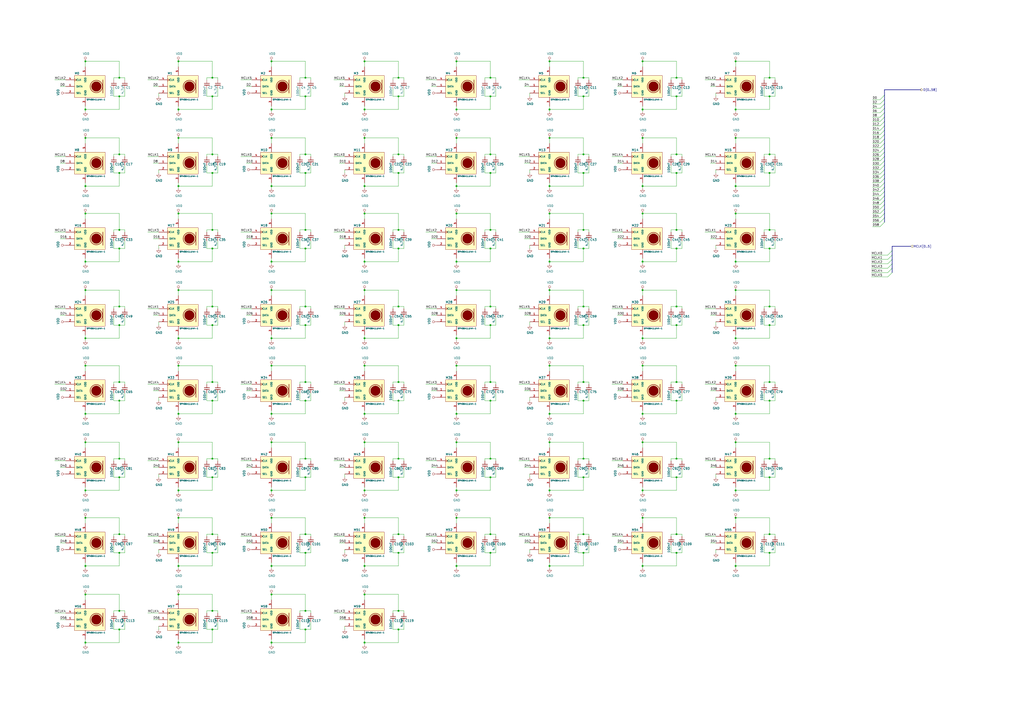
<source format=kicad_sch>
(kicad_sch (version 20230819) (generator eeschema)
  (paper "A2")
  (lib_symbols
    (symbol "SPH0641LU4H-1_1" (pin_names (offset 1.016))
      (property "Reference" "M" (at -8.9154 9.4234 0))
      (property "Value" "SPH0641LU4H-1" (at 0 -7.62 0))
      (symbol "SPH0641LU4H-1_1_0_0"
        (pin output line (at -11.43 1.27 0) (length 5.08) (name "DATA") (number "1"))
        (pin input line (at -11.43 -2.54 0) (length 5.08) (name "SEL") (number "2"))
        (pin power_in line (at 0 -10.16 90) (length 5.08) (name "GND") (number "3"))
        (pin input clock (at -11.43 5.08 0) (length 5.08) (name "CLK") (number "4"))
        (pin power_in line (at 0 12.7 270) (length 5.08) (name "VDD") (number "5"))
      )
    )
    (symbol "SPH0641LU4H-1_10" (pin_names (offset 1.016))
      (property "Reference" "M" (at -8.9154 9.4234 0))
      (property "Value" "SPH0641LU4H-1" (at 0 -7.62 0))
      (symbol "SPH0641LU4H-1_10_0_0"
        (pin output line (at -11.43 1.27 0) (length 5.08) (name "DATA") (number "1"))
        (pin input line (at -11.43 -2.54 0) (length 5.08) (name "SEL") (number "2"))
        (pin power_in line (at 0 -10.16 90) (length 5.08) (name "GND") (number "3"))
        (pin input clock (at -11.43 5.08 0) (length 5.08) (name "CLK") (number "4"))
        (pin power_in line (at 0 12.7 270) (length 5.08) (name "VDD") (number "5"))
      )
    )
    (symbol "SPH0641LU4H-1_100" (pin_names (offset 1.016))
      (property "Reference" "M" (at -8.9154 9.4234 0))
      (property "Value" "SPH0641LU4H-1" (at 0 -7.62 0))
      (symbol "SPH0641LU4H-1_100_0_0"
        (pin output line (at -11.43 1.27 0) (length 5.08) (name "DATA") (number "1"))
        (pin input line (at -11.43 -2.54 0) (length 5.08) (name "SEL") (number "2"))
        (pin power_in line (at 0 -10.16 90) (length 5.08) (name "GND") (number "3"))
        (pin input clock (at -11.43 5.08 0) (length 5.08) (name "CLK") (number "4"))
        (pin power_in line (at 0 12.7 270) (length 5.08) (name "VDD") (number "5"))
      )
    )
    (symbol "SPH0641LU4H-1_101" (pin_names (offset 1.016))
      (property "Reference" "M" (at -8.9154 9.4234 0))
      (property "Value" "SPH0641LU4H-1" (at 0 -7.62 0))
      (symbol "SPH0641LU4H-1_101_0_0"
        (pin output line (at -11.43 1.27 0) (length 5.08) (name "DATA") (number "1"))
        (pin input line (at -11.43 -2.54 0) (length 5.08) (name "SEL") (number "2"))
        (pin power_in line (at 0 -10.16 90) (length 5.08) (name "GND") (number "3"))
        (pin input clock (at -11.43 5.08 0) (length 5.08) (name "CLK") (number "4"))
        (pin power_in line (at 0 12.7 270) (length 5.08) (name "VDD") (number "5"))
      )
    )
    (symbol "SPH0641LU4H-1_102" (pin_names (offset 1.016))
      (property "Reference" "M" (at -8.9154 9.4234 0))
      (property "Value" "SPH0641LU4H-1" (at 0 -7.62 0))
      (symbol "SPH0641LU4H-1_102_0_0"
        (pin output line (at -11.43 1.27 0) (length 5.08) (name "DATA") (number "1"))
        (pin input line (at -11.43 -2.54 0) (length 5.08) (name "SEL") (number "2"))
        (pin power_in line (at 0 -10.16 90) (length 5.08) (name "GND") (number "3"))
        (pin input clock (at -11.43 5.08 0) (length 5.08) (name "CLK") (number "4"))
        (pin power_in line (at 0 12.7 270) (length 5.08) (name "VDD") (number "5"))
      )
    )
    (symbol "SPH0641LU4H-1_103" (pin_names (offset 1.016))
      (property "Reference" "M" (at -8.9154 9.4234 0))
      (property "Value" "SPH0641LU4H-1" (at 0 -7.62 0))
      (symbol "SPH0641LU4H-1_103_0_0"
        (pin output line (at -11.43 1.27 0) (length 5.08) (name "DATA") (number "1"))
        (pin input line (at -11.43 -2.54 0) (length 5.08) (name "SEL") (number "2"))
        (pin power_in line (at 0 -10.16 90) (length 5.08) (name "GND") (number "3"))
        (pin input clock (at -11.43 5.08 0) (length 5.08) (name "CLK") (number "4"))
        (pin power_in line (at 0 12.7 270) (length 5.08) (name "VDD") (number "5"))
      )
    )
    (symbol "SPH0641LU4H-1_104" (pin_names (offset 1.016))
      (property "Reference" "M" (at -8.9154 9.4234 0))
      (property "Value" "SPH0641LU4H-1" (at 0 -7.62 0))
      (symbol "SPH0641LU4H-1_104_0_0"
        (pin output line (at -11.43 1.27 0) (length 5.08) (name "DATA") (number "1"))
        (pin input line (at -11.43 -2.54 0) (length 5.08) (name "SEL") (number "2"))
        (pin power_in line (at 0 -10.16 90) (length 5.08) (name "GND") (number "3"))
        (pin input clock (at -11.43 5.08 0) (length 5.08) (name "CLK") (number "4"))
        (pin power_in line (at 0 12.7 270) (length 5.08) (name "VDD") (number "5"))
      )
    )
    (symbol "SPH0641LU4H-1_105" (pin_names (offset 1.016))
      (property "Reference" "M" (at -8.9154 9.4234 0))
      (property "Value" "SPH0641LU4H-1" (at 0 -7.62 0))
      (symbol "SPH0641LU4H-1_105_0_0"
        (pin output line (at -11.43 1.27 0) (length 5.08) (name "DATA") (number "1"))
        (pin input line (at -11.43 -2.54 0) (length 5.08) (name "SEL") (number "2"))
        (pin power_in line (at 0 -10.16 90) (length 5.08) (name "GND") (number "3"))
        (pin input clock (at -11.43 5.08 0) (length 5.08) (name "CLK") (number "4"))
        (pin power_in line (at 0 12.7 270) (length 5.08) (name "VDD") (number "5"))
      )
    )
    (symbol "SPH0641LU4H-1_106" (pin_names (offset 1.016))
      (property "Reference" "M" (at -8.9154 9.4234 0))
      (property "Value" "SPH0641LU4H-1" (at 0 -7.62 0))
      (symbol "SPH0641LU4H-1_106_0_0"
        (pin output line (at -11.43 1.27 0) (length 5.08) (name "DATA") (number "1"))
        (pin input line (at -11.43 -2.54 0) (length 5.08) (name "SEL") (number "2"))
        (pin power_in line (at 0 -10.16 90) (length 5.08) (name "GND") (number "3"))
        (pin input clock (at -11.43 5.08 0) (length 5.08) (name "CLK") (number "4"))
        (pin power_in line (at 0 12.7 270) (length 5.08) (name "VDD") (number "5"))
      )
    )
    (symbol "SPH0641LU4H-1_107" (pin_names (offset 1.016))
      (property "Reference" "M" (at -8.9154 9.4234 0))
      (property "Value" "SPH0641LU4H-1" (at 0 -7.62 0))
      (symbol "SPH0641LU4H-1_107_0_0"
        (pin output line (at -11.43 1.27 0) (length 5.08) (name "DATA") (number "1"))
        (pin input line (at -11.43 -2.54 0) (length 5.08) (name "SEL") (number "2"))
        (pin power_in line (at 0 -10.16 90) (length 5.08) (name "GND") (number "3"))
        (pin input clock (at -11.43 5.08 0) (length 5.08) (name "CLK") (number "4"))
        (pin power_in line (at 0 12.7 270) (length 5.08) (name "VDD") (number "5"))
      )
    )
    (symbol "SPH0641LU4H-1_108" (pin_names (offset 1.016))
      (property "Reference" "M" (at -8.9154 9.4234 0))
      (property "Value" "SPH0641LU4H-1" (at 0 -7.62 0))
      (symbol "SPH0641LU4H-1_108_0_0"
        (pin output line (at -11.43 1.27 0) (length 5.08) (name "DATA") (number "1"))
        (pin input line (at -11.43 -2.54 0) (length 5.08) (name "SEL") (number "2"))
        (pin power_in line (at 0 -10.16 90) (length 5.08) (name "GND") (number "3"))
        (pin input clock (at -11.43 5.08 0) (length 5.08) (name "CLK") (number "4"))
        (pin power_in line (at 0 12.7 270) (length 5.08) (name "VDD") (number "5"))
      )
    )
    (symbol "SPH0641LU4H-1_109" (pin_names (offset 1.016))
      (property "Reference" "M" (at -8.9154 9.4234 0))
      (property "Value" "SPH0641LU4H-1" (at 0 -7.62 0))
      (symbol "SPH0641LU4H-1_109_0_0"
        (pin output line (at -11.43 1.27 0) (length 5.08) (name "DATA") (number "1"))
        (pin input line (at -11.43 -2.54 0) (length 5.08) (name "SEL") (number "2"))
        (pin power_in line (at 0 -10.16 90) (length 5.08) (name "GND") (number "3"))
        (pin input clock (at -11.43 5.08 0) (length 5.08) (name "CLK") (number "4"))
        (pin power_in line (at 0 12.7 270) (length 5.08) (name "VDD") (number "5"))
      )
    )
    (symbol "SPH0641LU4H-1_11" (pin_names (offset 1.016))
      (property "Reference" "M" (at -8.9154 9.4234 0))
      (property "Value" "SPH0641LU4H-1" (at 0 -7.62 0))
      (symbol "SPH0641LU4H-1_11_0_0"
        (pin output line (at -11.43 1.27 0) (length 5.08) (name "DATA") (number "1"))
        (pin input line (at -11.43 -2.54 0) (length 5.08) (name "SEL") (number "2"))
        (pin power_in line (at 0 -10.16 90) (length 5.08) (name "GND") (number "3"))
        (pin input clock (at -11.43 5.08 0) (length 5.08) (name "CLK") (number "4"))
        (pin power_in line (at 0 12.7 270) (length 5.08) (name "VDD") (number "5"))
      )
    )
    (symbol "SPH0641LU4H-1_110" (pin_names (offset 1.016))
      (property "Reference" "M" (at -8.9154 9.4234 0))
      (property "Value" "SPH0641LU4H-1" (at 0 -7.62 0))
      (symbol "SPH0641LU4H-1_110_0_0"
        (pin output line (at -11.43 1.27 0) (length 5.08) (name "DATA") (number "1"))
        (pin input line (at -11.43 -2.54 0) (length 5.08) (name "SEL") (number "2"))
        (pin power_in line (at 0 -10.16 90) (length 5.08) (name "GND") (number "3"))
        (pin input clock (at -11.43 5.08 0) (length 5.08) (name "CLK") (number "4"))
        (pin power_in line (at 0 12.7 270) (length 5.08) (name "VDD") (number "5"))
      )
    )
    (symbol "SPH0641LU4H-1_111" (pin_names (offset 1.016))
      (property "Reference" "M" (at -8.9154 9.4234 0))
      (property "Value" "SPH0641LU4H-1" (at 0 -7.62 0))
      (symbol "SPH0641LU4H-1_111_0_0"
        (pin output line (at -11.43 1.27 0) (length 5.08) (name "DATA") (number "1"))
        (pin input line (at -11.43 -2.54 0) (length 5.08) (name "SEL") (number "2"))
        (pin power_in line (at 0 -10.16 90) (length 5.08) (name "GND") (number "3"))
        (pin input clock (at -11.43 5.08 0) (length 5.08) (name "CLK") (number "4"))
        (pin power_in line (at 0 12.7 270) (length 5.08) (name "VDD") (number "5"))
      )
    )
    (symbol "SPH0641LU4H-1_112" (pin_names (offset 1.016))
      (property "Reference" "M" (at -8.9154 9.4234 0))
      (property "Value" "SPH0641LU4H-1" (at 0 -7.62 0))
      (symbol "SPH0641LU4H-1_112_0_0"
        (pin output line (at -11.43 1.27 0) (length 5.08) (name "DATA") (number "1"))
        (pin input line (at -11.43 -2.54 0) (length 5.08) (name "SEL") (number "2"))
        (pin power_in line (at 0 -10.16 90) (length 5.08) (name "GND") (number "3"))
        (pin input clock (at -11.43 5.08 0) (length 5.08) (name "CLK") (number "4"))
        (pin power_in line (at 0 12.7 270) (length 5.08) (name "VDD") (number "5"))
      )
    )
    (symbol "SPH0641LU4H-1_113" (pin_names (offset 1.016))
      (property "Reference" "M" (at -8.9154 9.4234 0))
      (property "Value" "SPH0641LU4H-1" (at 0 -7.62 0))
      (symbol "SPH0641LU4H-1_113_0_0"
        (pin output line (at -11.43 1.27 0) (length 5.08) (name "DATA") (number "1"))
        (pin input line (at -11.43 -2.54 0) (length 5.08) (name "SEL") (number "2"))
        (pin power_in line (at 0 -10.16 90) (length 5.08) (name "GND") (number "3"))
        (pin input clock (at -11.43 5.08 0) (length 5.08) (name "CLK") (number "4"))
        (pin power_in line (at 0 12.7 270) (length 5.08) (name "VDD") (number "5"))
      )
    )
    (symbol "SPH0641LU4H-1_114" (pin_names (offset 1.016))
      (property "Reference" "M" (at -8.9154 9.4234 0))
      (property "Value" "SPH0641LU4H-1" (at 0 -7.62 0))
      (symbol "SPH0641LU4H-1_114_0_0"
        (pin output line (at -11.43 1.27 0) (length 5.08) (name "DATA") (number "1"))
        (pin input line (at -11.43 -2.54 0) (length 5.08) (name "SEL") (number "2"))
        (pin power_in line (at 0 -10.16 90) (length 5.08) (name "GND") (number "3"))
        (pin input clock (at -11.43 5.08 0) (length 5.08) (name "CLK") (number "4"))
        (pin power_in line (at 0 12.7 270) (length 5.08) (name "VDD") (number "5"))
      )
    )
    (symbol "SPH0641LU4H-1_115" (pin_names (offset 1.016))
      (property "Reference" "M" (at -8.9154 9.4234 0))
      (property "Value" "SPH0641LU4H-1" (at 0 -7.62 0))
      (symbol "SPH0641LU4H-1_115_0_0"
        (pin output line (at -11.43 1.27 0) (length 5.08) (name "DATA") (number "1"))
        (pin input line (at -11.43 -2.54 0) (length 5.08) (name "SEL") (number "2"))
        (pin power_in line (at 0 -10.16 90) (length 5.08) (name "GND") (number "3"))
        (pin input clock (at -11.43 5.08 0) (length 5.08) (name "CLK") (number "4"))
        (pin power_in line (at 0 12.7 270) (length 5.08) (name "VDD") (number "5"))
      )
    )
    (symbol "SPH0641LU4H-1_116" (pin_names (offset 1.016))
      (property "Reference" "M" (at -8.9154 9.4234 0))
      (property "Value" "SPH0641LU4H-1" (at 0 -7.62 0))
      (symbol "SPH0641LU4H-1_116_0_0"
        (pin output line (at -11.43 1.27 0) (length 5.08) (name "DATA") (number "1"))
        (pin input line (at -11.43 -2.54 0) (length 5.08) (name "SEL") (number "2"))
        (pin power_in line (at 0 -10.16 90) (length 5.08) (name "GND") (number "3"))
        (pin input clock (at -11.43 5.08 0) (length 5.08) (name "CLK") (number "4"))
        (pin power_in line (at 0 12.7 270) (length 5.08) (name "VDD") (number "5"))
      )
    )
    (symbol "SPH0641LU4H-1_117" (pin_names (offset 1.016))
      (property "Reference" "M" (at -8.9154 9.4234 0))
      (property "Value" "SPH0641LU4H-1" (at 0 -7.62 0))
      (symbol "SPH0641LU4H-1_117_0_0"
        (pin output line (at -11.43 1.27 0) (length 5.08) (name "DATA") (number "1"))
        (pin input line (at -11.43 -2.54 0) (length 5.08) (name "SEL") (number "2"))
        (pin power_in line (at 0 -10.16 90) (length 5.08) (name "GND") (number "3"))
        (pin input clock (at -11.43 5.08 0) (length 5.08) (name "CLK") (number "4"))
        (pin power_in line (at 0 12.7 270) (length 5.08) (name "VDD") (number "5"))
      )
    )
    (symbol "SPH0641LU4H-1_118" (pin_names (offset 1.016))
      (property "Reference" "M" (at -8.9154 9.4234 0))
      (property "Value" "SPH0641LU4H-1" (at 0 -7.62 0))
      (symbol "SPH0641LU4H-1_118_0_0"
        (pin output line (at -11.43 1.27 0) (length 5.08) (name "DATA") (number "1"))
        (pin input line (at -11.43 -2.54 0) (length 5.08) (name "SEL") (number "2"))
        (pin power_in line (at 0 -10.16 90) (length 5.08) (name "GND") (number "3"))
        (pin input clock (at -11.43 5.08 0) (length 5.08) (name "CLK") (number "4"))
        (pin power_in line (at 0 12.7 270) (length 5.08) (name "VDD") (number "5"))
      )
    )
    (symbol "SPH0641LU4H-1_119" (pin_names (offset 1.016))
      (property "Reference" "M" (at -8.9154 9.4234 0))
      (property "Value" "SPH0641LU4H-1" (at 0 -7.62 0))
      (symbol "SPH0641LU4H-1_119_0_0"
        (pin output line (at -11.43 1.27 0) (length 5.08) (name "DATA") (number "1"))
        (pin input line (at -11.43 -2.54 0) (length 5.08) (name "SEL") (number "2"))
        (pin power_in line (at 0 -10.16 90) (length 5.08) (name "GND") (number "3"))
        (pin input clock (at -11.43 5.08 0) (length 5.08) (name "CLK") (number "4"))
        (pin power_in line (at 0 12.7 270) (length 5.08) (name "VDD") (number "5"))
      )
    )
    (symbol "SPH0641LU4H-1_12" (pin_names (offset 1.016))
      (property "Reference" "M" (at -8.9154 9.4234 0))
      (property "Value" "SPH0641LU4H-1" (at 0 -7.62 0))
      (symbol "SPH0641LU4H-1_12_0_0"
        (pin output line (at -11.43 1.27 0) (length 5.08) (name "DATA") (number "1"))
        (pin input line (at -11.43 -2.54 0) (length 5.08) (name "SEL") (number "2"))
        (pin power_in line (at 0 -10.16 90) (length 5.08) (name "GND") (number "3"))
        (pin input clock (at -11.43 5.08 0) (length 5.08) (name "CLK") (number "4"))
        (pin power_in line (at 0 12.7 270) (length 5.08) (name "VDD") (number "5"))
      )
    )
    (symbol "SPH0641LU4H-1_120" (pin_names (offset 1.016))
      (property "Reference" "M" (at -8.9154 9.4234 0))
      (property "Value" "SPH0641LU4H-1" (at 0 -7.62 0))
      (symbol "SPH0641LU4H-1_120_0_0"
        (pin output line (at -11.43 1.27 0) (length 5.08) (name "DATA") (number "1"))
        (pin input line (at -11.43 -2.54 0) (length 5.08) (name "SEL") (number "2"))
        (pin power_in line (at 0 -10.16 90) (length 5.08) (name "GND") (number "3"))
        (pin input clock (at -11.43 5.08 0) (length 5.08) (name "CLK") (number "4"))
        (pin power_in line (at 0 12.7 270) (length 5.08) (name "VDD") (number "5"))
      )
    )
    (symbol "SPH0641LU4H-1_13" (pin_names (offset 1.016))
      (property "Reference" "M" (at -8.9154 9.4234 0))
      (property "Value" "SPH0641LU4H-1" (at 0 -7.62 0))
      (symbol "SPH0641LU4H-1_13_0_0"
        (pin output line (at -11.43 1.27 0) (length 5.08) (name "DATA") (number "1"))
        (pin input line (at -11.43 -2.54 0) (length 5.08) (name "SEL") (number "2"))
        (pin power_in line (at 0 -10.16 90) (length 5.08) (name "GND") (number "3"))
        (pin input clock (at -11.43 5.08 0) (length 5.08) (name "CLK") (number "4"))
        (pin power_in line (at 0 12.7 270) (length 5.08) (name "VDD") (number "5"))
      )
    )
    (symbol "SPH0641LU4H-1_14" (pin_names (offset 1.016))
      (property "Reference" "M" (at -8.9154 9.4234 0))
      (property "Value" "SPH0641LU4H-1" (at 0 -7.62 0))
      (symbol "SPH0641LU4H-1_14_0_0"
        (pin output line (at -11.43 1.27 0) (length 5.08) (name "DATA") (number "1"))
        (pin input line (at -11.43 -2.54 0) (length 5.08) (name "SEL") (number "2"))
        (pin power_in line (at 0 -10.16 90) (length 5.08) (name "GND") (number "3"))
        (pin input clock (at -11.43 5.08 0) (length 5.08) (name "CLK") (number "4"))
        (pin power_in line (at 0 12.7 270) (length 5.08) (name "VDD") (number "5"))
      )
    )
    (symbol "SPH0641LU4H-1_15" (pin_names (offset 1.016))
      (property "Reference" "M" (at -8.9154 9.4234 0))
      (property "Value" "SPH0641LU4H-1" (at 0 -7.62 0))
      (symbol "SPH0641LU4H-1_15_0_0"
        (pin output line (at -11.43 1.27 0) (length 5.08) (name "DATA") (number "1"))
        (pin input line (at -11.43 -2.54 0) (length 5.08) (name "SEL") (number "2"))
        (pin power_in line (at 0 -10.16 90) (length 5.08) (name "GND") (number "3"))
        (pin input clock (at -11.43 5.08 0) (length 5.08) (name "CLK") (number "4"))
        (pin power_in line (at 0 12.7 270) (length 5.08) (name "VDD") (number "5"))
      )
    )
    (symbol "SPH0641LU4H-1_16" (pin_names (offset 1.016))
      (property "Reference" "M" (at -8.9154 9.4234 0))
      (property "Value" "SPH0641LU4H-1" (at 0 -7.62 0))
      (symbol "SPH0641LU4H-1_16_0_0"
        (pin output line (at -11.43 1.27 0) (length 5.08) (name "DATA") (number "1"))
        (pin input line (at -11.43 -2.54 0) (length 5.08) (name "SEL") (number "2"))
        (pin power_in line (at 0 -10.16 90) (length 5.08) (name "GND") (number "3"))
        (pin input clock (at -11.43 5.08 0) (length 5.08) (name "CLK") (number "4"))
        (pin power_in line (at 0 12.7 270) (length 5.08) (name "VDD") (number "5"))
      )
    )
    (symbol "SPH0641LU4H-1_17" (pin_names (offset 1.016))
      (property "Reference" "M" (at -8.9154 9.4234 0))
      (property "Value" "SPH0641LU4H-1" (at 0 -7.62 0))
      (symbol "SPH0641LU4H-1_17_0_0"
        (pin output line (at -11.43 1.27 0) (length 5.08) (name "DATA") (number "1"))
        (pin input line (at -11.43 -2.54 0) (length 5.08) (name "SEL") (number "2"))
        (pin power_in line (at 0 -10.16 90) (length 5.08) (name "GND") (number "3"))
        (pin input clock (at -11.43 5.08 0) (length 5.08) (name "CLK") (number "4"))
        (pin power_in line (at 0 12.7 270) (length 5.08) (name "VDD") (number "5"))
      )
    )
    (symbol "SPH0641LU4H-1_18" (pin_names (offset 1.016))
      (property "Reference" "M" (at -8.9154 9.4234 0))
      (property "Value" "SPH0641LU4H-1" (at 0 -7.62 0))
      (symbol "SPH0641LU4H-1_18_0_0"
        (pin output line (at -11.43 1.27 0) (length 5.08) (name "DATA") (number "1"))
        (pin input line (at -11.43 -2.54 0) (length 5.08) (name "SEL") (number "2"))
        (pin power_in line (at 0 -10.16 90) (length 5.08) (name "GND") (number "3"))
        (pin input clock (at -11.43 5.08 0) (length 5.08) (name "CLK") (number "4"))
        (pin power_in line (at 0 12.7 270) (length 5.08) (name "VDD") (number "5"))
      )
    )
    (symbol "SPH0641LU4H-1_19" (pin_names (offset 1.016))
      (property "Reference" "M" (at -8.9154 9.4234 0))
      (property "Value" "SPH0641LU4H-1" (at 0 -7.62 0))
      (symbol "SPH0641LU4H-1_19_0_0"
        (pin output line (at -11.43 1.27 0) (length 5.08) (name "DATA") (number "1"))
        (pin input line (at -11.43 -2.54 0) (length 5.08) (name "SEL") (number "2"))
        (pin power_in line (at 0 -10.16 90) (length 5.08) (name "GND") (number "3"))
        (pin input clock (at -11.43 5.08 0) (length 5.08) (name "CLK") (number "4"))
        (pin power_in line (at 0 12.7 270) (length 5.08) (name "VDD") (number "5"))
      )
    )
    (symbol "SPH0641LU4H-1_2" (pin_names (offset 1.016))
      (property "Reference" "M" (at -8.9154 9.4234 0))
      (property "Value" "SPH0641LU4H-1" (at 0 -7.62 0))
      (symbol "SPH0641LU4H-1_2_0_0"
        (pin output line (at -11.43 1.27 0) (length 5.08) (name "DATA") (number "1"))
        (pin input line (at -11.43 -2.54 0) (length 5.08) (name "SEL") (number "2"))
        (pin power_in line (at 0 -10.16 90) (length 5.08) (name "GND") (number "3"))
        (pin input clock (at -11.43 5.08 0) (length 5.08) (name "CLK") (number "4"))
        (pin power_in line (at 0 12.7 270) (length 5.08) (name "VDD") (number "5"))
      )
    )
    (symbol "SPH0641LU4H-1_20" (pin_names (offset 1.016))
      (property "Reference" "M" (at -8.9154 9.4234 0))
      (property "Value" "SPH0641LU4H-1" (at 0 -7.62 0))
      (symbol "SPH0641LU4H-1_20_0_0"
        (pin output line (at -11.43 1.27 0) (length 5.08) (name "DATA") (number "1"))
        (pin input line (at -11.43 -2.54 0) (length 5.08) (name "SEL") (number "2"))
        (pin power_in line (at 0 -10.16 90) (length 5.08) (name "GND") (number "3"))
        (pin input clock (at -11.43 5.08 0) (length 5.08) (name "CLK") (number "4"))
        (pin power_in line (at 0 12.7 270) (length 5.08) (name "VDD") (number "5"))
      )
    )
    (symbol "SPH0641LU4H-1_21" (pin_names (offset 1.016))
      (property "Reference" "M" (at -8.9154 9.4234 0))
      (property "Value" "SPH0641LU4H-1" (at 0 -7.62 0))
      (symbol "SPH0641LU4H-1_21_0_0"
        (pin output line (at -11.43 1.27 0) (length 5.08) (name "DATA") (number "1"))
        (pin input line (at -11.43 -2.54 0) (length 5.08) (name "SEL") (number "2"))
        (pin power_in line (at 0 -10.16 90) (length 5.08) (name "GND") (number "3"))
        (pin input clock (at -11.43 5.08 0) (length 5.08) (name "CLK") (number "4"))
        (pin power_in line (at 0 12.7 270) (length 5.08) (name "VDD") (number "5"))
      )
    )
    (symbol "SPH0641LU4H-1_22" (pin_names (offset 1.016))
      (property "Reference" "M" (at -8.9154 9.4234 0))
      (property "Value" "SPH0641LU4H-1" (at 0 -7.62 0))
      (symbol "SPH0641LU4H-1_22_0_0"
        (pin output line (at -11.43 1.27 0) (length 5.08) (name "DATA") (number "1"))
        (pin input line (at -11.43 -2.54 0) (length 5.08) (name "SEL") (number "2"))
        (pin power_in line (at 0 -10.16 90) (length 5.08) (name "GND") (number "3"))
        (pin input clock (at -11.43 5.08 0) (length 5.08) (name "CLK") (number "4"))
        (pin power_in line (at 0 12.7 270) (length 5.08) (name "VDD") (number "5"))
      )
    )
    (symbol "SPH0641LU4H-1_23" (pin_names (offset 1.016))
      (property "Reference" "M" (at -8.9154 9.4234 0))
      (property "Value" "SPH0641LU4H-1" (at 0 -7.62 0))
      (symbol "SPH0641LU4H-1_23_0_0"
        (pin output line (at -11.43 1.27 0) (length 5.08) (name "DATA") (number "1"))
        (pin input line (at -11.43 -2.54 0) (length 5.08) (name "SEL") (number "2"))
        (pin power_in line (at 0 -10.16 90) (length 5.08) (name "GND") (number "3"))
        (pin input clock (at -11.43 5.08 0) (length 5.08) (name "CLK") (number "4"))
        (pin power_in line (at 0 12.7 270) (length 5.08) (name "VDD") (number "5"))
      )
    )
    (symbol "SPH0641LU4H-1_24" (pin_names (offset 1.016))
      (property "Reference" "M" (at -8.9154 9.4234 0))
      (property "Value" "SPH0641LU4H-1" (at 0 -7.62 0))
      (symbol "SPH0641LU4H-1_24_0_0"
        (pin output line (at -11.43 1.27 0) (length 5.08) (name "DATA") (number "1"))
        (pin input line (at -11.43 -2.54 0) (length 5.08) (name "SEL") (number "2"))
        (pin power_in line (at 0 -10.16 90) (length 5.08) (name "GND") (number "3"))
        (pin input clock (at -11.43 5.08 0) (length 5.08) (name "CLK") (number "4"))
        (pin power_in line (at 0 12.7 270) (length 5.08) (name "VDD") (number "5"))
      )
    )
    (symbol "SPH0641LU4H-1_25" (pin_names (offset 1.016))
      (property "Reference" "M" (at -8.9154 9.4234 0))
      (property "Value" "SPH0641LU4H-1" (at 0 -7.62 0))
      (symbol "SPH0641LU4H-1_25_0_0"
        (pin output line (at -11.43 1.27 0) (length 5.08) (name "DATA") (number "1"))
        (pin input line (at -11.43 -2.54 0) (length 5.08) (name "SEL") (number "2"))
        (pin power_in line (at 0 -10.16 90) (length 5.08) (name "GND") (number "3"))
        (pin input clock (at -11.43 5.08 0) (length 5.08) (name "CLK") (number "4"))
        (pin power_in line (at 0 12.7 270) (length 5.08) (name "VDD") (number "5"))
      )
    )
    (symbol "SPH0641LU4H-1_26" (pin_names (offset 1.016))
      (property "Reference" "M" (at -8.9154 9.4234 0))
      (property "Value" "SPH0641LU4H-1" (at 0 -7.62 0))
      (symbol "SPH0641LU4H-1_26_0_0"
        (pin output line (at -11.43 1.27 0) (length 5.08) (name "DATA") (number "1"))
        (pin input line (at -11.43 -2.54 0) (length 5.08) (name "SEL") (number "2"))
        (pin power_in line (at 0 -10.16 90) (length 5.08) (name "GND") (number "3"))
        (pin input clock (at -11.43 5.08 0) (length 5.08) (name "CLK") (number "4"))
        (pin power_in line (at 0 12.7 270) (length 5.08) (name "VDD") (number "5"))
      )
    )
    (symbol "SPH0641LU4H-1_27" (pin_names (offset 1.016))
      (property "Reference" "M" (at -8.9154 9.4234 0))
      (property "Value" "SPH0641LU4H-1" (at 0 -7.62 0))
      (symbol "SPH0641LU4H-1_27_0_0"
        (pin output line (at -11.43 1.27 0) (length 5.08) (name "DATA") (number "1"))
        (pin input line (at -11.43 -2.54 0) (length 5.08) (name "SEL") (number "2"))
        (pin power_in line (at 0 -10.16 90) (length 5.08) (name "GND") (number "3"))
        (pin input clock (at -11.43 5.08 0) (length 5.08) (name "CLK") (number "4"))
        (pin power_in line (at 0 12.7 270) (length 5.08) (name "VDD") (number "5"))
      )
    )
    (symbol "SPH0641LU4H-1_28" (pin_names (offset 1.016))
      (property "Reference" "M" (at -8.9154 9.4234 0))
      (property "Value" "SPH0641LU4H-1" (at 0 -7.62 0))
      (symbol "SPH0641LU4H-1_28_0_0"
        (pin output line (at -11.43 1.27 0) (length 5.08) (name "DATA") (number "1"))
        (pin input line (at -11.43 -2.54 0) (length 5.08) (name "SEL") (number "2"))
        (pin power_in line (at 0 -10.16 90) (length 5.08) (name "GND") (number "3"))
        (pin input clock (at -11.43 5.08 0) (length 5.08) (name "CLK") (number "4"))
        (pin power_in line (at 0 12.7 270) (length 5.08) (name "VDD") (number "5"))
      )
    )
    (symbol "SPH0641LU4H-1_29" (pin_names (offset 1.016))
      (property "Reference" "M" (at -8.9154 9.4234 0))
      (property "Value" "SPH0641LU4H-1" (at 0 -7.62 0))
      (symbol "SPH0641LU4H-1_29_0_0"
        (pin output line (at -11.43 1.27 0) (length 5.08) (name "DATA") (number "1"))
        (pin input line (at -11.43 -2.54 0) (length 5.08) (name "SEL") (number "2"))
        (pin power_in line (at 0 -10.16 90) (length 5.08) (name "GND") (number "3"))
        (pin input clock (at -11.43 5.08 0) (length 5.08) (name "CLK") (number "4"))
        (pin power_in line (at 0 12.7 270) (length 5.08) (name "VDD") (number "5"))
      )
    )
    (symbol "SPH0641LU4H-1_3" (pin_names (offset 1.016))
      (property "Reference" "M" (at -8.9154 9.4234 0))
      (property "Value" "SPH0641LU4H-1" (at 0 -7.62 0))
      (symbol "SPH0641LU4H-1_3_0_0"
        (pin output line (at -11.43 1.27 0) (length 5.08) (name "DATA") (number "1"))
        (pin input line (at -11.43 -2.54 0) (length 5.08) (name "SEL") (number "2"))
        (pin power_in line (at 0 -10.16 90) (length 5.08) (name "GND") (number "3"))
        (pin input clock (at -11.43 5.08 0) (length 5.08) (name "CLK") (number "4"))
        (pin power_in line (at 0 12.7 270) (length 5.08) (name "VDD") (number "5"))
      )
    )
    (symbol "SPH0641LU4H-1_30" (pin_names (offset 1.016))
      (property "Reference" "M" (at -8.9154 9.4234 0))
      (property "Value" "SPH0641LU4H-1" (at 0 -7.62 0))
      (symbol "SPH0641LU4H-1_30_0_0"
        (pin output line (at -11.43 1.27 0) (length 5.08) (name "DATA") (number "1"))
        (pin input line (at -11.43 -2.54 0) (length 5.08) (name "SEL") (number "2"))
        (pin power_in line (at 0 -10.16 90) (length 5.08) (name "GND") (number "3"))
        (pin input clock (at -11.43 5.08 0) (length 5.08) (name "CLK") (number "4"))
        (pin power_in line (at 0 12.7 270) (length 5.08) (name "VDD") (number "5"))
      )
    )
    (symbol "SPH0641LU4H-1_31" (pin_names (offset 1.016))
      (property "Reference" "M" (at -8.9154 9.4234 0))
      (property "Value" "SPH0641LU4H-1" (at 0 -7.62 0))
      (symbol "SPH0641LU4H-1_31_0_0"
        (pin output line (at -11.43 1.27 0) (length 5.08) (name "DATA") (number "1"))
        (pin input line (at -11.43 -2.54 0) (length 5.08) (name "SEL") (number "2"))
        (pin power_in line (at 0 -10.16 90) (length 5.08) (name "GND") (number "3"))
        (pin input clock (at -11.43 5.08 0) (length 5.08) (name "CLK") (number "4"))
        (pin power_in line (at 0 12.7 270) (length 5.08) (name "VDD") (number "5"))
      )
    )
    (symbol "SPH0641LU4H-1_32" (pin_names (offset 1.016))
      (property "Reference" "M" (at -8.9154 9.4234 0))
      (property "Value" "SPH0641LU4H-1" (at 0 -7.62 0))
      (symbol "SPH0641LU4H-1_32_0_0"
        (pin output line (at -11.43 1.27 0) (length 5.08) (name "DATA") (number "1"))
        (pin input line (at -11.43 -2.54 0) (length 5.08) (name "SEL") (number "2"))
        (pin power_in line (at 0 -10.16 90) (length 5.08) (name "GND") (number "3"))
        (pin input clock (at -11.43 5.08 0) (length 5.08) (name "CLK") (number "4"))
        (pin power_in line (at 0 12.7 270) (length 5.08) (name "VDD") (number "5"))
      )
    )
    (symbol "SPH0641LU4H-1_33" (pin_names (offset 1.016))
      (property "Reference" "M" (at -8.9154 9.4234 0))
      (property "Value" "SPH0641LU4H-1" (at 0 -7.62 0))
      (symbol "SPH0641LU4H-1_33_0_0"
        (pin output line (at -11.43 1.27 0) (length 5.08) (name "DATA") (number "1"))
        (pin input line (at -11.43 -2.54 0) (length 5.08) (name "SEL") (number "2"))
        (pin power_in line (at 0 -10.16 90) (length 5.08) (name "GND") (number "3"))
        (pin input clock (at -11.43 5.08 0) (length 5.08) (name "CLK") (number "4"))
        (pin power_in line (at 0 12.7 270) (length 5.08) (name "VDD") (number "5"))
      )
    )
    (symbol "SPH0641LU4H-1_34" (pin_names (offset 1.016))
      (property "Reference" "M" (at -8.9154 9.4234 0))
      (property "Value" "SPH0641LU4H-1" (at 0 -7.62 0))
      (symbol "SPH0641LU4H-1_34_0_0"
        (pin output line (at -11.43 1.27 0) (length 5.08) (name "DATA") (number "1"))
        (pin input line (at -11.43 -2.54 0) (length 5.08) (name "SEL") (number "2"))
        (pin power_in line (at 0 -10.16 90) (length 5.08) (name "GND") (number "3"))
        (pin input clock (at -11.43 5.08 0) (length 5.08) (name "CLK") (number "4"))
        (pin power_in line (at 0 12.7 270) (length 5.08) (name "VDD") (number "5"))
      )
    )
    (symbol "SPH0641LU4H-1_35" (pin_names (offset 1.016))
      (property "Reference" "M" (at -8.9154 9.4234 0))
      (property "Value" "SPH0641LU4H-1" (at 0 -7.62 0))
      (symbol "SPH0641LU4H-1_35_0_0"
        (pin output line (at -11.43 1.27 0) (length 5.08) (name "DATA") (number "1"))
        (pin input line (at -11.43 -2.54 0) (length 5.08) (name "SEL") (number "2"))
        (pin power_in line (at 0 -10.16 90) (length 5.08) (name "GND") (number "3"))
        (pin input clock (at -11.43 5.08 0) (length 5.08) (name "CLK") (number "4"))
        (pin power_in line (at 0 12.7 270) (length 5.08) (name "VDD") (number "5"))
      )
    )
    (symbol "SPH0641LU4H-1_36" (pin_names (offset 1.016))
      (property "Reference" "M" (at -8.9154 9.4234 0))
      (property "Value" "SPH0641LU4H-1" (at 0 -7.62 0))
      (symbol "SPH0641LU4H-1_36_0_0"
        (pin output line (at -11.43 1.27 0) (length 5.08) (name "DATA") (number "1"))
        (pin input line (at -11.43 -2.54 0) (length 5.08) (name "SEL") (number "2"))
        (pin power_in line (at 0 -10.16 90) (length 5.08) (name "GND") (number "3"))
        (pin input clock (at -11.43 5.08 0) (length 5.08) (name "CLK") (number "4"))
        (pin power_in line (at 0 12.7 270) (length 5.08) (name "VDD") (number "5"))
      )
    )
    (symbol "SPH0641LU4H-1_37" (pin_names (offset 1.016))
      (property "Reference" "M" (at -8.9154 9.4234 0))
      (property "Value" "SPH0641LU4H-1" (at 0 -7.62 0))
      (symbol "SPH0641LU4H-1_37_0_0"
        (pin output line (at -11.43 1.27 0) (length 5.08) (name "DATA") (number "1"))
        (pin input line (at -11.43 -2.54 0) (length 5.08) (name "SEL") (number "2"))
        (pin power_in line (at 0 -10.16 90) (length 5.08) (name "GND") (number "3"))
        (pin input clock (at -11.43 5.08 0) (length 5.08) (name "CLK") (number "4"))
        (pin power_in line (at 0 12.7 270) (length 5.08) (name "VDD") (number "5"))
      )
    )
    (symbol "SPH0641LU4H-1_38" (pin_names (offset 1.016))
      (property "Reference" "M" (at -8.9154 9.4234 0))
      (property "Value" "SPH0641LU4H-1" (at 0 -7.62 0))
      (symbol "SPH0641LU4H-1_38_0_0"
        (pin output line (at -11.43 1.27 0) (length 5.08) (name "DATA") (number "1"))
        (pin input line (at -11.43 -2.54 0) (length 5.08) (name "SEL") (number "2"))
        (pin power_in line (at 0 -10.16 90) (length 5.08) (name "GND") (number "3"))
        (pin input clock (at -11.43 5.08 0) (length 5.08) (name "CLK") (number "4"))
        (pin power_in line (at 0 12.7 270) (length 5.08) (name "VDD") (number "5"))
      )
    )
    (symbol "SPH0641LU4H-1_39" (pin_names (offset 1.016))
      (property "Reference" "M" (at -8.9154 9.4234 0))
      (property "Value" "SPH0641LU4H-1" (at 0 -7.62 0))
      (symbol "SPH0641LU4H-1_39_0_0"
        (pin output line (at -11.43 1.27 0) (length 5.08) (name "DATA") (number "1"))
        (pin input line (at -11.43 -2.54 0) (length 5.08) (name "SEL") (number "2"))
        (pin power_in line (at 0 -10.16 90) (length 5.08) (name "GND") (number "3"))
        (pin input clock (at -11.43 5.08 0) (length 5.08) (name "CLK") (number "4"))
        (pin power_in line (at 0 12.7 270) (length 5.08) (name "VDD") (number "5"))
      )
    )
    (symbol "SPH0641LU4H-1_4" (pin_names (offset 1.016))
      (property "Reference" "M" (at -8.9154 9.4234 0))
      (property "Value" "SPH0641LU4H-1" (at 0 -7.62 0))
      (symbol "SPH0641LU4H-1_4_0_0"
        (pin output line (at -11.43 1.27 0) (length 5.08) (name "DATA") (number "1"))
        (pin input line (at -11.43 -2.54 0) (length 5.08) (name "SEL") (number "2"))
        (pin power_in line (at 0 -10.16 90) (length 5.08) (name "GND") (number "3"))
        (pin input clock (at -11.43 5.08 0) (length 5.08) (name "CLK") (number "4"))
        (pin power_in line (at 0 12.7 270) (length 5.08) (name "VDD") (number "5"))
      )
    )
    (symbol "SPH0641LU4H-1_40" (pin_names (offset 1.016))
      (property "Reference" "M" (at -8.9154 9.4234 0))
      (property "Value" "SPH0641LU4H-1" (at 0 -7.62 0))
      (symbol "SPH0641LU4H-1_40_0_0"
        (pin output line (at -11.43 1.27 0) (length 5.08) (name "DATA") (number "1"))
        (pin input line (at -11.43 -2.54 0) (length 5.08) (name "SEL") (number "2"))
        (pin power_in line (at 0 -10.16 90) (length 5.08) (name "GND") (number "3"))
        (pin input clock (at -11.43 5.08 0) (length 5.08) (name "CLK") (number "4"))
        (pin power_in line (at 0 12.7 270) (length 5.08) (name "VDD") (number "5"))
      )
    )
    (symbol "SPH0641LU4H-1_41" (pin_names (offset 1.016))
      (property "Reference" "M" (at -8.9154 9.4234 0))
      (property "Value" "SPH0641LU4H-1" (at 0 -7.62 0))
      (symbol "SPH0641LU4H-1_41_0_0"
        (pin output line (at -11.43 1.27 0) (length 5.08) (name "DATA") (number "1"))
        (pin input line (at -11.43 -2.54 0) (length 5.08) (name "SEL") (number "2"))
        (pin power_in line (at 0 -10.16 90) (length 5.08) (name "GND") (number "3"))
        (pin input clock (at -11.43 5.08 0) (length 5.08) (name "CLK") (number "4"))
        (pin power_in line (at 0 12.7 270) (length 5.08) (name "VDD") (number "5"))
      )
    )
    (symbol "SPH0641LU4H-1_42" (pin_names (offset 1.016))
      (property "Reference" "M" (at -8.9154 9.4234 0))
      (property "Value" "SPH0641LU4H-1" (at 0 -7.62 0))
      (symbol "SPH0641LU4H-1_42_0_0"
        (pin output line (at -11.43 1.27 0) (length 5.08) (name "DATA") (number "1"))
        (pin input line (at -11.43 -2.54 0) (length 5.08) (name "SEL") (number "2"))
        (pin power_in line (at 0 -10.16 90) (length 5.08) (name "GND") (number "3"))
        (pin input clock (at -11.43 5.08 0) (length 5.08) (name "CLK") (number "4"))
        (pin power_in line (at 0 12.7 270) (length 5.08) (name "VDD") (number "5"))
      )
    )
    (symbol "SPH0641LU4H-1_43" (pin_names (offset 1.016))
      (property "Reference" "M" (at -8.9154 9.4234 0))
      (property "Value" "SPH0641LU4H-1" (at 0 -7.62 0))
      (symbol "SPH0641LU4H-1_43_0_0"
        (pin output line (at -11.43 1.27 0) (length 5.08) (name "DATA") (number "1"))
        (pin input line (at -11.43 -2.54 0) (length 5.08) (name "SEL") (number "2"))
        (pin power_in line (at 0 -10.16 90) (length 5.08) (name "GND") (number "3"))
        (pin input clock (at -11.43 5.08 0) (length 5.08) (name "CLK") (number "4"))
        (pin power_in line (at 0 12.7 270) (length 5.08) (name "VDD") (number "5"))
      )
    )
    (symbol "SPH0641LU4H-1_44" (pin_names (offset 1.016))
      (property "Reference" "M" (at -8.9154 9.4234 0))
      (property "Value" "SPH0641LU4H-1" (at 0 -7.62 0))
      (symbol "SPH0641LU4H-1_44_0_0"
        (pin output line (at -11.43 1.27 0) (length 5.08) (name "DATA") (number "1"))
        (pin input line (at -11.43 -2.54 0) (length 5.08) (name "SEL") (number "2"))
        (pin power_in line (at 0 -10.16 90) (length 5.08) (name "GND") (number "3"))
        (pin input clock (at -11.43 5.08 0) (length 5.08) (name "CLK") (number "4"))
        (pin power_in line (at 0 12.7 270) (length 5.08) (name "VDD") (number "5"))
      )
    )
    (symbol "SPH0641LU4H-1_45" (pin_names (offset 1.016))
      (property "Reference" "M" (at -8.9154 9.4234 0))
      (property "Value" "SPH0641LU4H-1" (at 0 -7.62 0))
      (symbol "SPH0641LU4H-1_45_0_0"
        (pin output line (at -11.43 1.27 0) (length 5.08) (name "DATA") (number "1"))
        (pin input line (at -11.43 -2.54 0) (length 5.08) (name "SEL") (number "2"))
        (pin power_in line (at 0 -10.16 90) (length 5.08) (name "GND") (number "3"))
        (pin input clock (at -11.43 5.08 0) (length 5.08) (name "CLK") (number "4"))
        (pin power_in line (at 0 12.7 270) (length 5.08) (name "VDD") (number "5"))
      )
    )
    (symbol "SPH0641LU4H-1_46" (pin_names (offset 1.016))
      (property "Reference" "M" (at -8.9154 9.4234 0))
      (property "Value" "SPH0641LU4H-1" (at 0 -7.62 0))
      (symbol "SPH0641LU4H-1_46_0_0"
        (pin output line (at -11.43 1.27 0) (length 5.08) (name "DATA") (number "1"))
        (pin input line (at -11.43 -2.54 0) (length 5.08) (name "SEL") (number "2"))
        (pin power_in line (at 0 -10.16 90) (length 5.08) (name "GND") (number "3"))
        (pin input clock (at -11.43 5.08 0) (length 5.08) (name "CLK") (number "4"))
        (pin power_in line (at 0 12.7 270) (length 5.08) (name "VDD") (number "5"))
      )
    )
    (symbol "SPH0641LU4H-1_47" (pin_names (offset 1.016))
      (property "Reference" "M" (at -8.9154 9.4234 0))
      (property "Value" "SPH0641LU4H-1" (at 0 -7.62 0))
      (symbol "SPH0641LU4H-1_47_0_0"
        (pin output line (at -11.43 1.27 0) (length 5.08) (name "DATA") (number "1"))
        (pin input line (at -11.43 -2.54 0) (length 5.08) (name "SEL") (number "2"))
        (pin power_in line (at 0 -10.16 90) (length 5.08) (name "GND") (number "3"))
        (pin input clock (at -11.43 5.08 0) (length 5.08) (name "CLK") (number "4"))
        (pin power_in line (at 0 12.7 270) (length 5.08) (name "VDD") (number "5"))
      )
    )
    (symbol "SPH0641LU4H-1_48" (pin_names (offset 1.016))
      (property "Reference" "M" (at -8.9154 9.4234 0))
      (property "Value" "SPH0641LU4H-1" (at 0 -7.62 0))
      (symbol "SPH0641LU4H-1_48_0_0"
        (pin output line (at -11.43 1.27 0) (length 5.08) (name "DATA") (number "1"))
        (pin input line (at -11.43 -2.54 0) (length 5.08) (name "SEL") (number "2"))
        (pin power_in line (at 0 -10.16 90) (length 5.08) (name "GND") (number "3"))
        (pin input clock (at -11.43 5.08 0) (length 5.08) (name "CLK") (number "4"))
        (pin power_in line (at 0 12.7 270) (length 5.08) (name "VDD") (number "5"))
      )
    )
    (symbol "SPH0641LU4H-1_49" (pin_names (offset 1.016))
      (property "Reference" "M" (at -8.9154 9.4234 0))
      (property "Value" "SPH0641LU4H-1" (at 0 -7.62 0))
      (symbol "SPH0641LU4H-1_49_0_0"
        (pin output line (at -11.43 1.27 0) (length 5.08) (name "DATA") (number "1"))
        (pin input line (at -11.43 -2.54 0) (length 5.08) (name "SEL") (number "2"))
        (pin power_in line (at 0 -10.16 90) (length 5.08) (name "GND") (number "3"))
        (pin input clock (at -11.43 5.08 0) (length 5.08) (name "CLK") (number "4"))
        (pin power_in line (at 0 12.7 270) (length 5.08) (name "VDD") (number "5"))
      )
    )
    (symbol "SPH0641LU4H-1_5" (pin_names (offset 1.016))
      (property "Reference" "M" (at -8.9154 9.4234 0))
      (property "Value" "SPH0641LU4H-1" (at 0 -7.62 0))
      (symbol "SPH0641LU4H-1_5_0_0"
        (pin output line (at -11.43 1.27 0) (length 5.08) (name "DATA") (number "1"))
        (pin input line (at -11.43 -2.54 0) (length 5.08) (name "SEL") (number "2"))
        (pin power_in line (at 0 -10.16 90) (length 5.08) (name "GND") (number "3"))
        (pin input clock (at -11.43 5.08 0) (length 5.08) (name "CLK") (number "4"))
        (pin power_in line (at 0 12.7 270) (length 5.08) (name "VDD") (number "5"))
      )
    )
    (symbol "SPH0641LU4H-1_50" (pin_names (offset 1.016))
      (property "Reference" "M" (at -8.9154 9.4234 0))
      (property "Value" "SPH0641LU4H-1" (at 0 -7.62 0))
      (symbol "SPH0641LU4H-1_50_0_0"
        (pin output line (at -11.43 1.27 0) (length 5.08) (name "DATA") (number "1"))
        (pin input line (at -11.43 -2.54 0) (length 5.08) (name "SEL") (number "2"))
        (pin power_in line (at 0 -10.16 90) (length 5.08) (name "GND") (number "3"))
        (pin input clock (at -11.43 5.08 0) (length 5.08) (name "CLK") (number "4"))
        (pin power_in line (at 0 12.7 270) (length 5.08) (name "VDD") (number "5"))
      )
    )
    (symbol "SPH0641LU4H-1_51" (pin_names (offset 1.016))
      (property "Reference" "M" (at -8.9154 9.4234 0))
      (property "Value" "SPH0641LU4H-1" (at 0 -7.62 0))
      (symbol "SPH0641LU4H-1_51_0_0"
        (pin output line (at -11.43 1.27 0) (length 5.08) (name "DATA") (number "1"))
        (pin input line (at -11.43 -2.54 0) (length 5.08) (name "SEL") (number "2"))
        (pin power_in line (at 0 -10.16 90) (length 5.08) (name "GND") (number "3"))
        (pin input clock (at -11.43 5.08 0) (length 5.08) (name "CLK") (number "4"))
        (pin power_in line (at 0 12.7 270) (length 5.08) (name "VDD") (number "5"))
      )
    )
    (symbol "SPH0641LU4H-1_52" (pin_names (offset 1.016))
      (property "Reference" "M" (at -8.9154 9.4234 0))
      (property "Value" "SPH0641LU4H-1" (at 0 -7.62 0))
      (symbol "SPH0641LU4H-1_52_0_0"
        (pin output line (at -11.43 1.27 0) (length 5.08) (name "DATA") (number "1"))
        (pin input line (at -11.43 -2.54 0) (length 5.08) (name "SEL") (number "2"))
        (pin power_in line (at 0 -10.16 90) (length 5.08) (name "GND") (number "3"))
        (pin input clock (at -11.43 5.08 0) (length 5.08) (name "CLK") (number "4"))
        (pin power_in line (at 0 12.7 270) (length 5.08) (name "VDD") (number "5"))
      )
    )
    (symbol "SPH0641LU4H-1_53" (pin_names (offset 1.016))
      (property "Reference" "M" (at -8.9154 9.4234 0))
      (property "Value" "SPH0641LU4H-1" (at 0 -7.62 0))
      (symbol "SPH0641LU4H-1_53_0_0"
        (pin output line (at -11.43 1.27 0) (length 5.08) (name "DATA") (number "1"))
        (pin input line (at -11.43 -2.54 0) (length 5.08) (name "SEL") (number "2"))
        (pin power_in line (at 0 -10.16 90) (length 5.08) (name "GND") (number "3"))
        (pin input clock (at -11.43 5.08 0) (length 5.08) (name "CLK") (number "4"))
        (pin power_in line (at 0 12.7 270) (length 5.08) (name "VDD") (number "5"))
      )
    )
    (symbol "SPH0641LU4H-1_54" (pin_names (offset 1.016))
      (property "Reference" "M" (at -8.9154 9.4234 0))
      (property "Value" "SPH0641LU4H-1" (at 0 -7.62 0))
      (symbol "SPH0641LU4H-1_54_0_0"
        (pin output line (at -11.43 1.27 0) (length 5.08) (name "DATA") (number "1"))
        (pin input line (at -11.43 -2.54 0) (length 5.08) (name "SEL") (number "2"))
        (pin power_in line (at 0 -10.16 90) (length 5.08) (name "GND") (number "3"))
        (pin input clock (at -11.43 5.08 0) (length 5.08) (name "CLK") (number "4"))
        (pin power_in line (at 0 12.7 270) (length 5.08) (name "VDD") (number "5"))
      )
    )
    (symbol "SPH0641LU4H-1_55" (pin_names (offset 1.016))
      (property "Reference" "M" (at -8.9154 9.4234 0))
      (property "Value" "SPH0641LU4H-1" (at 0 -7.62 0))
      (symbol "SPH0641LU4H-1_55_0_0"
        (pin output line (at -11.43 1.27 0) (length 5.08) (name "DATA") (number "1"))
        (pin input line (at -11.43 -2.54 0) (length 5.08) (name "SEL") (number "2"))
        (pin power_in line (at 0 -10.16 90) (length 5.08) (name "GND") (number "3"))
        (pin input clock (at -11.43 5.08 0) (length 5.08) (name "CLK") (number "4"))
        (pin power_in line (at 0 12.7 270) (length 5.08) (name "VDD") (number "5"))
      )
    )
    (symbol "SPH0641LU4H-1_56" (pin_names (offset 1.016))
      (property "Reference" "M" (at -8.9154 9.4234 0))
      (property "Value" "SPH0641LU4H-1" (at 0 -7.62 0))
      (symbol "SPH0641LU4H-1_56_0_0"
        (pin output line (at -11.43 1.27 0) (length 5.08) (name "DATA") (number "1"))
        (pin input line (at -11.43 -2.54 0) (length 5.08) (name "SEL") (number "2"))
        (pin power_in line (at 0 -10.16 90) (length 5.08) (name "GND") (number "3"))
        (pin input clock (at -11.43 5.08 0) (length 5.08) (name "CLK") (number "4"))
        (pin power_in line (at 0 12.7 270) (length 5.08) (name "VDD") (number "5"))
      )
    )
    (symbol "SPH0641LU4H-1_57" (pin_names (offset 1.016))
      (property "Reference" "M" (at -8.9154 9.4234 0))
      (property "Value" "SPH0641LU4H-1" (at 0 -7.62 0))
      (symbol "SPH0641LU4H-1_57_0_0"
        (pin output line (at -11.43 1.27 0) (length 5.08) (name "DATA") (number "1"))
        (pin input line (at -11.43 -2.54 0) (length 5.08) (name "SEL") (number "2"))
        (pin power_in line (at 0 -10.16 90) (length 5.08) (name "GND") (number "3"))
        (pin input clock (at -11.43 5.08 0) (length 5.08) (name "CLK") (number "4"))
        (pin power_in line (at 0 12.7 270) (length 5.08) (name "VDD") (number "5"))
      )
    )
    (symbol "SPH0641LU4H-1_58" (pin_names (offset 1.016))
      (property "Reference" "M" (at -8.9154 9.4234 0))
      (property "Value" "SPH0641LU4H-1" (at 0 -7.62 0))
      (symbol "SPH0641LU4H-1_58_0_0"
        (pin output line (at -11.43 1.27 0) (length 5.08) (name "DATA") (number "1"))
        (pin input line (at -11.43 -2.54 0) (length 5.08) (name "SEL") (number "2"))
        (pin power_in line (at 0 -10.16 90) (length 5.08) (name "GND") (number "3"))
        (pin input clock (at -11.43 5.08 0) (length 5.08) (name "CLK") (number "4"))
        (pin power_in line (at 0 12.7 270) (length 5.08) (name "VDD") (number "5"))
      )
    )
    (symbol "SPH0641LU4H-1_59" (pin_names (offset 1.016))
      (property "Reference" "M" (at -8.9154 9.4234 0))
      (property "Value" "SPH0641LU4H-1" (at 0 -7.62 0))
      (symbol "SPH0641LU4H-1_59_0_0"
        (pin output line (at -11.43 1.27 0) (length 5.08) (name "DATA") (number "1"))
        (pin input line (at -11.43 -2.54 0) (length 5.08) (name "SEL") (number "2"))
        (pin power_in line (at 0 -10.16 90) (length 5.08) (name "GND") (number "3"))
        (pin input clock (at -11.43 5.08 0) (length 5.08) (name "CLK") (number "4"))
        (pin power_in line (at 0 12.7 270) (length 5.08) (name "VDD") (number "5"))
      )
    )
    (symbol "SPH0641LU4H-1_6" (pin_names (offset 1.016))
      (property "Reference" "M" (at -8.9154 9.4234 0))
      (property "Value" "SPH0641LU4H-1" (at 0 -7.62 0))
      (symbol "SPH0641LU4H-1_6_0_0"
        (pin output line (at -11.43 1.27 0) (length 5.08) (name "DATA") (number "1"))
        (pin input line (at -11.43 -2.54 0) (length 5.08) (name "SEL") (number "2"))
        (pin power_in line (at 0 -10.16 90) (length 5.08) (name "GND") (number "3"))
        (pin input clock (at -11.43 5.08 0) (length 5.08) (name "CLK") (number "4"))
        (pin power_in line (at 0 12.7 270) (length 5.08) (name "VDD") (number "5"))
      )
    )
    (symbol "SPH0641LU4H-1_60" (pin_names (offset 1.016))
      (property "Reference" "M" (at -8.9154 9.4234 0))
      (property "Value" "SPH0641LU4H-1" (at 0 -7.62 0))
      (symbol "SPH0641LU4H-1_60_0_0"
        (pin output line (at -11.43 1.27 0) (length 5.08) (name "DATA") (number "1"))
        (pin input line (at -11.43 -2.54 0) (length 5.08) (name "SEL") (number "2"))
        (pin power_in line (at 0 -10.16 90) (length 5.08) (name "GND") (number "3"))
        (pin input clock (at -11.43 5.08 0) (length 5.08) (name "CLK") (number "4"))
        (pin power_in line (at 0 12.7 270) (length 5.08) (name "VDD") (number "5"))
      )
    )
    (symbol "SPH0641LU4H-1_61" (pin_names (offset 1.016))
      (property "Reference" "M" (at -8.9154 9.4234 0))
      (property "Value" "SPH0641LU4H-1" (at 0 -7.62 0))
      (symbol "SPH0641LU4H-1_61_0_0"
        (pin output line (at -11.43 1.27 0) (length 5.08) (name "DATA") (number "1"))
        (pin input line (at -11.43 -2.54 0) (length 5.08) (name "SEL") (number "2"))
        (pin power_in line (at 0 -10.16 90) (length 5.08) (name "GND") (number "3"))
        (pin input clock (at -11.43 5.08 0) (length 5.08) (name "CLK") (number "4"))
        (pin power_in line (at 0 12.7 270) (length 5.08) (name "VDD") (number "5"))
      )
    )
    (symbol "SPH0641LU4H-1_62" (pin_names (offset 1.016))
      (property "Reference" "M" (at -8.9154 9.4234 0))
      (property "Value" "SPH0641LU4H-1" (at 0 -7.62 0))
      (symbol "SPH0641LU4H-1_62_0_0"
        (pin output line (at -11.43 1.27 0) (length 5.08) (name "DATA") (number "1"))
        (pin input line (at -11.43 -2.54 0) (length 5.08) (name "SEL") (number "2"))
        (pin power_in line (at 0 -10.16 90) (length 5.08) (name "GND") (number "3"))
        (pin input clock (at -11.43 5.08 0) (length 5.08) (name "CLK") (number "4"))
        (pin power_in line (at 0 12.7 270) (length 5.08) (name "VDD") (number "5"))
      )
    )
    (symbol "SPH0641LU4H-1_63" (pin_names (offset 1.016))
      (property "Reference" "M" (at -8.9154 9.4234 0))
      (property "Value" "SPH0641LU4H-1" (at 0 -7.62 0))
      (symbol "SPH0641LU4H-1_63_0_0"
        (pin output line (at -11.43 1.27 0) (length 5.08) (name "DATA") (number "1"))
        (pin input line (at -11.43 -2.54 0) (length 5.08) (name "SEL") (number "2"))
        (pin power_in line (at 0 -10.16 90) (length 5.08) (name "GND") (number "3"))
        (pin input clock (at -11.43 5.08 0) (length 5.08) (name "CLK") (number "4"))
        (pin power_in line (at 0 12.7 270) (length 5.08) (name "VDD") (number "5"))
      )
    )
    (symbol "SPH0641LU4H-1_64" (pin_names (offset 1.016))
      (property "Reference" "M" (at -8.9154 9.4234 0))
      (property "Value" "SPH0641LU4H-1" (at 0 -7.62 0))
      (symbol "SPH0641LU4H-1_64_0_0"
        (pin output line (at -11.43 1.27 0) (length 5.08) (name "DATA") (number "1"))
        (pin input line (at -11.43 -2.54 0) (length 5.08) (name "SEL") (number "2"))
        (pin power_in line (at 0 -10.16 90) (length 5.08) (name "GND") (number "3"))
        (pin input clock (at -11.43 5.08 0) (length 5.08) (name "CLK") (number "4"))
        (pin power_in line (at 0 12.7 270) (length 5.08) (name "VDD") (number "5"))
      )
    )
    (symbol "SPH0641LU4H-1_65" (pin_names (offset 1.016))
      (property "Reference" "M" (at -8.9154 9.4234 0))
      (property "Value" "SPH0641LU4H-1" (at 0 -7.62 0))
      (symbol "SPH0641LU4H-1_65_0_0"
        (pin output line (at -11.43 1.27 0) (length 5.08) (name "DATA") (number "1"))
        (pin input line (at -11.43 -2.54 0) (length 5.08) (name "SEL") (number "2"))
        (pin power_in line (at 0 -10.16 90) (length 5.08) (name "GND") (number "3"))
        (pin input clock (at -11.43 5.08 0) (length 5.08) (name "CLK") (number "4"))
        (pin power_in line (at 0 12.7 270) (length 5.08) (name "VDD") (number "5"))
      )
    )
    (symbol "SPH0641LU4H-1_66" (pin_names (offset 1.016))
      (property "Reference" "M" (at -8.9154 9.4234 0))
      (property "Value" "SPH0641LU4H-1" (at 0 -7.62 0))
      (symbol "SPH0641LU4H-1_66_0_0"
        (pin output line (at -11.43 1.27 0) (length 5.08) (name "DATA") (number "1"))
        (pin input line (at -11.43 -2.54 0) (length 5.08) (name "SEL") (number "2"))
        (pin power_in line (at 0 -10.16 90) (length 5.08) (name "GND") (number "3"))
        (pin input clock (at -11.43 5.08 0) (length 5.08) (name "CLK") (number "4"))
        (pin power_in line (at 0 12.7 270) (length 5.08) (name "VDD") (number "5"))
      )
    )
    (symbol "SPH0641LU4H-1_67" (pin_names (offset 1.016))
      (property "Reference" "M" (at -8.9154 9.4234 0))
      (property "Value" "SPH0641LU4H-1" (at 0 -7.62 0))
      (symbol "SPH0641LU4H-1_67_0_0"
        (pin output line (at -11.43 1.27 0) (length 5.08) (name "DATA") (number "1"))
        (pin input line (at -11.43 -2.54 0) (length 5.08) (name "SEL") (number "2"))
        (pin power_in line (at 0 -10.16 90) (length 5.08) (name "GND") (number "3"))
        (pin input clock (at -11.43 5.08 0) (length 5.08) (name "CLK") (number "4"))
        (pin power_in line (at 0 12.7 270) (length 5.08) (name "VDD") (number "5"))
      )
    )
    (symbol "SPH0641LU4H-1_68" (pin_names (offset 1.016))
      (property "Reference" "M" (at -8.9154 9.4234 0))
      (property "Value" "SPH0641LU4H-1" (at 0 -7.62 0))
      (symbol "SPH0641LU4H-1_68_0_0"
        (pin output line (at -11.43 1.27 0) (length 5.08) (name "DATA") (number "1"))
        (pin input line (at -11.43 -2.54 0) (length 5.08) (name "SEL") (number "2"))
        (pin power_in line (at 0 -10.16 90) (length 5.08) (name "GND") (number "3"))
        (pin input clock (at -11.43 5.08 0) (length 5.08) (name "CLK") (number "4"))
        (pin power_in line (at 0 12.7 270) (length 5.08) (name "VDD") (number "5"))
      )
    )
    (symbol "SPH0641LU4H-1_69" (pin_names (offset 1.016))
      (property "Reference" "M" (at -8.9154 9.4234 0))
      (property "Value" "SPH0641LU4H-1" (at 0 -7.62 0))
      (symbol "SPH0641LU4H-1_69_0_0"
        (pin output line (at -11.43 1.27 0) (length 5.08) (name "DATA") (number "1"))
        (pin input line (at -11.43 -2.54 0) (length 5.08) (name "SEL") (number "2"))
        (pin power_in line (at 0 -10.16 90) (length 5.08) (name "GND") (number "3"))
        (pin input clock (at -11.43 5.08 0) (length 5.08) (name "CLK") (number "4"))
        (pin power_in line (at 0 12.7 270) (length 5.08) (name "VDD") (number "5"))
      )
    )
    (symbol "SPH0641LU4H-1_7" (pin_names (offset 1.016))
      (property "Reference" "M" (at -8.9154 9.4234 0))
      (property "Value" "SPH0641LU4H-1" (at 0 -7.62 0))
      (symbol "SPH0641LU4H-1_7_0_0"
        (pin output line (at -11.43 1.27 0) (length 5.08) (name "DATA") (number "1"))
        (pin input line (at -11.43 -2.54 0) (length 5.08) (name "SEL") (number "2"))
        (pin power_in line (at 0 -10.16 90) (length 5.08) (name "GND") (number "3"))
        (pin input clock (at -11.43 5.08 0) (length 5.08) (name "CLK") (number "4"))
        (pin power_in line (at 0 12.7 270) (length 5.08) (name "VDD") (number "5"))
      )
    )
    (symbol "SPH0641LU4H-1_70" (pin_names (offset 1.016))
      (property "Reference" "M" (at -8.9154 9.4234 0))
      (property "Value" "SPH0641LU4H-1" (at 0 -7.62 0))
      (symbol "SPH0641LU4H-1_70_0_0"
        (pin output line (at -11.43 1.27 0) (length 5.08) (name "DATA") (number "1"))
        (pin input line (at -11.43 -2.54 0) (length 5.08) (name "SEL") (number "2"))
        (pin power_in line (at 0 -10.16 90) (length 5.08) (name "GND") (number "3"))
        (pin input clock (at -11.43 5.08 0) (length 5.08) (name "CLK") (number "4"))
        (pin power_in line (at 0 12.7 270) (length 5.08) (name "VDD") (number "5"))
      )
    )
    (symbol "SPH0641LU4H-1_71" (pin_names (offset 1.016))
      (property "Reference" "M" (at -8.9154 9.4234 0))
      (property "Value" "SPH0641LU4H-1" (at 0 -7.62 0))
      (symbol "SPH0641LU4H-1_71_0_0"
        (pin output line (at -11.43 1.27 0) (length 5.08) (name "DATA") (number "1"))
        (pin input line (at -11.43 -2.54 0) (length 5.08) (name "SEL") (number "2"))
        (pin power_in line (at 0 -10.16 90) (length 5.08) (name "GND") (number "3"))
        (pin input clock (at -11.43 5.08 0) (length 5.08) (name "CLK") (number "4"))
        (pin power_in line (at 0 12.7 270) (length 5.08) (name "VDD") (number "5"))
      )
    )
    (symbol "SPH0641LU4H-1_72" (pin_names (offset 1.016))
      (property "Reference" "M" (at -8.9154 9.4234 0))
      (property "Value" "SPH0641LU4H-1" (at 0 -7.62 0))
      (symbol "SPH0641LU4H-1_72_0_0"
        (pin output line (at -11.43 1.27 0) (length 5.08) (name "DATA") (number "1"))
        (pin input line (at -11.43 -2.54 0) (length 5.08) (name "SEL") (number "2"))
        (pin power_in line (at 0 -10.16 90) (length 5.08) (name "GND") (number "3"))
        (pin input clock (at -11.43 5.08 0) (length 5.08) (name "CLK") (number "4"))
        (pin power_in line (at 0 12.7 270) (length 5.08) (name "VDD") (number "5"))
      )
    )
    (symbol "SPH0641LU4H-1_73" (pin_names (offset 1.016))
      (property "Reference" "M" (at -8.9154 9.4234 0))
      (property "Value" "SPH0641LU4H-1" (at 0 -7.62 0))
      (symbol "SPH0641LU4H-1_73_0_0"
        (pin output line (at -11.43 1.27 0) (length 5.08) (name "DATA") (number "1"))
        (pin input line (at -11.43 -2.54 0) (length 5.08) (name "SEL") (number "2"))
        (pin power_in line (at 0 -10.16 90) (length 5.08) (name "GND") (number "3"))
        (pin input clock (at -11.43 5.08 0) (length 5.08) (name "CLK") (number "4"))
        (pin power_in line (at 0 12.7 270) (length 5.08) (name "VDD") (number "5"))
      )
    )
    (symbol "SPH0641LU4H-1_74" (pin_names (offset 1.016))
      (property "Reference" "M" (at -8.9154 9.4234 0))
      (property "Value" "SPH0641LU4H-1" (at 0 -7.62 0))
      (symbol "SPH0641LU4H-1_74_0_0"
        (pin output line (at -11.43 1.27 0) (length 5.08) (name "DATA") (number "1"))
        (pin input line (at -11.43 -2.54 0) (length 5.08) (name "SEL") (number "2"))
        (pin power_in line (at 0 -10.16 90) (length 5.08) (name "GND") (number "3"))
        (pin input clock (at -11.43 5.08 0) (length 5.08) (name "CLK") (number "4"))
        (pin power_in line (at 0 12.7 270) (length 5.08) (name "VDD") (number "5"))
      )
    )
    (symbol "SPH0641LU4H-1_75" (pin_names (offset 1.016))
      (property "Reference" "M" (at -8.9154 9.4234 0))
      (property "Value" "SPH0641LU4H-1" (at 0 -7.62 0))
      (symbol "SPH0641LU4H-1_75_0_0"
        (pin output line (at -11.43 1.27 0) (length 5.08) (name "DATA") (number "1"))
        (pin input line (at -11.43 -2.54 0) (length 5.08) (name "SEL") (number "2"))
        (pin power_in line (at 0 -10.16 90) (length 5.08) (name "GND") (number "3"))
        (pin input clock (at -11.43 5.08 0) (length 5.08) (name "CLK") (number "4"))
        (pin power_in line (at 0 12.7 270) (length 5.08) (name "VDD") (number "5"))
      )
    )
    (symbol "SPH0641LU4H-1_76" (pin_names (offset 1.016))
      (property "Reference" "M" (at -8.9154 9.4234 0))
      (property "Value" "SPH0641LU4H-1" (at 0 -7.62 0))
      (symbol "SPH0641LU4H-1_76_0_0"
        (pin output line (at -11.43 1.27 0) (length 5.08) (name "DATA") (number "1"))
        (pin input line (at -11.43 -2.54 0) (length 5.08) (name "SEL") (number "2"))
        (pin power_in line (at 0 -10.16 90) (length 5.08) (name "GND") (number "3"))
        (pin input clock (at -11.43 5.08 0) (length 5.08) (name "CLK") (number "4"))
        (pin power_in line (at 0 12.7 270) (length 5.08) (name "VDD") (number "5"))
      )
    )
    (symbol "SPH0641LU4H-1_77" (pin_names (offset 1.016))
      (property "Reference" "M" (at -8.9154 9.4234 0))
      (property "Value" "SPH0641LU4H-1" (at 0 -7.62 0))
      (symbol "SPH0641LU4H-1_77_0_0"
        (pin output line (at -11.43 1.27 0) (length 5.08) (name "DATA") (number "1"))
        (pin input line (at -11.43 -2.54 0) (length 5.08) (name "SEL") (number "2"))
        (pin power_in line (at 0 -10.16 90) (length 5.08) (name "GND") (number "3"))
        (pin input clock (at -11.43 5.08 0) (length 5.08) (name "CLK") (number "4"))
        (pin power_in line (at 0 12.7 270) (length 5.08) (name "VDD") (number "5"))
      )
    )
    (symbol "SPH0641LU4H-1_78" (pin_names (offset 1.016))
      (property "Reference" "M" (at -8.9154 9.4234 0))
      (property "Value" "SPH0641LU4H-1" (at 0 -7.62 0))
      (symbol "SPH0641LU4H-1_78_0_0"
        (pin output line (at -11.43 1.27 0) (length 5.08) (name "DATA") (number "1"))
        (pin input line (at -11.43 -2.54 0) (length 5.08) (name "SEL") (number "2"))
        (pin power_in line (at 0 -10.16 90) (length 5.08) (name "GND") (number "3"))
        (pin input clock (at -11.43 5.08 0) (length 5.08) (name "CLK") (number "4"))
        (pin power_in line (at 0 12.7 270) (length 5.08) (name "VDD") (number "5"))
      )
    )
    (symbol "SPH0641LU4H-1_79" (pin_names (offset 1.016))
      (property "Reference" "M" (at -8.9154 9.4234 0))
      (property "Value" "SPH0641LU4H-1" (at 0 -7.62 0))
      (symbol "SPH0641LU4H-1_79_0_0"
        (pin output line (at -11.43 1.27 0) (length 5.08) (name "DATA") (number "1"))
        (pin input line (at -11.43 -2.54 0) (length 5.08) (name "SEL") (number "2"))
        (pin power_in line (at 0 -10.16 90) (length 5.08) (name "GND") (number "3"))
        (pin input clock (at -11.43 5.08 0) (length 5.08) (name "CLK") (number "4"))
        (pin power_in line (at 0 12.7 270) (length 5.08) (name "VDD") (number "5"))
      )
    )
    (symbol "SPH0641LU4H-1_8" (pin_names (offset 1.016))
      (property "Reference" "M" (at -8.9154 9.4234 0))
      (property "Value" "SPH0641LU4H-1" (at 0 -7.62 0))
      (symbol "SPH0641LU4H-1_8_0_0"
        (pin output line (at -11.43 1.27 0) (length 5.08) (name "DATA") (number "1"))
        (pin input line (at -11.43 -2.54 0) (length 5.08) (name "SEL") (number "2"))
        (pin power_in line (at 0 -10.16 90) (length 5.08) (name "GND") (number "3"))
        (pin input clock (at -11.43 5.08 0) (length 5.08) (name "CLK") (number "4"))
        (pin power_in line (at 0 12.7 270) (length 5.08) (name "VDD") (number "5"))
      )
    )
    (symbol "SPH0641LU4H-1_80" (pin_names (offset 1.016))
      (property "Reference" "M" (at -8.9154 9.4234 0))
      (property "Value" "SPH0641LU4H-1" (at 0 -7.62 0))
      (symbol "SPH0641LU4H-1_80_0_0"
        (pin output line (at -11.43 1.27 0) (length 5.08) (name "DATA") (number "1"))
        (pin input line (at -11.43 -2.54 0) (length 5.08) (name "SEL") (number "2"))
        (pin power_in line (at 0 -10.16 90) (length 5.08) (name "GND") (number "3"))
        (pin input clock (at -11.43 5.08 0) (length 5.08) (name "CLK") (number "4"))
        (pin power_in line (at 0 12.7 270) (length 5.08) (name "VDD") (number "5"))
      )
    )
    (symbol "SPH0641LU4H-1_81" (pin_names (offset 1.016))
      (property "Reference" "M" (at -8.9154 9.4234 0))
      (property "Value" "SPH0641LU4H-1" (at 0 -7.62 0))
      (symbol "SPH0641LU4H-1_81_0_0"
        (pin output line (at -11.43 1.27 0) (length 5.08) (name "DATA") (number "1"))
        (pin input line (at -11.43 -2.54 0) (length 5.08) (name "SEL") (number "2"))
        (pin power_in line (at 0 -10.16 90) (length 5.08) (name "GND") (number "3"))
        (pin input clock (at -11.43 5.08 0) (length 5.08) (name "CLK") (number "4"))
        (pin power_in line (at 0 12.7 270) (length 5.08) (name "VDD") (number "5"))
      )
    )
    (symbol "SPH0641LU4H-1_82" (pin_names (offset 1.016))
      (property "Reference" "M" (at -8.9154 9.4234 0))
      (property "Value" "SPH0641LU4H-1" (at 0 -7.62 0))
      (symbol "SPH0641LU4H-1_82_0_0"
        (pin output line (at -11.43 1.27 0) (length 5.08) (name "DATA") (number "1"))
        (pin input line (at -11.43 -2.54 0) (length 5.08) (name "SEL") (number "2"))
        (pin power_in line (at 0 -10.16 90) (length 5.08) (name "GND") (number "3"))
        (pin input clock (at -11.43 5.08 0) (length 5.08) (name "CLK") (number "4"))
        (pin power_in line (at 0 12.7 270) (length 5.08) (name "VDD") (number "5"))
      )
    )
    (symbol "SPH0641LU4H-1_83" (pin_names (offset 1.016))
      (property "Reference" "M" (at -8.9154 9.4234 0))
      (property "Value" "SPH0641LU4H-1" (at 0 -7.62 0))
      (symbol "SPH0641LU4H-1_83_0_0"
        (pin output line (at -11.43 1.27 0) (length 5.08) (name "DATA") (number "1"))
        (pin input line (at -11.43 -2.54 0) (length 5.08) (name "SEL") (number "2"))
        (pin power_in line (at 0 -10.16 90) (length 5.08) (name "GND") (number "3"))
        (pin input clock (at -11.43 5.08 0) (length 5.08) (name "CLK") (number "4"))
        (pin power_in line (at 0 12.7 270) (length 5.08) (name "VDD") (number "5"))
      )
    )
    (symbol "SPH0641LU4H-1_84" (pin_names (offset 1.016))
      (property "Reference" "M" (at -8.9154 9.4234 0))
      (property "Value" "SPH0641LU4H-1" (at 0 -7.62 0))
      (symbol "SPH0641LU4H-1_84_0_0"
        (pin output line (at -11.43 1.27 0) (length 5.08) (name "DATA") (number "1"))
        (pin input line (at -11.43 -2.54 0) (length 5.08) (name "SEL") (number "2"))
        (pin power_in line (at 0 -10.16 90) (length 5.08) (name "GND") (number "3"))
        (pin input clock (at -11.43 5.08 0) (length 5.08) (name "CLK") (number "4"))
        (pin power_in line (at 0 12.7 270) (length 5.08) (name "VDD") (number "5"))
      )
    )
    (symbol "SPH0641LU4H-1_85" (pin_names (offset 1.016))
      (property "Reference" "M" (at -8.9154 9.4234 0))
      (property "Value" "SPH0641LU4H-1" (at 0 -7.62 0))
      (symbol "SPH0641LU4H-1_85_0_0"
        (pin output line (at -11.43 1.27 0) (length 5.08) (name "DATA") (number "1"))
        (pin input line (at -11.43 -2.54 0) (length 5.08) (name "SEL") (number "2"))
        (pin power_in line (at 0 -10.16 90) (length 5.08) (name "GND") (number "3"))
        (pin input clock (at -11.43 5.08 0) (length 5.08) (name "CLK") (number "4"))
        (pin power_in line (at 0 12.7 270) (length 5.08) (name "VDD") (number "5"))
      )
    )
    (symbol "SPH0641LU4H-1_86" (pin_names (offset 1.016))
      (property "Reference" "M" (at -8.9154 9.4234 0))
      (property "Value" "SPH0641LU4H-1" (at 0 -7.62 0))
      (symbol "SPH0641LU4H-1_86_0_0"
        (pin output line (at -11.43 1.27 0) (length 5.08) (name "DATA") (number "1"))
        (pin input line (at -11.43 -2.54 0) (length 5.08) (name "SEL") (number "2"))
        (pin power_in line (at 0 -10.16 90) (length 5.08) (name "GND") (number "3"))
        (pin input clock (at -11.43 5.08 0) (length 5.08) (name "CLK") (number "4"))
        (pin power_in line (at 0 12.7 270) (length 5.08) (name "VDD") (number "5"))
      )
    )
    (symbol "SPH0641LU4H-1_87" (pin_names (offset 1.016))
      (property "Reference" "M" (at -8.9154 9.4234 0))
      (property "Value" "SPH0641LU4H-1" (at 0 -7.62 0))
      (symbol "SPH0641LU4H-1_87_0_0"
        (pin output line (at -11.43 1.27 0) (length 5.08) (name "DATA") (number "1"))
        (pin input line (at -11.43 -2.54 0) (length 5.08) (name "SEL") (number "2"))
        (pin power_in line (at 0 -10.16 90) (length 5.08) (name "GND") (number "3"))
        (pin input clock (at -11.43 5.08 0) (length 5.08) (name "CLK") (number "4"))
        (pin power_in line (at 0 12.7 270) (length 5.08) (name "VDD") (number "5"))
      )
    )
    (symbol "SPH0641LU4H-1_88" (pin_names (offset 1.016))
      (property "Reference" "M" (at -8.9154 9.4234 0))
      (property "Value" "SPH0641LU4H-1" (at 0 -7.62 0))
      (symbol "SPH0641LU4H-1_88_0_0"
        (pin output line (at -11.43 1.27 0) (length 5.08) (name "DATA") (number "1"))
        (pin input line (at -11.43 -2.54 0) (length 5.08) (name "SEL") (number "2"))
        (pin power_in line (at 0 -10.16 90) (length 5.08) (name "GND") (number "3"))
        (pin input clock (at -11.43 5.08 0) (length 5.08) (name "CLK") (number "4"))
        (pin power_in line (at 0 12.7 270) (length 5.08) (name "VDD") (number "5"))
      )
    )
    (symbol "SPH0641LU4H-1_89" (pin_names (offset 1.016))
      (property "Reference" "M" (at -8.9154 9.4234 0))
      (property "Value" "SPH0641LU4H-1" (at 0 -7.62 0))
      (symbol "SPH0641LU4H-1_89_0_0"
        (pin output line (at -11.43 1.27 0) (length 5.08) (name "DATA") (number "1"))
        (pin input line (at -11.43 -2.54 0) (length 5.08) (name "SEL") (number "2"))
        (pin power_in line (at 0 -10.16 90) (length 5.08) (name "GND") (number "3"))
        (pin input clock (at -11.43 5.08 0) (length 5.08) (name "CLK") (number "4"))
        (pin power_in line (at 0 12.7 270) (length 5.08) (name "VDD") (number "5"))
      )
    )
    (symbol "SPH0641LU4H-1_9" (pin_names (offset 1.016))
      (property "Reference" "M" (at -8.9154 9.4234 0))
      (property "Value" "SPH0641LU4H-1" (at 0 -7.62 0))
      (symbol "SPH0641LU4H-1_9_0_0"
        (pin output line (at -11.43 1.27 0) (length 5.08) (name "DATA") (number "1"))
        (pin input line (at -11.43 -2.54 0) (length 5.08) (name "SEL") (number "2"))
        (pin power_in line (at 0 -10.16 90) (length 5.08) (name "GND") (number "3"))
        (pin input clock (at -11.43 5.08 0) (length 5.08) (name "CLK") (number "4"))
        (pin power_in line (at 0 12.7 270) (length 5.08) (name "VDD") (number "5"))
      )
    )
    (symbol "SPH0641LU4H-1_90" (pin_names (offset 1.016))
      (property "Reference" "M" (at -8.9154 9.4234 0))
      (property "Value" "SPH0641LU4H-1" (at 0 -7.62 0))
      (symbol "SPH0641LU4H-1_90_0_0"
        (pin output line (at -11.43 1.27 0) (length 5.08) (name "DATA") (number "1"))
        (pin input line (at -11.43 -2.54 0) (length 5.08) (name "SEL") (number "2"))
        (pin power_in line (at 0 -10.16 90) (length 5.08) (name "GND") (number "3"))
        (pin input clock (at -11.43 5.08 0) (length 5.08) (name "CLK") (number "4"))
        (pin power_in line (at 0 12.7 270) (length 5.08) (name "VDD") (number "5"))
      )
    )
    (symbol "SPH0641LU4H-1_91" (pin_names (offset 1.016))
      (property "Reference" "M" (at -8.9154 9.4234 0))
      (property "Value" "SPH0641LU4H-1" (at 0 -7.62 0))
      (symbol "SPH0641LU4H-1_91_0_0"
        (pin output line (at -11.43 1.27 0) (length 5.08) (name "DATA") (number "1"))
        (pin input line (at -11.43 -2.54 0) (length 5.08) (name "SEL") (number "2"))
        (pin power_in line (at 0 -10.16 90) (length 5.08) (name "GND") (number "3"))
        (pin input clock (at -11.43 5.08 0) (length 5.08) (name "CLK") (number "4"))
        (pin power_in line (at 0 12.7 270) (length 5.08) (name "VDD") (number "5"))
      )
    )
    (symbol "SPH0641LU4H-1_92" (pin_names (offset 1.016))
      (property "Reference" "M" (at -8.9154 9.4234 0))
      (property "Value" "SPH0641LU4H-1" (at 0 -7.62 0))
      (symbol "SPH0641LU4H-1_92_0_0"
        (pin output line (at -11.43 1.27 0) (length 5.08) (name "DATA") (number "1"))
        (pin input line (at -11.43 -2.54 0) (length 5.08) (name "SEL") (number "2"))
        (pin power_in line (at 0 -10.16 90) (length 5.08) (name "GND") (number "3"))
        (pin input clock (at -11.43 5.08 0) (length 5.08) (name "CLK") (number "4"))
        (pin power_in line (at 0 12.7 270) (length 5.08) (name "VDD") (number "5"))
      )
    )
    (symbol "SPH0641LU4H-1_93" (pin_names (offset 1.016))
      (property "Reference" "M" (at -8.9154 9.4234 0))
      (property "Value" "SPH0641LU4H-1" (at 0 -7.62 0))
      (symbol "SPH0641LU4H-1_93_0_0"
        (pin output line (at -11.43 1.27 0) (length 5.08) (name "DATA") (number "1"))
        (pin input line (at -11.43 -2.54 0) (length 5.08) (name "SEL") (number "2"))
        (pin power_in line (at 0 -10.16 90) (length 5.08) (name "GND") (number "3"))
        (pin input clock (at -11.43 5.08 0) (length 5.08) (name "CLK") (number "4"))
        (pin power_in line (at 0 12.7 270) (length 5.08) (name "VDD") (number "5"))
      )
    )
    (symbol "SPH0641LU4H-1_94" (pin_names (offset 1.016))
      (property "Reference" "M" (at -8.9154 9.4234 0))
      (property "Value" "SPH0641LU4H-1" (at 0 -7.62 0))
      (symbol "SPH0641LU4H-1_94_0_0"
        (pin output line (at -11.43 1.27 0) (length 5.08) (name "DATA") (number "1"))
        (pin input line (at -11.43 -2.54 0) (length 5.08) (name "SEL") (number "2"))
        (pin power_in line (at 0 -10.16 90) (length 5.08) (name "GND") (number "3"))
        (pin input clock (at -11.43 5.08 0) (length 5.08) (name "CLK") (number "4"))
        (pin power_in line (at 0 12.7 270) (length 5.08) (name "VDD") (number "5"))
      )
    )
    (symbol "SPH0641LU4H-1_95" (pin_names (offset 1.016))
      (property "Reference" "M" (at -8.9154 9.4234 0))
      (property "Value" "SPH0641LU4H-1" (at 0 -7.62 0))
      (symbol "SPH0641LU4H-1_95_0_0"
        (pin output line (at -11.43 1.27 0) (length 5.08) (name "DATA") (number "1"))
        (pin input line (at -11.43 -2.54 0) (length 5.08) (name "SEL") (number "2"))
        (pin power_in line (at 0 -10.16 90) (length 5.08) (name "GND") (number "3"))
        (pin input clock (at -11.43 5.08 0) (length 5.08) (name "CLK") (number "4"))
        (pin power_in line (at 0 12.7 270) (length 5.08) (name "VDD") (number "5"))
      )
    )
    (symbol "SPH0641LU4H-1_96" (pin_names (offset 1.016))
      (property "Reference" "M" (at -8.9154 9.4234 0))
      (property "Value" "SPH0641LU4H-1" (at 0 -7.62 0))
      (symbol "SPH0641LU4H-1_96_0_0"
        (pin output line (at -11.43 1.27 0) (length 5.08) (name "DATA") (number "1"))
        (pin input line (at -11.43 -2.54 0) (length 5.08) (name "SEL") (number "2"))
        (pin power_in line (at 0 -10.16 90) (length 5.08) (name "GND") (number "3"))
        (pin input clock (at -11.43 5.08 0) (length 5.08) (name "CLK") (number "4"))
        (pin power_in line (at 0 12.7 270) (length 5.08) (name "VDD") (number "5"))
      )
    )
    (symbol "SPH0641LU4H-1_97" (pin_names (offset 1.016))
      (property "Reference" "M" (at -8.9154 9.4234 0))
      (property "Value" "SPH0641LU4H-1" (at 0 -7.62 0))
      (symbol "SPH0641LU4H-1_97_0_0"
        (pin output line (at -11.43 1.27 0) (length 5.08) (name "DATA") (number "1"))
        (pin input line (at -11.43 -2.54 0) (length 5.08) (name "SEL") (number "2"))
        (pin power_in line (at 0 -10.16 90) (length 5.08) (name "GND") (number "3"))
        (pin input clock (at -11.43 5.08 0) (length 5.08) (name "CLK") (number "4"))
        (pin power_in line (at 0 12.7 270) (length 5.08) (name "VDD") (number "5"))
      )
    )
    (symbol "SPH0641LU4H-1_98" (pin_names (offset 1.016))
      (property "Reference" "M" (at -8.9154 9.4234 0))
      (property "Value" "SPH0641LU4H-1" (at 0 -7.62 0))
      (symbol "SPH0641LU4H-1_98_0_0"
        (pin output line (at -11.43 1.27 0) (length 5.08) (name "DATA") (number "1"))
        (pin input line (at -11.43 -2.54 0) (length 5.08) (name "SEL") (number "2"))
        (pin power_in line (at 0 -10.16 90) (length 5.08) (name "GND") (number "3"))
        (pin input clock (at -11.43 5.08 0) (length 5.08) (name "CLK") (number "4"))
        (pin power_in line (at 0 12.7 270) (length 5.08) (name "VDD") (number "5"))
      )
    )
    (symbol "SPH0641LU4H-1_99" (pin_names (offset 1.016))
      (property "Reference" "M" (at -8.9154 9.4234 0))
      (property "Value" "SPH0641LU4H-1" (at 0 -7.62 0))
      (symbol "SPH0641LU4H-1_99_0_0"
        (pin output line (at -11.43 1.27 0) (length 5.08) (name "DATA") (number "1"))
        (pin input line (at -11.43 -2.54 0) (length 5.08) (name "SEL") (number "2"))
        (pin power_in line (at 0 -10.16 90) (length 5.08) (name "GND") (number "3"))
        (pin input clock (at -11.43 5.08 0) (length 5.08) (name "CLK") (number "4"))
        (pin power_in line (at 0 12.7 270) (length 5.08) (name "VDD") (number "5"))
      )
    )
    (symbol "array-rescue:C_Small-Device-array-rescue" (pin_numbers hide) (pin_names (offset 0.254) hide)
      (property "Reference" "C" (at 0.254 1.778 0))
      (property "Value" "array-rescue_C_Small-Device" (at 0.254 -2.032 0))
      (symbol "C_Small-Device-array-rescue_1_1"
        (pin passive line (at 0 2.54 270) (length 2.032) (name "~") (number "1"))
        (pin passive line (at 0 -2.54 90) (length 2.032) (name "~") (number "2"))
      )
    )
    (symbol "array-rescue:GND-power-array-rescue" (power) (pin_names (offset 0))
      (property "Value" "GND-power-array-rescue" (at 0 -3.81 0))
      (symbol "GND-power-array-rescue_1_1"
        (pin power_in line (at 0 0 270) (length 0) hide (name "GND") (number "1"))
      )
    )
    (symbol "array-rescue:VDD-power-array-rescue" (power) (pin_names (offset 0))
      (property "Value" "VDD-power-array-rescue" (at 0 3.81 0))
      (symbol "VDD-power-array-rescue_1_1"
        (pin power_in line (at 0 0 90) (length 0) hide (name "VDD") (number "1"))
      )
    )
  )
  (junction (at 318.77 240.03))
  (junction (at 177.165 232.41))
  (junction (at 392.43 177.8))
  (junction (at 426.72 35.56))
  (junction (at 426.72 196.215))
  (junction (at 231.14 144.145))
  (junction (at 123.19 100.33))
  (junction (at 49.53 344.805))
  (junction (at 426.72 328.295))
  (junction (at 231.14 276.86))
  (junction (at 392.43 266.065))
  (junction (at 231.14 221.615))
  (junction (at 318.77 35.56))
  (junction (at 123.19 133.35))
  (junction (at 123.19 354.33))
  (junction (at 284.48 133.35))
  (junction (at 49.53 196.215))
  (junction (at 264.795 256.54))
  (junction (at 318.77 151.765))
  (junction (at 123.19 89.535))
  (junction (at 49.53 240.03))
  (junction (at 49.53 151.765))
  (junction (at 446.405 320.675))
  (junction (at 69.215 45.085))
  (junction (at 211.455 151.765))
  (junction (at 69.215 276.86))
  (junction (at 372.745 284.48))
  (junction (at 69.215 221.615))
  (junction (at 177.165 89.535))
  (junction (at 231.14 188.595))
  (junction (at 338.455 144.145))
  (junction (at 264.795 240.03))
  (junction (at 69.215 144.145))
  (junction (at 264.795 328.295))
  (junction (at 338.455 320.675))
  (junction (at 157.48 107.95))
  (junction (at 318.77 284.48))
  (junction (at 446.405 144.145))
  (junction (at 446.405 177.8))
  (junction (at 264.795 123.825))
  (junction (at 392.43 55.88))
  (junction (at 157.48 328.295))
  (junction (at 231.14 89.535))
  (junction (at 284.48 232.41))
  (junction (at 264.795 196.215))
  (junction (at 318.77 328.295))
  (junction (at 426.72 300.355))
  (junction (at 103.505 80.01))
  (junction (at 231.14 354.33))
  (junction (at 157.48 123.825))
  (junction (at 49.53 212.09))
  (junction (at 157.48 63.5))
  (junction (at 157.48 240.03))
  (junction (at 123.19 144.145))
  (junction (at 284.48 188.595))
  (junction (at 372.745 168.275))
  (junction (at 211.455 284.48))
  (junction (at 284.48 221.615))
  (junction (at 103.505 168.275))
  (junction (at 177.165 133.35))
  (junction (at 123.19 276.86))
  (junction (at 392.43 221.615))
  (junction (at 49.53 123.825))
  (junction (at 177.165 188.595))
  (junction (at 177.165 144.145))
  (junction (at 426.72 63.5))
  (junction (at 231.14 45.085))
  (junction (at 318.77 107.95))
  (junction (at 284.48 144.145))
  (junction (at 446.405 221.615))
  (junction (at 49.53 372.745))
  (junction (at 338.455 89.535))
  (junction (at 211.455 300.355))
  (junction (at 211.455 107.95))
  (junction (at 338.455 133.35))
  (junction (at 103.505 284.48))
  (junction (at 426.72 123.825))
  (junction (at 177.165 276.86))
  (junction (at 49.53 256.54))
  (junction (at 211.455 212.09))
  (junction (at 49.53 63.5))
  (junction (at 69.215 100.33))
  (junction (at 157.48 80.01))
  (junction (at 392.43 320.675))
  (junction (at 264.795 80.01))
  (junction (at 284.48 89.535))
  (junction (at 318.77 212.09))
  (junction (at 103.505 63.5))
  (junction (at 177.165 177.8))
  (junction (at 211.455 123.825))
  (junction (at 211.455 256.54))
  (junction (at 177.165 266.065))
  (junction (at 231.14 309.88))
  (junction (at 123.19 266.065))
  (junction (at 372.745 35.56))
  (junction (at 69.215 133.35))
  (junction (at 211.455 240.03))
  (junction (at 372.745 328.295))
  (junction (at 157.48 196.215))
  (junction (at 338.455 177.8))
  (junction (at 372.745 212.09))
  (junction (at 123.19 188.595))
  (junction (at 318.77 168.275))
  (junction (at 123.19 309.88))
  (junction (at 264.795 168.275))
  (junction (at 211.455 80.01))
  (junction (at 177.165 309.88))
  (junction (at 392.43 309.88))
  (junction (at 264.795 107.95))
  (junction (at 392.43 144.145))
  (junction (at 318.77 123.825))
  (junction (at 69.215 55.88))
  (junction (at 446.405 188.595))
  (junction (at 392.43 232.41))
  (junction (at 426.72 256.54))
  (junction (at 103.505 35.56))
  (junction (at 211.455 168.275))
  (junction (at 338.455 188.595))
  (junction (at 123.19 177.8))
  (junction (at 372.745 123.825))
  (junction (at 123.19 221.615))
  (junction (at 157.48 372.745))
  (junction (at 318.77 63.5))
  (junction (at 372.745 63.5))
  (junction (at 211.455 196.215))
  (junction (at 446.405 89.535))
  (junction (at 49.53 168.275))
  (junction (at 446.405 133.35))
  (junction (at 177.165 365.125))
  (junction (at 372.745 80.01))
  (junction (at 284.48 320.675))
  (junction (at 157.48 344.805))
  (junction (at 103.505 212.09))
  (junction (at 264.795 35.56))
  (junction (at 69.215 354.33))
  (junction (at 446.405 100.33))
  (junction (at 211.455 328.295))
  (junction (at 446.405 232.41))
  (junction (at 426.72 240.03))
  (junction (at 426.72 80.01))
  (junction (at 49.53 35.56))
  (junction (at 338.455 232.41))
  (junction (at 231.14 365.125))
  (junction (at 372.745 107.95))
  (junction (at 284.48 266.065))
  (junction (at 446.405 55.88))
  (junction (at 103.505 107.95))
  (junction (at 338.455 276.86))
  (junction (at 284.48 55.88))
  (junction (at 338.455 100.33))
  (junction (at 49.53 80.01))
  (junction (at 157.48 256.54))
  (junction (at 103.505 240.03))
  (junction (at 338.455 266.065))
  (junction (at 123.19 365.125))
  (junction (at 103.505 256.54))
  (junction (at 264.795 300.355))
  (junction (at 69.215 266.065))
  (junction (at 49.53 284.48))
  (junction (at 264.795 151.765))
  (junction (at 446.405 309.88))
  (junction (at 177.165 55.88))
  (junction (at 157.48 35.56))
  (junction (at 123.19 232.41))
  (junction (at 372.745 256.54))
  (junction (at 231.14 100.33))
  (junction (at 103.505 300.355))
  (junction (at 177.165 45.085))
  (junction (at 318.77 80.01))
  (junction (at 103.505 151.765))
  (junction (at 211.455 63.5))
  (junction (at 372.745 240.03))
  (junction (at 69.215 232.41))
  (junction (at 157.48 212.09))
  (junction (at 264.795 284.48))
  (junction (at 284.48 309.88))
  (junction (at 264.795 63.5))
  (junction (at 426.72 107.95))
  (junction (at 318.77 300.355))
  (junction (at 49.53 300.355))
  (junction (at 372.745 196.215))
  (junction (at 157.48 151.765))
  (junction (at 103.505 196.215))
  (junction (at 103.505 344.805))
  (junction (at 157.48 300.355))
  (junction (at 123.19 55.88))
  (junction (at 392.43 89.535))
  (junction (at 284.48 100.33))
  (junction (at 69.215 177.8))
  (junction (at 446.405 266.065))
  (junction (at 392.43 276.86))
  (junction (at 426.72 284.48))
  (junction (at 103.505 372.745))
  (junction (at 177.165 221.615))
  (junction (at 338.455 55.88))
  (junction (at 231.14 177.8))
  (junction (at 392.43 100.33))
  (junction (at 69.215 365.125))
  (junction (at 177.165 320.675))
  (junction (at 231.14 320.675))
  (junction (at 338.455 221.615))
  (junction (at 284.48 177.8))
  (junction (at 231.14 232.41))
  (junction (at 69.215 309.88))
  (junction (at 49.53 107.95))
  (junction (at 157.48 284.48))
  (junction (at 372.745 300.355))
  (junction (at 426.72 151.765))
  (junction (at 69.215 188.595))
  (junction (at 231.14 55.88))
  (junction (at 446.405 276.86))
  (junction (at 338.455 309.88))
  (junction (at 392.43 133.35))
  (junction (at 211.455 344.805))
  (junction (at 264.795 212.09))
  (junction (at 446.405 45.085))
  (junction (at 318.77 196.215))
  (junction (at 123.19 320.675))
  (junction (at 123.19 45.085))
  (junction (at 426.72 212.09))
  (junction (at 426.72 168.275))
  (junction (at 177.165 100.33))
  (junction (at 211.455 35.56))
  (junction (at 231.14 266.065))
  (junction (at 318.77 256.54))
  (junction (at 338.455 45.085))
  (junction (at 231.14 133.35))
  (junction (at 157.48 168.275))
  (junction (at 372.745 151.765))
  (junction (at 211.455 372.745))
  (junction (at 284.48 276.86))
  (junction (at 69.215 320.675))
  (junction (at 177.165 354.33))
  (junction (at 69.215 89.535))
  (junction (at 49.53 328.295))
  (junction (at 284.48 45.085))
  (junction (at 103.505 123.825))
  (junction (at 392.43 188.595))
  (junction (at 392.43 45.085))
  (junction (at 103.505 328.295))
  (bus_entry (at 510.54 88.265) (size 2.54 -2.54))
  (bus_entry (at 510.54 123.825) (size 2.54 -2.54))
  (bus_entry (at 510.54 103.505) (size 2.54 -2.54))
  (bus_entry (at 510.54 83.185) (size 2.54 -2.54))
  (bus_entry (at 510.54 111.125) (size 2.54 -2.54))
  (bus_entry (at 510.54 121.285) (size 2.54 -2.54))
  (bus_entry (at 510.54 93.345) (size 2.54 -2.54))
  (bus_entry (at 510.54 73.025) (size 2.54 -2.54))
  (bus_entry (at 514.985 155.575) (size 2.54 -2.54))
  (bus_entry (at 510.54 80.645) (size 2.54 -2.54))
  (bus_entry (at 510.54 67.945) (size 2.54 -2.54))
  (bus_entry (at 510.54 113.665) (size 2.54 -2.54))
  (bus_entry (at 510.54 57.785) (size 2.54 -2.54))
  (bus_entry (at 514.985 147.955) (size 2.54 -2.54))
  (bus_entry (at 510.54 128.905) (size 2.54 -2.54))
  (bus_entry (at 510.54 126.365) (size 2.54 -2.54))
  (bus_entry (at 510.54 108.585) (size 2.54 -2.54))
  (bus_entry (at 514.985 153.035) (size 2.54 -2.54))
  (bus_entry (at 514.985 158.115) (size 2.54 -2.54))
  (bus_entry (at 510.54 90.805) (size 2.54 -2.54))
  (bus_entry (at 510.54 98.425) (size 2.54 -2.54))
  (bus_entry (at 510.54 60.325) (size 2.54 -2.54))
  (bus_entry (at 510.54 75.565) (size 2.54 -2.54))
  (bus_entry (at 510.54 131.445) (size 2.54 -2.54))
  (bus_entry (at 510.54 85.725) (size 2.54 -2.54))
  (bus_entry (at 510.54 106.045) (size 2.54 -2.54))
  (bus_entry (at 510.54 116.205) (size 2.54 -2.54))
  (bus_entry (at 510.54 78.105) (size 2.54 -2.54))
  (bus_entry (at 510.54 70.485) (size 2.54 -2.54))
  (bus_entry (at 510.54 62.865) (size 2.54 -2.54))
  (bus_entry (at 514.985 150.495) (size 2.54 -2.54))
  (bus_entry (at 510.54 118.745) (size 2.54 -2.54))
  (bus_entry (at 514.985 160.655) (size 2.54 -2.54))
  (bus_entry (at 510.54 100.965) (size 2.54 -2.54))
  (bus_entry (at 510.54 65.405) (size 2.54 -2.54))
  (bus_entry (at 510.54 95.885) (size 2.54 -2.54))
  (wire (pts (xy 227.965 272.415) (xy 227.965 276.86)))
  (wire (pts (xy 193.675 134.62) (xy 200.025 134.62)))
  (wire (pts (xy 506.095 103.505) (xy 510.54 103.505)))
  (wire (pts (xy 506.095 88.265) (xy 510.54 88.265)))
  (wire (pts (xy 69.215 232.41) (xy 72.39 232.41)))
  (wire (pts (xy 200.025 142.24) (xy 200.025 144.145)))
  (wire (pts (xy 227.965 309.88) (xy 227.965 311.15)))
  (wire (pts (xy 412.115 314.96) (xy 415.29 314.96)))
  (wire (pts (xy 69.215 133.35) (xy 66.04 133.35)))
  (wire (pts (xy 389.255 139.7) (xy 389.255 144.145)))
  (wire (pts (xy 287.655 221.615) (xy 284.48 221.615)))
  (wire (pts (xy 177.165 354.33) (xy 173.99 354.33)))
  (wire (pts (xy 177.165 365.125) (xy 177.165 372.745)))
  (wire (pts (xy 49.53 370.84) (xy 49.53 372.745)))
  (wire (pts (xy 449.58 177.8) (xy 446.405 177.8)))
  (wire (pts (xy 395.605 55.88) (xy 395.605 51.435)))
  (wire (pts (xy 173.99 184.15) (xy 173.99 188.595)))
  (wire (pts (xy 49.53 83.185) (xy 49.53 80.01)))
  (wire (pts (xy 318.77 194.31) (xy 318.77 196.215)))
  (wire (pts (xy 227.965 365.125) (xy 231.14 365.125)))
  (wire (pts (xy 177.165 309.88) (xy 173.99 309.88)))
  (wire (pts (xy 443.23 95.885) (xy 443.23 100.33)))
  (wire (pts (xy 264.795 151.765) (xy 264.795 153.035)))
  (wire (pts (xy 177.165 344.805) (xy 177.165 354.33)))
  (wire (pts (xy 412.115 271.145) (xy 415.29 271.145)))
  (wire (pts (xy 231.14 55.88) (xy 234.315 55.88)))
  (wire (pts (xy 72.39 46.355) (xy 72.39 45.085)))
  (wire (pts (xy 126.365 134.62) (xy 126.365 133.35)))
  (wire (pts (xy 157.48 259.715) (xy 157.48 256.54)))
  (wire (pts (xy 338.455 55.88) (xy 341.63 55.88)))
  (wire (pts (xy 426.72 123.825) (xy 446.405 123.825)))
  (wire (pts (xy 66.04 89.535) (xy 66.04 90.805)))
  (wire (pts (xy 180.34 311.15) (xy 180.34 309.88)))
  (wire (pts (xy 392.43 320.675) (xy 395.605 320.675)))
  (wire (pts (xy 247.015 179.07) (xy 253.365 179.07)))
  (wire (pts (xy 446.405 232.41) (xy 449.58 232.41)))
  (wire (pts (xy 372.745 240.03) (xy 392.43 240.03)))
  (bus (pts (xy 513.08 60.325) (xy 513.08 62.865)))
  (wire (pts (xy 426.72 240.03) (xy 446.405 240.03)))
  (wire (pts (xy 392.43 45.085) (xy 389.255 45.085)))
  (wire (pts (xy 69.215 100.33) (xy 69.215 107.95)))
  (wire (pts (xy 412.115 226.695) (xy 415.29 226.695)))
  (wire (pts (xy 443.23 89.535) (xy 443.23 90.805)))
  (wire (pts (xy 231.14 365.125) (xy 231.14 372.745)))
  (wire (pts (xy 341.63 46.355) (xy 341.63 45.085)))
  (wire (pts (xy 103.505 284.48) (xy 123.19 284.48)))
  (wire (pts (xy 318.77 284.48) (xy 318.77 285.75)))
  (wire (pts (xy 392.43 300.355) (xy 392.43 309.88)))
  (wire (pts (xy 318.77 256.54) (xy 338.455 256.54)))
  (wire (pts (xy 88.9 314.96) (xy 92.075 314.96)))
  (wire (pts (xy 103.505 80.01) (xy 123.19 80.01)))
  (wire (pts (xy 264.795 215.265) (xy 264.795 212.09)))
  (wire (pts (xy 139.7 46.355) (xy 146.05 46.355)))
  (wire (pts (xy 103.505 196.215) (xy 123.19 196.215)))
  (wire (pts (xy 247.015 134.62) (xy 253.365 134.62)))
  (wire (pts (xy 231.14 320.675) (xy 234.315 320.675)))
  (wire (pts (xy 307.34 53.975) (xy 307.34 55.88)))
  (wire (pts (xy 69.215 144.145) (xy 72.39 144.145)))
  (wire (pts (xy 211.455 370.84) (xy 211.455 372.745)))
  (wire (pts (xy 372.745 282.575) (xy 372.745 284.48)))
  (wire (pts (xy 69.215 221.615) (xy 66.04 221.615)))
  (wire (pts (xy 157.48 240.03) (xy 157.48 241.3)))
  (wire (pts (xy 449.58 133.35) (xy 446.405 133.35)))
  (wire (pts (xy 193.675 222.885) (xy 200.025 222.885)))
  (wire (pts (xy 177.165 221.615) (xy 173.99 221.615)))
  (wire (pts (xy 341.63 320.675) (xy 341.63 316.23)))
  (wire (pts (xy 126.365 354.33) (xy 123.19 354.33)))
  (wire (pts (xy 211.455 344.805) (xy 231.14 344.805)))
  (wire (pts (xy 231.14 365.125) (xy 234.315 365.125)))
  (wire (pts (xy 264.795 63.5) (xy 284.48 63.5)))
  (wire (pts (xy 123.19 300.355) (xy 123.19 309.88)))
  (wire (pts (xy 284.48 276.86) (xy 284.48 284.48)))
  (wire (pts (xy 211.455 149.86) (xy 211.455 151.765)))
  (wire (pts (xy 123.19 188.595) (xy 123.19 196.215)))
  (wire (pts (xy 196.85 314.96) (xy 200.025 314.96)))
  (wire (pts (xy 426.72 35.56) (xy 446.405 35.56)))
  (wire (pts (xy 426.72 149.86) (xy 426.72 151.765)))
  (wire (pts (xy 287.655 55.88) (xy 287.655 51.435)))
  (wire (pts (xy 157.48 151.765) (xy 177.165 151.765)))
  (wire (pts (xy 318.77 61.595) (xy 318.77 63.5)))
  (wire (pts (xy 66.04 266.065) (xy 66.04 267.335)))
  (bus (pts (xy 517.525 155.575) (xy 517.525 158.115)))
  (wire (pts (xy 142.875 50.165) (xy 146.05 50.165)))
  (wire (pts (xy 506.095 57.785) (xy 510.54 57.785)))
  (wire (pts (xy 449.58 232.41) (xy 449.58 227.965)))
  (wire (pts (xy 250.19 94.615) (xy 253.365 94.615)))
  (wire (pts (xy 372.745 61.595) (xy 372.745 63.5)))
  (wire (pts (xy 284.48 55.88) (xy 287.655 55.88)))
  (bus (pts (xy 513.08 100.965) (xy 513.08 103.505)))
  (wire (pts (xy 426.72 300.355) (xy 446.405 300.355)))
  (wire (pts (xy 287.655 232.41) (xy 287.655 227.965)))
  (wire (pts (xy 264.795 194.31) (xy 264.795 196.215)))
  (wire (pts (xy 318.77 107.95) (xy 318.77 109.22)))
  (wire (pts (xy 227.965 144.145) (xy 231.14 144.145)))
  (wire (pts (xy 284.48 188.595) (xy 287.655 188.595)))
  (wire (pts (xy 338.455 188.595) (xy 338.455 196.215)))
  (wire (pts (xy 426.72 282.575) (xy 426.72 284.48)))
  (wire (pts (xy 284.48 80.01) (xy 284.48 89.535)))
  (wire (pts (xy 341.63 311.15) (xy 341.63 309.88)))
  (wire (pts (xy 281.305 309.88) (xy 281.305 311.15)))
  (wire (pts (xy 287.655 45.085) (xy 284.48 45.085)))
  (wire (pts (xy 103.505 372.745) (xy 103.505 374.015)))
  (wire (pts (xy 123.19 320.675) (xy 126.365 320.675)))
  (wire (pts (xy 335.28 272.415) (xy 335.28 276.86)))
  (wire (pts (xy 173.99 320.675) (xy 177.165 320.675)))
  (wire (pts (xy 180.34 179.07) (xy 180.34 177.8)))
  (wire (pts (xy 300.99 90.805) (xy 307.34 90.805)))
  (wire (pts (xy 300.99 311.15) (xy 307.34 311.15)))
  (wire (pts (xy 66.04 177.8) (xy 66.04 179.07)))
  (wire (pts (xy 123.19 133.35) (xy 120.015 133.35)))
  (wire (pts (xy 281.305 232.41) (xy 284.48 232.41)))
  (wire (pts (xy 338.455 168.275) (xy 338.455 177.8)))
  (wire (pts (xy 449.58 45.085) (xy 446.405 45.085)))
  (wire (pts (xy 227.965 51.435) (xy 227.965 55.88)))
  (wire (pts (xy 372.745 259.715) (xy 372.745 256.54)))
  (wire (pts (xy 426.72 63.5) (xy 446.405 63.5)))
  (wire (pts (xy 227.965 55.88) (xy 231.14 55.88)))
  (wire (pts (xy 177.165 320.675) (xy 177.165 328.295)))
  (wire (pts (xy 120.015 272.415) (xy 120.015 276.86)))
  (wire (pts (xy 304.165 271.145) (xy 307.34 271.145)))
  (wire (pts (xy 335.28 89.535) (xy 335.28 90.805)))
  (wire (pts (xy 426.72 328.295) (xy 446.405 328.295)))
  (bus (pts (xy 513.08 123.825) (xy 513.08 126.365)))
  (wire (pts (xy 443.23 55.88) (xy 446.405 55.88)))
  (wire (pts (xy 341.63 267.335) (xy 341.63 266.065)))
  (wire (pts (xy 506.095 128.905) (xy 510.54 128.905)))
  (wire (pts (xy 264.795 240.03) (xy 284.48 240.03)))
  (wire (pts (xy 157.48 215.265) (xy 157.48 212.09)))
  (wire (pts (xy 103.505 328.295) (xy 103.505 329.565)))
  (wire (pts (xy 123.19 80.01) (xy 123.19 89.535)))
  (wire (pts (xy 180.34 222.885) (xy 180.34 221.615)))
  (wire (pts (xy 193.675 179.07) (xy 200.025 179.07)))
  (wire (pts (xy 443.23 177.8) (xy 443.23 179.07)))
  (wire (pts (xy 49.53 107.95) (xy 69.215 107.95)))
  (wire (pts (xy 338.455 55.88) (xy 338.455 63.5)))
  (wire (pts (xy 196.85 138.43) (xy 200.025 138.43)))
  (wire (pts (xy 443.23 272.415) (xy 443.23 276.86)))
  (wire (pts (xy 211.455 215.265) (xy 211.455 212.09)))
  (wire (pts (xy 426.72 238.125) (xy 426.72 240.03)))
  (wire (pts (xy 69.215 80.01) (xy 69.215 89.535)))
  (wire (pts (xy 193.675 90.805) (xy 200.025 90.805)))
  (wire (pts (xy 120.015 354.33) (xy 120.015 355.6)))
  (wire (pts (xy 211.455 123.825) (xy 231.14 123.825)))
  (wire (pts (xy 443.23 133.35) (xy 443.23 134.62)))
  (wire (pts (xy 120.015 232.41) (xy 123.19 232.41)))
  (wire (pts (xy 231.14 256.54) (xy 231.14 266.065)))
  (bus (pts (xy 513.08 85.725) (xy 513.08 88.265)))
  (wire (pts (xy 338.455 133.35) (xy 335.28 133.35)))
  (wire (pts (xy 66.04 95.885) (xy 66.04 100.33)))
  (wire (pts (xy 426.72 196.215) (xy 446.405 196.215)))
  (wire (pts (xy 180.34 221.615) (xy 177.165 221.615)))
  (wire (pts (xy 318.77 151.765) (xy 338.455 151.765)))
  (wire (pts (xy 123.19 188.595) (xy 126.365 188.595)))
  (wire (pts (xy 284.48 177.8) (xy 281.305 177.8)))
  (wire (pts (xy 372.745 284.48) (xy 392.43 284.48)))
  (wire (pts (xy 264.795 63.5) (xy 264.795 64.77)))
  (wire (pts (xy 264.795 35.56) (xy 284.48 35.56)))
  (wire (pts (xy 443.23 320.675) (xy 446.405 320.675)))
  (wire (pts (xy 284.48 45.085) (xy 281.305 45.085)))
  (wire (pts (xy 103.505 282.575) (xy 103.505 284.48)))
  (wire (pts (xy 446.405 188.595) (xy 449.58 188.595)))
  (wire (pts (xy 284.48 221.615) (xy 281.305 221.615)))
  (wire (pts (xy 69.215 365.125) (xy 69.215 372.745)))
  (wire (pts (xy 157.48 328.295) (xy 157.48 329.565)))
  (wire (pts (xy 72.39 134.62) (xy 72.39 133.35)))
  (wire (pts (xy 157.48 63.5) (xy 157.48 64.77)))
  (wire (pts (xy 126.365 177.8) (xy 123.19 177.8)))
  (wire (pts (xy 85.725 134.62) (xy 92.075 134.62)))
  (wire (pts (xy 92.075 186.69) (xy 92.075 188.595)))
  (wire (pts (xy 372.745 149.86) (xy 372.745 151.765)))
  (wire (pts (xy 389.255 266.065) (xy 389.255 267.335)))
  (wire (pts (xy 126.365 90.805) (xy 126.365 89.535)))
  (wire (pts (xy 34.925 359.41) (xy 38.1 359.41)))
  (wire (pts (xy 180.34 320.675) (xy 180.34 316.23)))
  (wire (pts (xy 211.455 328.295) (xy 231.14 328.295)))
  (wire (pts (xy 157.48 238.125) (xy 157.48 240.03)))
  (wire (pts (xy 69.215 188.595) (xy 69.215 196.215)))
  (wire (pts (xy 415.29 53.975) (xy 415.29 55.88)))
  (wire (pts (xy 157.48 196.215) (xy 157.48 197.485)))
  (wire (pts (xy 234.315 309.88) (xy 231.14 309.88)))
  (wire (pts (xy 231.14 320.675) (xy 231.14 328.295)))
  (wire (pts (xy 120.015 221.615) (xy 120.015 222.885)))
  (wire (pts (xy 157.48 194.31) (xy 157.48 196.215)))
  (wire (pts (xy 227.965 320.675) (xy 231.14 320.675)))
  (wire (pts (xy 341.63 179.07) (xy 341.63 177.8)))
  (wire (pts (xy 408.94 134.62) (xy 415.29 134.62)))
  (wire (pts (xy 372.745 240.03) (xy 372.745 241.3)))
  (wire (pts (xy 142.875 314.96) (xy 146.05 314.96)))
  (wire (pts (xy 392.43 133.35) (xy 389.255 133.35)))
  (wire (pts (xy 211.455 80.01) (xy 231.14 80.01)))
  (wire (pts (xy 211.455 196.215) (xy 231.14 196.215)))
  (wire (pts (xy 318.77 240.03) (xy 318.77 241.3)))
  (wire (pts (xy 231.14 266.065) (xy 227.965 266.065)))
  (wire (pts (xy 443.23 184.15) (xy 443.23 188.595)))
  (wire (pts (xy 66.04 51.435) (xy 66.04 55.88)))
  (wire (pts (xy 281.305 316.23) (xy 281.305 320.675)))
  (wire (pts (xy 287.655 222.885) (xy 287.655 221.615)))
  (bus (pts (xy 513.08 106.045) (xy 513.08 108.585)))
  (wire (pts (xy 338.455 320.675) (xy 338.455 328.295)))
  (wire (pts (xy 211.455 303.53) (xy 211.455 300.355)))
  (wire (pts (xy 392.43 232.41) (xy 395.605 232.41)))
  (wire (pts (xy 247.015 311.15) (xy 253.365 311.15)))
  (wire (pts (xy 142.875 182.88) (xy 146.05 182.88)))
  (wire (pts (xy 307.34 230.505) (xy 307.34 232.41)))
  (wire (pts (xy 211.455 61.595) (xy 211.455 63.5)))
  (wire (pts (xy 307.34 98.425) (xy 307.34 100.33)))
  (wire (pts (xy 157.48 106.045) (xy 157.48 107.95)))
  (wire (pts (xy 389.255 177.8) (xy 389.255 179.07)))
  (wire (pts (xy 180.34 266.065) (xy 177.165 266.065)))
  (wire (pts (xy 389.255 144.145) (xy 392.43 144.145)))
  (wire (pts (xy 335.28 100.33) (xy 338.455 100.33)))
  (wire (pts (xy 72.39 311.15) (xy 72.39 309.88)))
  (wire (pts (xy 287.655 46.355) (xy 287.655 45.085)))
  (wire (pts (xy 180.34 365.125) (xy 180.34 360.68)))
  (wire (pts (xy 49.53 240.03) (xy 69.215 240.03)))
  (wire (pts (xy 49.53 63.5) (xy 49.53 64.77)))
  (wire (pts (xy 358.14 314.96) (xy 361.315 314.96)))
  (wire (pts (xy 120.015 276.86) (xy 123.19 276.86)))
  (wire (pts (xy 234.315 55.88) (xy 234.315 51.435)))
  (wire (pts (xy 126.365 89.535) (xy 123.19 89.535)))
  (wire (pts (xy 338.455 276.86) (xy 341.63 276.86)))
  (bus (pts (xy 513.08 90.805) (xy 513.08 93.345)))
  (wire (pts (xy 335.28 139.7) (xy 335.28 144.145)))
  (wire (pts (xy 281.305 133.35) (xy 281.305 134.62)))
  (wire (pts (xy 103.505 194.31) (xy 103.505 196.215)))
  (wire (pts (xy 49.53 300.355) (xy 69.215 300.355)))
  (wire (pts (xy 446.405 276.86) (xy 449.58 276.86)))
  (wire (pts (xy 426.72 63.5) (xy 426.72 64.77)))
  (wire (pts (xy 72.39 45.085) (xy 69.215 45.085)))
  (wire (pts (xy 103.505 256.54) (xy 123.19 256.54)))
  (wire (pts (xy 120.015 188.595) (xy 123.19 188.595)))
  (wire (pts (xy 180.34 309.88) (xy 177.165 309.88)))
  (wire (pts (xy 506.095 60.325) (xy 510.54 60.325)))
  (wire (pts (xy 85.725 267.335) (xy 92.075 267.335)))
  (wire (pts (xy 281.305 227.965) (xy 281.305 232.41)))
  (wire (pts (xy 426.72 215.265) (xy 426.72 212.09)))
  (wire (pts (xy 157.48 300.355) (xy 177.165 300.355)))
  (wire (pts (xy 449.58 266.065) (xy 446.405 266.065)))
  (wire (pts (xy 338.455 232.41) (xy 341.63 232.41)))
  (wire (pts (xy 49.53 151.765) (xy 49.53 153.035)))
  (wire (pts (xy 449.58 179.07) (xy 449.58 177.8)))
  (wire (pts (xy 139.7 222.885) (xy 146.05 222.885)))
  (wire (pts (xy 506.095 70.485) (xy 510.54 70.485)))
  (wire (pts (xy 211.455 347.98) (xy 211.455 344.805)))
  (wire (pts (xy 446.405 320.675) (xy 446.405 328.295)))
  (wire (pts (xy 173.99 133.35) (xy 173.99 134.62)))
  (wire (pts (xy 66.04 45.085) (xy 66.04 46.355)))
  (wire (pts (xy 389.255 55.88) (xy 392.43 55.88)))
  (wire (pts (xy 506.095 106.045) (xy 510.54 106.045)))
  (wire (pts (xy 157.48 107.95) (xy 177.165 107.95)))
  (wire (pts (xy 126.365 355.6) (xy 126.365 354.33)))
  (wire (pts (xy 234.315 222.885) (xy 234.315 221.615)))
  (wire (pts (xy 103.505 347.98) (xy 103.505 344.805)))
  (wire (pts (xy 200.025 274.955) (xy 200.025 276.86)))
  (wire (pts (xy 88.9 359.41) (xy 92.075 359.41)))
  (bus (pts (xy 513.08 52.07) (xy 534.035 52.07)))
  (bus (pts (xy 513.08 121.285) (xy 513.08 123.825)))
  (wire (pts (xy 318.77 328.295) (xy 318.77 329.565)))
  (wire (pts (xy 69.215 123.825) (xy 69.215 133.35)))
  (wire (pts (xy 389.255 89.535) (xy 389.255 90.805)))
  (wire (pts (xy 506.095 83.185) (xy 510.54 83.185)))
  (wire (pts (xy 505.46 153.035) (xy 514.985 153.035)))
  (wire (pts (xy 177.165 276.86) (xy 180.34 276.86)))
  (wire (pts (xy 126.365 276.86) (xy 126.365 272.415)))
  (wire (pts (xy 234.315 276.86) (xy 234.315 272.415)))
  (bus (pts (xy 513.08 62.865) (xy 513.08 65.405)))
  (wire (pts (xy 120.015 177.8) (xy 120.015 179.07)))
  (wire (pts (xy 66.04 354.33) (xy 66.04 355.6)))
  (wire (pts (xy 341.63 89.535) (xy 338.455 89.535)))
  (wire (pts (xy 335.28 95.885) (xy 335.28 100.33)))
  (wire (pts (xy 318.77 300.355) (xy 338.455 300.355)))
  (wire (pts (xy 506.095 62.865) (xy 510.54 62.865)))
  (wire (pts (xy 173.99 276.86) (xy 177.165 276.86)))
  (wire (pts (xy 426.72 284.48) (xy 426.72 285.75)))
  (wire (pts (xy 318.77 106.045) (xy 318.77 107.95)))
  (wire (pts (xy 177.165 123.825) (xy 177.165 133.35)))
  (wire (pts (xy 34.925 94.615) (xy 38.1 94.615)))
  (wire (pts (xy 395.605 311.15) (xy 395.605 309.88)))
  (wire (pts (xy 505.46 160.655) (xy 514.985 160.655)))
  (wire (pts (xy 31.75 46.355) (xy 38.1 46.355)))
  (wire (pts (xy 426.72 240.03) (xy 426.72 241.3)))
  (wire (pts (xy 281.305 144.145) (xy 284.48 144.145)))
  (wire (pts (xy 443.23 100.33) (xy 446.405 100.33)))
  (bus (pts (xy 517.525 145.415) (xy 517.525 147.955)))
  (wire (pts (xy 341.63 276.86) (xy 341.63 272.415)))
  (wire (pts (xy 284.48 144.145) (xy 284.48 151.765)))
  (wire (pts (xy 123.19 365.125) (xy 123.19 372.745)))
  (wire (pts (xy 123.19 45.085) (xy 120.015 45.085)))
  (wire (pts (xy 49.53 303.53) (xy 49.53 300.355)))
  (wire (pts (xy 126.365 144.145) (xy 126.365 139.7)))
  (wire (pts (xy 318.77 212.09) (xy 338.455 212.09)))
  (wire (pts (xy 157.48 196.215) (xy 177.165 196.215)))
  (wire (pts (xy 338.455 276.86) (xy 338.455 284.48)))
  (wire (pts (xy 231.14 212.09) (xy 231.14 221.615)))
  (wire (pts (xy 72.39 309.88) (xy 69.215 309.88)))
  (bus (pts (xy 513.08 118.745) (xy 513.08 121.285)))
  (wire (pts (xy 281.305 100.33) (xy 284.48 100.33)))
  (wire (pts (xy 103.505 61.595) (xy 103.505 63.5)))
  (wire (pts (xy 157.48 328.295) (xy 177.165 328.295)))
  (wire (pts (xy 103.505 284.48) (xy 103.505 285.75)))
  (wire (pts (xy 126.365 46.355) (xy 126.365 45.085)))
  (wire (pts (xy 234.315 134.62) (xy 234.315 133.35)))
  (wire (pts (xy 66.04 320.675) (xy 69.215 320.675)))
  (wire (pts (xy 69.215 55.88) (xy 72.39 55.88)))
  (wire (pts (xy 358.14 50.165) (xy 361.315 50.165)))
  (wire (pts (xy 392.43 266.065) (xy 389.255 266.065)))
  (wire (pts (xy 126.365 266.065) (xy 123.19 266.065)))
  (wire (pts (xy 157.48 63.5) (xy 177.165 63.5)))
  (wire (pts (xy 31.75 179.07) (xy 38.1 179.07)))
  (wire (pts (xy 443.23 221.615) (xy 443.23 222.885)))
  (wire (pts (xy 120.015 139.7) (xy 120.015 144.145)))
  (wire (pts (xy 395.605 267.335) (xy 395.605 266.065)))
  (wire (pts (xy 88.9 138.43) (xy 92.075 138.43)))
  (wire (pts (xy 341.63 266.065) (xy 338.455 266.065)))
  (wire (pts (xy 49.53 106.045) (xy 49.53 107.95)))
  (wire (pts (xy 446.405 188.595) (xy 446.405 196.215)))
  (bus (pts (xy 513.08 65.405) (xy 513.08 67.945)))
  (wire (pts (xy 234.315 45.085) (xy 231.14 45.085)))
  (wire (pts (xy 449.58 134.62) (xy 449.58 133.35)))
  (bus (pts (xy 513.08 57.785) (xy 513.08 60.325)))
  (wire (pts (xy 287.655 311.15) (xy 287.655 309.88)))
  (wire (pts (xy 173.99 95.885) (xy 173.99 100.33)))
  (wire (pts (xy 49.53 127) (xy 49.53 123.825)))
  (wire (pts (xy 281.305 89.535) (xy 281.305 90.805)))
  (wire (pts (xy 157.48 80.01) (xy 177.165 80.01)))
  (wire (pts (xy 49.53 284.48) (xy 49.53 285.75)))
  (wire (pts (xy 200.025 98.425) (xy 200.025 100.33)))
  (wire (pts (xy 264.795 212.09) (xy 284.48 212.09)))
  (wire (pts (xy 123.19 35.56) (xy 123.19 45.085)))
  (wire (pts (xy 103.505 123.825) (xy 123.19 123.825)))
  (wire (pts (xy 120.015 320.675) (xy 123.19 320.675)))
  (wire (pts (xy 49.53 212.09) (xy 69.215 212.09)))
  (wire (pts (xy 426.72 303.53) (xy 426.72 300.355)))
  (wire (pts (xy 234.315 133.35) (xy 231.14 133.35)))
  (wire (pts (xy 264.795 284.48) (xy 284.48 284.48)))
  (wire (pts (xy 389.255 316.23) (xy 389.255 320.675)))
  (wire (pts (xy 281.305 177.8) (xy 281.305 179.07)))
  (wire (pts (xy 157.48 347.98) (xy 157.48 344.805)))
  (wire (pts (xy 180.34 100.33) (xy 180.34 95.885)))
  (wire (pts (xy 284.48 123.825) (xy 284.48 133.35)))
  (wire (pts (xy 211.455 38.735) (xy 211.455 35.56)))
  (wire (pts (xy 284.48 55.88) (xy 284.48 63.5)))
  (wire (pts (xy 338.455 80.01) (xy 338.455 89.535)))
  (wire (pts (xy 92.075 53.975) (xy 92.075 55.88)))
  (wire (pts (xy 120.015 89.535) (xy 120.015 90.805)))
  (wire (pts (xy 211.455 372.745) (xy 231.14 372.745)))
  (wire (pts (xy 142.875 138.43) (xy 146.05 138.43)))
  (wire (pts (xy 392.43 80.01) (xy 392.43 89.535)))
  (wire (pts (xy 335.28 144.145) (xy 338.455 144.145)))
  (wire (pts (xy 412.115 50.165) (xy 415.29 50.165)))
  (wire (pts (xy 173.99 221.615) (xy 173.99 222.885)))
  (bus (pts (xy 513.08 108.585) (xy 513.08 111.125)))
  (wire (pts (xy 372.745 35.56) (xy 392.43 35.56)))
  (wire (pts (xy 264.795 80.01) (xy 284.48 80.01)))
  (wire (pts (xy 338.455 300.355) (xy 338.455 309.88)))
  (wire (pts (xy 446.405 177.8) (xy 443.23 177.8)))
  (wire (pts (xy 426.72 168.275) (xy 446.405 168.275)))
  (wire (pts (xy 120.015 45.085) (xy 120.015 46.355)))
  (wire (pts (xy 123.19 55.88) (xy 123.19 63.5)))
  (wire (pts (xy 142.875 359.41) (xy 146.05 359.41)))
  (wire (pts (xy 157.48 171.45) (xy 157.48 168.275)))
  (wire (pts (xy 49.53 63.5) (xy 69.215 63.5)))
  (wire (pts (xy 120.015 55.88) (xy 123.19 55.88)))
  (wire (pts (xy 227.965 266.065) (xy 227.965 267.335)))
  (wire (pts (xy 372.745 38.735) (xy 372.745 35.56)))
  (wire (pts (xy 31.75 134.62) (xy 38.1 134.62)))
  (wire (pts (xy 284.48 100.33) (xy 287.655 100.33)))
  (wire (pts (xy 372.745 215.265) (xy 372.745 212.09)))
  (wire (pts (xy 341.63 45.085) (xy 338.455 45.085)))
  (wire (pts (xy 234.315 354.33) (xy 231.14 354.33)))
  (wire (pts (xy 449.58 90.805) (xy 449.58 89.535)))
  (wire (pts (xy 354.965 311.15) (xy 361.315 311.15)))
  (bus (pts (xy 513.08 98.425) (xy 513.08 100.965)))
  (wire (pts (xy 443.23 144.145) (xy 446.405 144.145)))
  (wire (pts (xy 354.965 90.805) (xy 361.315 90.805)))
  (wire (pts (xy 389.255 95.885) (xy 389.255 100.33)))
  (wire (pts (xy 34.925 226.695) (xy 38.1 226.695)))
  (wire (pts (xy 173.99 309.88) (xy 173.99 311.15)))
  (wire (pts (xy 69.215 232.41) (xy 69.215 240.03)))
  (wire (pts (xy 123.19 89.535) (xy 120.015 89.535)))
  (wire (pts (xy 284.48 309.88) (xy 281.305 309.88)))
  (wire (pts (xy 177.165 276.86) (xy 177.165 284.48)))
  (wire (pts (xy 139.7 311.15) (xy 146.05 311.15)))
  (wire (pts (xy 264.795 328.295) (xy 284.48 328.295)))
  (wire (pts (xy 177.165 212.09) (xy 177.165 221.615)))
  (wire (pts (xy 103.505 196.215) (xy 103.505 197.485)))
  (wire (pts (xy 300.99 134.62) (xy 307.34 134.62)))
  (wire (pts (xy 287.655 179.07) (xy 287.655 177.8)))
  (wire (pts (xy 287.655 188.595) (xy 287.655 184.15)))
  (wire (pts (xy 123.19 100.33) (xy 126.365 100.33)))
  (wire (pts (xy 354.965 46.355) (xy 361.315 46.355)))
  (wire (pts (xy 335.28 276.86) (xy 338.455 276.86)))
  (wire (pts (xy 304.165 314.96) (xy 307.34 314.96)))
  (wire (pts (xy 234.315 179.07) (xy 234.315 177.8)))
  (wire (pts (xy 103.505 38.735) (xy 103.505 35.56)))
  (wire (pts (xy 300.99 46.355) (xy 307.34 46.355)))
  (wire (pts (xy 66.04 144.145) (xy 69.215 144.145)))
  (wire (pts (xy 505.46 155.575) (xy 514.985 155.575)))
  (wire (pts (xy 123.19 232.41) (xy 126.365 232.41)))
  (wire (pts (xy 318.77 168.275) (xy 338.455 168.275)))
  (wire (pts (xy 120.015 51.435) (xy 120.015 55.88)))
  (wire (pts (xy 72.39 55.88) (xy 72.39 51.435)))
  (wire (pts (xy 392.43 100.33) (xy 392.43 107.95)))
  (wire (pts (xy 231.14 309.88) (xy 227.965 309.88)))
  (wire (pts (xy 392.43 276.86) (xy 395.605 276.86)))
  (wire (pts (xy 66.04 365.125) (xy 69.215 365.125)))
  (wire (pts (xy 506.095 116.205) (xy 510.54 116.205)))
  (wire (pts (xy 72.39 133.35) (xy 69.215 133.35)))
  (wire (pts (xy 395.605 276.86) (xy 395.605 272.415)))
  (wire (pts (xy 247.015 46.355) (xy 253.365 46.355)))
  (wire (pts (xy 69.215 320.675) (xy 69.215 328.295)))
  (wire (pts (xy 304.165 182.88) (xy 307.34 182.88)))
  (wire (pts (xy 69.215 344.805) (xy 69.215 354.33)))
  (wire (pts (xy 392.43 221.615) (xy 389.255 221.615)))
  (wire (pts (xy 211.455 212.09) (xy 231.14 212.09)))
  (wire (pts (xy 426.72 61.595) (xy 426.72 63.5)))
  (wire (pts (xy 103.505 344.805) (xy 123.19 344.805)))
  (wire (pts (xy 395.605 309.88) (xy 392.43 309.88)))
  (wire (pts (xy 372.745 80.01) (xy 392.43 80.01)))
  (wire (pts (xy 338.455 266.065) (xy 335.28 266.065)))
  (wire (pts (xy 281.305 276.86) (xy 284.48 276.86)))
  (wire (pts (xy 392.43 89.535) (xy 389.255 89.535)))
  (wire (pts (xy 173.99 266.065) (xy 173.99 267.335)))
  (wire (pts (xy 177.165 55.88) (xy 180.34 55.88)))
  (wire (pts (xy 264.795 238.125) (xy 264.795 240.03)))
  (wire (pts (xy 395.605 266.065) (xy 392.43 266.065)))
  (wire (pts (xy 341.63 177.8) (xy 338.455 177.8)))
  (wire (pts (xy 284.48 133.35) (xy 281.305 133.35)))
  (wire (pts (xy 338.455 232.41) (xy 338.455 240.03)))
  (wire (pts (xy 173.99 51.435) (xy 173.99 55.88)))
  (wire (pts (xy 389.255 100.33) (xy 392.43 100.33)))
  (wire (pts (xy 426.72 106.045) (xy 426.72 107.95)))
  (wire (pts (xy 196.85 94.615) (xy 200.025 94.615)))
  (wire (pts (xy 123.19 276.86) (xy 126.365 276.86)))
  (wire (pts (xy 200.025 230.505) (xy 200.025 232.41)))
  (wire (pts (xy 49.53 61.595) (xy 49.53 63.5)))
  (wire (pts (xy 389.255 184.15) (xy 389.255 188.595)))
  (wire (pts (xy 446.405 144.145) (xy 446.405 151.765)))
  (wire (pts (xy 506.095 98.425) (xy 510.54 98.425)))
  (wire (pts (xy 49.53 168.275) (xy 69.215 168.275)))
  (wire (pts (xy 506.095 65.405) (xy 510.54 65.405)))
  (wire (pts (xy 287.655 90.805) (xy 287.655 89.535)))
  (wire (pts (xy 284.48 100.33) (xy 284.48 107.95)))
  (wire (pts (xy 211.455 63.5) (xy 211.455 64.77)))
  (wire (pts (xy 211.455 300.355) (xy 231.14 300.355)))
  (wire (pts (xy 180.34 45.085) (xy 177.165 45.085)))
  (wire (pts (xy 426.72 83.185) (xy 426.72 80.01)))
  (wire (pts (xy 341.63 232.41) (xy 341.63 227.965)))
  (wire (pts (xy 395.605 89.535) (xy 392.43 89.535)))
  (wire (pts (xy 318.77 215.265) (xy 318.77 212.09)))
  (wire (pts (xy 120.015 227.965) (xy 120.015 232.41)))
  (wire (pts (xy 193.675 267.335) (xy 200.025 267.335)))
  (wire (pts (xy 341.63 309.88) (xy 338.455 309.88)))
  (wire (pts (xy 446.405 100.33) (xy 446.405 107.95)))
  (wire (pts (xy 449.58 100.33) (xy 449.58 95.885)))
  (wire (pts (xy 173.99 354.33) (xy 173.99 355.6)))
  (wire (pts (xy 231.14 232.41) (xy 231.14 240.03)))
  (wire (pts (xy 426.72 256.54) (xy 446.405 256.54)))
  (wire (pts (xy 281.305 272.415) (xy 281.305 276.86)))
  (wire (pts (xy 392.43 232.41) (xy 392.43 240.03)))
  (wire (pts (xy 264.795 127) (xy 264.795 123.825)))
  (wire (pts (xy 227.965 100.33) (xy 231.14 100.33)))
  (wire (pts (xy 281.305 320.675) (xy 284.48 320.675)))
  (wire (pts (xy 126.365 309.88) (xy 123.19 309.88)))
  (wire (pts (xy 426.72 194.31) (xy 426.72 196.215)))
  (wire (pts (xy 389.255 272.415) (xy 389.255 276.86)))
  (wire (pts (xy 103.505 106.045) (xy 103.505 107.95)))
  (wire (pts (xy 412.115 138.43) (xy 415.29 138.43)))
  (wire (pts (xy 389.255 51.435) (xy 389.255 55.88)))
  (wire (pts (xy 49.53 372.745) (xy 49.53 374.015)))
  (wire (pts (xy 395.605 320.675) (xy 395.605 316.23)))
  (wire (pts (xy 173.99 100.33) (xy 177.165 100.33)))
  (wire (pts (xy 69.215 365.125) (xy 72.39 365.125)))
  (wire (pts (xy 392.43 309.88) (xy 389.255 309.88)))
  (wire (pts (xy 103.505 238.125) (xy 103.505 240.03)))
  (wire (pts (xy 177.165 55.88) (xy 177.165 63.5)))
  (wire (pts (xy 234.315 177.8) (xy 231.14 177.8)))
  (wire (pts (xy 66.04 227.965) (xy 66.04 232.41)))
  (wire (pts (xy 123.19 55.88) (xy 126.365 55.88)))
  (bus (pts (xy 513.08 73.025) (xy 513.08 75.565)))
  (wire (pts (xy 506.095 95.885) (xy 510.54 95.885)))
  (wire (pts (xy 49.53 171.45) (xy 49.53 168.275)))
  (wire (pts (xy 284.48 168.275) (xy 284.48 177.8)))
  (bus (pts (xy 513.08 75.565) (xy 513.08 78.105)))
  (wire (pts (xy 287.655 144.145) (xy 287.655 139.7)))
  (wire (pts (xy 354.965 134.62) (xy 361.315 134.62)))
  (bus (pts (xy 513.08 113.665) (xy 513.08 116.205)))
  (wire (pts (xy 281.305 184.15) (xy 281.305 188.595)))
  (wire (pts (xy 120.015 266.065) (xy 120.015 267.335)))
  (wire (pts (xy 443.23 45.085) (xy 443.23 46.355)))
  (wire (pts (xy 123.19 212.09) (xy 123.19 221.615)))
  (wire (pts (xy 449.58 144.145) (xy 449.58 139.7)))
  (wire (pts (xy 69.215 168.275) (xy 69.215 177.8)))
  (wire (pts (xy 49.53 256.54) (xy 69.215 256.54)))
  (wire (pts (xy 335.28 266.065) (xy 335.28 267.335)))
  (wire (pts (xy 264.795 107.95) (xy 264.795 109.22)))
  (wire (pts (xy 193.675 355.6) (xy 200.025 355.6)))
  (wire (pts (xy 231.14 276.86) (xy 231.14 284.48)))
  (wire (pts (xy 354.965 222.885) (xy 361.315 222.885)))
  (bus (pts (xy 513.08 70.485) (xy 513.08 73.025)))
  (wire (pts (xy 446.405 320.675) (xy 449.58 320.675)))
  (wire (pts (xy 72.39 354.33) (xy 69.215 354.33)))
  (wire (pts (xy 446.405 266.065) (xy 443.23 266.065)))
  (wire (pts (xy 446.405 35.56) (xy 446.405 45.085)))
  (wire (pts (xy 177.165 100.33) (xy 180.34 100.33)))
  (wire (pts (xy 338.455 309.88) (xy 335.28 309.88)))
  (wire (pts (xy 69.215 45.085) (xy 66.04 45.085)))
  (wire (pts (xy 49.53 196.215) (xy 69.215 196.215)))
  (wire (pts (xy 157.48 372.745) (xy 157.48 374.015)))
  (wire (pts (xy 281.305 188.595) (xy 284.48 188.595)))
  (wire (pts (xy 389.255 276.86) (xy 392.43 276.86)))
  (wire (pts (xy 231.14 276.86) (xy 234.315 276.86)))
  (wire (pts (xy 66.04 276.86) (xy 69.215 276.86)))
  (wire (pts (xy 449.58 276.86) (xy 449.58 272.415)))
  (wire (pts (xy 66.04 360.68) (xy 66.04 365.125)))
  (wire (pts (xy 196.85 182.88) (xy 200.025 182.88)))
  (wire (pts (xy 123.19 256.54) (xy 123.19 266.065)))
  (wire (pts (xy 505.46 147.955) (xy 514.985 147.955)))
  (wire (pts (xy 335.28 309.88) (xy 335.28 311.15)))
  (wire (pts (xy 231.14 300.355) (xy 231.14 309.88)))
  (wire (pts (xy 506.095 67.945) (xy 510.54 67.945)))
  (wire (pts (xy 449.58 320.675) (xy 449.58 316.23)))
  (wire (pts (xy 227.965 89.535) (xy 227.965 90.805)))
  (wire (pts (xy 123.19 144.145) (xy 123.19 151.765)))
  (wire (pts (xy 449.58 55.88) (xy 449.58 51.435)))
  (wire (pts (xy 69.215 35.56) (xy 69.215 45.085)))
  (wire (pts (xy 446.405 89.535) (xy 443.23 89.535)))
  (wire (pts (xy 335.28 316.23) (xy 335.28 320.675)))
  (wire (pts (xy 211.455 284.48) (xy 211.455 285.75)))
  (wire (pts (xy 392.43 35.56) (xy 392.43 45.085)))
  (bus (pts (xy 513.08 67.945) (xy 513.08 70.485)))
  (wire (pts (xy 103.505 215.265) (xy 103.505 212.09)))
  (wire (pts (xy 264.795 168.275) (xy 284.48 168.275)))
  (wire (pts (xy 287.655 134.62) (xy 287.655 133.35)))
  (wire (pts (xy 69.215 256.54) (xy 69.215 266.065)))
  (wire (pts (xy 200.025 318.77) (xy 200.025 320.675)))
  (wire (pts (xy 234.315 100.33) (xy 234.315 95.885)))
  (wire (pts (xy 338.455 100.33) (xy 338.455 107.95)))
  (bus (pts (xy 517.525 142.875) (xy 528.32 142.875)))
  (wire (pts (xy 284.48 266.065) (xy 281.305 266.065)))
  (wire (pts (xy 247.015 267.335) (xy 253.365 267.335)))
  (wire (pts (xy 426.72 212.09) (xy 446.405 212.09)))
  (wire (pts (xy 304.165 50.165) (xy 307.34 50.165)))
  (wire (pts (xy 506.095 108.585) (xy 510.54 108.585)))
  (wire (pts (xy 446.405 80.01) (xy 446.405 89.535)))
  (wire (pts (xy 443.23 266.065) (xy 443.23 267.335)))
  (wire (pts (xy 395.605 222.885) (xy 395.605 221.615)))
  (wire (pts (xy 335.28 221.615) (xy 335.28 222.885)))
  (wire (pts (xy 200.025 53.975) (xy 200.025 55.88)))
  (wire (pts (xy 72.39 221.615) (xy 69.215 221.615)))
  (wire (pts (xy 211.455 127) (xy 211.455 123.825)))
  (wire (pts (xy 392.43 168.275) (xy 392.43 177.8)))
  (wire (pts (xy 284.48 35.56) (xy 284.48 45.085)))
  (wire (pts (xy 180.34 134.62) (xy 180.34 133.35)))
  (wire (pts (xy 180.34 354.33) (xy 177.165 354.33)))
  (wire (pts (xy 157.48 256.54) (xy 177.165 256.54)))
  (wire (pts (xy 284.48 300.355) (xy 284.48 309.88)))
  (wire (pts (xy 34.925 138.43) (xy 38.1 138.43)))
  (wire (pts (xy 372.745 123.825) (xy 392.43 123.825)))
  (wire (pts (xy 395.605 232.41) (xy 395.605 227.965)))
  (wire (pts (xy 372.745 171.45) (xy 372.745 168.275)))
  (wire (pts (xy 443.23 309.88) (xy 443.23 311.15)))
  (wire (pts (xy 247.015 90.805) (xy 253.365 90.805)))
  (wire (pts (xy 307.34 142.24) (xy 307.34 144.145)))
  (wire (pts (xy 318.77 38.735) (xy 318.77 35.56)))
  (wire (pts (xy 180.34 276.86) (xy 180.34 272.415)))
  (wire (pts (xy 85.725 90.805) (xy 92.075 90.805)))
  (wire (pts (xy 211.455 196.215) (xy 211.455 197.485)))
  (wire (pts (xy 211.455 151.765) (xy 211.455 153.035)))
  (wire (pts (xy 157.48 212.09) (xy 177.165 212.09)))
  (wire (pts (xy 173.99 144.145) (xy 177.165 144.145)))
  (wire (pts (xy 85.725 311.15) (xy 92.075 311.15)))
  (wire (pts (xy 66.04 316.23) (xy 66.04 320.675)))
  (wire (pts (xy 318.77 196.215) (xy 338.455 196.215)))
  (wire (pts (xy 49.53 344.805) (xy 69.215 344.805)))
  (wire (pts (xy 193.675 311.15) (xy 200.025 311.15)))
  (wire (pts (xy 304.165 138.43) (xy 307.34 138.43)))
  (wire (pts (xy 85.725 355.6) (xy 92.075 355.6)))
  (wire (pts (xy 142.875 94.615) (xy 146.05 94.615)))
  (wire (pts (xy 231.14 144.145) (xy 234.315 144.145)))
  (wire (pts (xy 264.795 61.595) (xy 264.795 63.5)))
  (bus (pts (xy 513.08 55.245) (xy 513.08 57.785)))
  (wire (pts (xy 157.48 38.735) (xy 157.48 35.56)))
  (wire (pts (xy 103.505 63.5) (xy 123.19 63.5)))
  (wire (pts (xy 231.14 35.56) (xy 231.14 45.085)))
  (bus (pts (xy 513.08 111.125) (xy 513.08 113.665)))
  (wire (pts (xy 177.165 45.085) (xy 173.99 45.085)))
  (wire (pts (xy 284.48 256.54) (xy 284.48 266.065)))
  (wire (pts (xy 412.115 94.615) (xy 415.29 94.615)))
  (wire (pts (xy 157.48 240.03) (xy 177.165 240.03)))
  (wire (pts (xy 389.255 188.595) (xy 392.43 188.595)))
  (wire (pts (xy 200.025 363.22) (xy 200.025 365.125)))
  (wire (pts (xy 234.315 232.41) (xy 234.315 227.965)))
  (wire (pts (xy 250.19 271.145) (xy 253.365 271.145)))
  (wire (pts (xy 173.99 232.41) (xy 177.165 232.41)))
  (wire (pts (xy 426.72 284.48) (xy 446.405 284.48)))
  (wire (pts (xy 157.48 149.86) (xy 157.48 151.765)))
  (wire (pts (xy 211.455 282.575) (xy 211.455 284.48)))
  (bus (pts (xy 513.08 88.265) (xy 513.08 90.805)))
  (wire (pts (xy 177.165 232.41) (xy 180.34 232.41)))
  (wire (pts (xy 338.455 45.085) (xy 335.28 45.085)))
  (wire (pts (xy 264.795 303.53) (xy 264.795 300.355)))
  (wire (pts (xy 66.04 139.7) (xy 66.04 144.145)))
  (wire (pts (xy 120.015 365.125) (xy 123.19 365.125)))
  (wire (pts (xy 211.455 107.95) (xy 211.455 109.22)))
  (wire (pts (xy 173.99 360.68) (xy 173.99 365.125)))
  (wire (pts (xy 341.63 133.35) (xy 338.455 133.35)))
  (wire (pts (xy 372.745 168.275) (xy 392.43 168.275)))
  (wire (pts (xy 234.315 46.355) (xy 234.315 45.085)))
  (wire (pts (xy 177.165 80.01) (xy 177.165 89.535)))
  (wire (pts (xy 139.7 355.6) (xy 146.05 355.6)))
  (wire (pts (xy 211.455 107.95) (xy 231.14 107.95)))
  (wire (pts (xy 372.745 284.48) (xy 372.745 285.75)))
  (wire (pts (xy 287.655 266.065) (xy 284.48 266.065)))
  (wire (pts (xy 341.63 100.33) (xy 341.63 95.885)))
  (wire (pts (xy 372.745 151.765) (xy 392.43 151.765)))
  (wire (pts (xy 287.655 267.335) (xy 287.655 266.065)))
  (wire (pts (xy 354.965 179.07) (xy 361.315 179.07)))
  (wire (pts (xy 227.965 360.68) (xy 227.965 365.125)))
  (wire (pts (xy 449.58 222.885) (xy 449.58 221.615)))
  (wire (pts (xy 415.29 230.505) (xy 415.29 232.41)))
  (wire (pts (xy 449.58 311.15) (xy 449.58 309.88)))
  (wire (pts (xy 173.99 365.125) (xy 177.165 365.125)))
  (wire (pts (xy 446.405 55.88) (xy 446.405 63.5)))
  (wire (pts (xy 103.505 326.39) (xy 103.505 328.295)))
  (wire (pts (xy 426.72 151.765) (xy 446.405 151.765)))
  (wire (pts (xy 49.53 282.575) (xy 49.53 284.48)))
  (wire (pts (xy 157.48 107.95) (xy 157.48 109.22)))
  (wire (pts (xy 49.53 107.95) (xy 49.53 109.22)))
  (wire (pts (xy 66.04 184.15) (xy 66.04 188.595)))
  (wire (pts (xy 395.605 100.33) (xy 395.605 95.885)))
  (wire (pts (xy 318.77 196.215) (xy 318.77 197.485)))
  (wire (pts (xy 392.43 188.595) (xy 392.43 196.215)))
  (wire (pts (xy 211.455 326.39) (xy 211.455 328.295)))
  (wire (pts (xy 196.85 271.145) (xy 200.025 271.145)))
  (wire (pts (xy 426.72 151.765) (xy 426.72 153.035)))
  (wire (pts (xy 506.095 85.725) (xy 510.54 85.725)))
  (wire (pts (xy 372.745 194.31) (xy 372.745 196.215)))
  (wire (pts (xy 180.34 267.335) (xy 180.34 266.065)))
  (wire (pts (xy 103.505 107.95) (xy 103.505 109.22)))
  (wire (pts (xy 92.075 318.77) (xy 92.075 320.675)))
  (wire (pts (xy 34.925 182.88) (xy 38.1 182.88)))
  (wire (pts (xy 372.745 106.045) (xy 372.745 107.95)))
  (wire (pts (xy 34.925 50.165) (xy 38.1 50.165)))
  (wire (pts (xy 69.215 177.8) (xy 66.04 177.8)))
  (wire (pts (xy 211.455 106.045) (xy 211.455 107.95)))
  (wire (pts (xy 341.63 55.88) (xy 341.63 51.435)))
  (wire (pts (xy 392.43 100.33) (xy 395.605 100.33)))
  (wire (pts (xy 234.315 266.065) (xy 231.14 266.065)))
  (wire (pts (xy 264.795 259.715) (xy 264.795 256.54)))
  (wire (pts (xy 88.9 182.88) (xy 92.075 182.88)))
  (wire (pts (xy 66.04 100.33) (xy 69.215 100.33)))
  (wire (pts (xy 103.505 168.275) (xy 123.19 168.275)))
  (wire (pts (xy 392.43 123.825) (xy 392.43 133.35)))
  (wire (pts (xy 506.095 126.365) (xy 510.54 126.365)))
  (wire (pts (xy 72.39 276.86) (xy 72.39 272.415)))
  (wire (pts (xy 446.405 212.09) (xy 446.405 221.615)))
  (wire (pts (xy 49.53 123.825) (xy 69.215 123.825)))
  (wire (pts (xy 123.19 177.8) (xy 120.015 177.8)))
  (wire (pts (xy 446.405 123.825) (xy 446.405 133.35)))
  (wire (pts (xy 392.43 188.595) (xy 395.605 188.595)))
  (wire (pts (xy 231.14 123.825) (xy 231.14 133.35)))
  (wire (pts (xy 72.39 188.595) (xy 72.39 184.15)))
  (wire (pts (xy 177.165 188.595) (xy 180.34 188.595)))
  (wire (pts (xy 287.655 309.88) (xy 284.48 309.88)))
  (wire (pts (xy 49.53 347.98) (xy 49.53 344.805)))
  (wire (pts (xy 338.455 144.145) (xy 338.455 151.765)))
  (wire (pts (xy 211.455 35.56) (xy 231.14 35.56)))
  (wire (pts (xy 341.63 188.595) (xy 341.63 184.15)))
  (wire (pts (xy 72.39 179.07) (xy 72.39 177.8)))
  (wire (pts (xy 264.795 282.575) (xy 264.795 284.48)))
  (wire (pts (xy 69.215 300.355) (xy 69.215 309.88)))
  (wire (pts (xy 177.165 100.33) (xy 177.165 107.95)))
  (wire (pts (xy 358.14 94.615) (xy 361.315 94.615)))
  (wire (pts (xy 173.99 177.8) (xy 173.99 179.07)))
  (wire (pts (xy 284.48 320.675) (xy 284.48 328.295)))
  (wire (pts (xy 126.365 45.085) (xy 123.19 45.085)))
  (wire (pts (xy 157.48 370.84) (xy 157.48 372.745)))
  (wire (pts (xy 318.77 238.125) (xy 318.77 240.03)))
  (wire (pts (xy 449.58 221.615) (xy 446.405 221.615)))
  (wire (pts (xy 395.605 133.35) (xy 392.43 133.35)))
  (wire (pts (xy 287.655 100.33) (xy 287.655 95.885)))
  (wire (pts (xy 139.7 90.805) (xy 146.05 90.805)))
  (wire (pts (xy 281.305 51.435) (xy 281.305 55.88)))
  (wire (pts (xy 264.795 284.48) (xy 264.795 285.75)))
  (wire (pts (xy 103.505 212.09) (xy 123.19 212.09)))
  (wire (pts (xy 287.655 276.86) (xy 287.655 272.415)))
  (wire (pts (xy 446.405 100.33) (xy 449.58 100.33)))
  (wire (pts (xy 338.455 212.09) (xy 338.455 221.615)))
  (wire (pts (xy 34.925 314.96) (xy 38.1 314.96)))
  (wire (pts (xy 426.72 127) (xy 426.72 123.825)))
  (wire (pts (xy 506.095 131.445) (xy 510.54 131.445)))
  (wire (pts (xy 264.795 196.215) (xy 284.48 196.215)))
  (wire (pts (xy 123.19 100.33) (xy 123.19 107.95)))
  (wire (pts (xy 307.34 318.77) (xy 307.34 320.675)))
  (wire (pts (xy 231.14 221.615) (xy 227.965 221.615)))
  (wire (pts (xy 180.34 355.6) (xy 180.34 354.33)))
  (wire (pts (xy 49.53 284.48) (xy 69.215 284.48)))
  (wire (pts (xy 338.455 144.145) (xy 341.63 144.145)))
  (wire (pts (xy 335.28 51.435) (xy 335.28 55.88)))
  (wire (pts (xy 66.04 55.88) (xy 69.215 55.88)))
  (wire (pts (xy 211.455 83.185) (xy 211.455 80.01)))
  (wire (pts (xy 284.48 232.41) (xy 287.655 232.41)))
  (wire (pts (xy 506.095 121.285) (xy 510.54 121.285)))
  (wire (pts (xy 392.43 55.88) (xy 395.605 55.88)))
  (wire (pts (xy 69.215 144.145) (xy 69.215 151.765)))
  (wire (pts (xy 395.605 188.595) (xy 395.605 184.15)))
  (wire (pts (xy 287.655 89.535) (xy 284.48 89.535)))
  (wire (pts (xy 92.075 98.425) (xy 92.075 100.33)))
  (wire (pts (xy 392.43 276.86) (xy 392.43 284.48)))
  (wire (pts (xy 506.095 75.565) (xy 510.54 75.565)))
  (wire (pts (xy 318.77 80.01) (xy 338.455 80.01)))
  (bus (pts (xy 513.08 126.365) (xy 513.08 128.905)))
  (wire (pts (xy 157.48 61.595) (xy 157.48 63.5)))
  (wire (pts (xy 177.165 133.35) (xy 173.99 133.35)))
  (wire (pts (xy 177.165 168.275) (xy 177.165 177.8)))
  (wire (pts (xy 177.165 177.8) (xy 173.99 177.8)))
  (wire (pts (xy 72.39 267.335) (xy 72.39 266.065)))
  (bus (pts (xy 513.08 80.645) (xy 513.08 83.185)))
  (bus (pts (xy 513.08 95.885) (xy 513.08 98.425)))
  (wire (pts (xy 284.48 276.86) (xy 287.655 276.86)))
  (wire (pts (xy 281.305 221.615) (xy 281.305 222.885)))
  (wire (pts (xy 72.39 177.8) (xy 69.215 177.8)))
  (wire (pts (xy 389.255 133.35) (xy 389.255 134.62)))
  (wire (pts (xy 372.745 107.95) (xy 372.745 109.22)))
  (wire (pts (xy 69.215 212.09) (xy 69.215 221.615)))
  (wire (pts (xy 120.015 309.88) (xy 120.015 311.15)))
  (bus (pts (xy 517.525 147.955) (xy 517.525 150.495)))
  (wire (pts (xy 49.53 328.295) (xy 49.53 329.565)))
  (wire (pts (xy 287.655 320.675) (xy 287.655 316.23)))
  (wire (pts (xy 392.43 177.8) (xy 389.255 177.8)))
  (wire (pts (xy 335.28 184.15) (xy 335.28 188.595)))
  (wire (pts (xy 318.77 63.5) (xy 318.77 64.77)))
  (wire (pts (xy 338.455 221.615) (xy 335.28 221.615)))
  (wire (pts (xy 318.77 303.53) (xy 318.77 300.355)))
  (wire (pts (xy 85.725 46.355) (xy 92.075 46.355)))
  (wire (pts (xy 103.505 107.95) (xy 123.19 107.95)))
  (wire (pts (xy 284.48 212.09) (xy 284.48 221.615)))
  (wire (pts (xy 395.605 144.145) (xy 395.605 139.7)))
  (wire (pts (xy 234.315 144.145) (xy 234.315 139.7)))
  (wire (pts (xy 180.34 55.88) (xy 180.34 51.435)))
  (wire (pts (xy 66.04 221.615) (xy 66.04 222.885)))
  (wire (pts (xy 126.365 267.335) (xy 126.365 266.065)))
  (wire (pts (xy 307.34 186.69) (xy 307.34 188.595)))
  (wire (pts (xy 338.455 89.535) (xy 335.28 89.535)))
  (wire (pts (xy 123.19 144.145) (xy 126.365 144.145)))
  (wire (pts (xy 31.75 355.6) (xy 38.1 355.6)))
  (wire (pts (xy 126.365 55.88) (xy 126.365 51.435)))
  (wire (pts (xy 408.94 179.07) (xy 415.29 179.07)))
  (wire (pts (xy 126.365 188.595) (xy 126.365 184.15)))
  (wire (pts (xy 123.19 276.86) (xy 123.19 284.48)))
  (wire (pts (xy 318.77 107.95) (xy 338.455 107.95)))
  (bus (pts (xy 513.08 103.505) (xy 513.08 106.045)))
  (wire (pts (xy 443.23 51.435) (xy 443.23 55.88)))
  (wire (pts (xy 389.255 227.965) (xy 389.255 232.41)))
  (wire (pts (xy 389.255 309.88) (xy 389.255 311.15)))
  (wire (pts (xy 72.39 232.41) (xy 72.39 227.965)))
  (wire (pts (xy 392.43 320.675) (xy 392.43 328.295)))
  (wire (pts (xy 234.315 320.675) (xy 234.315 316.23)))
  (wire (pts (xy 372.745 328.295) (xy 392.43 328.295)))
  (wire (pts (xy 157.48 284.48) (xy 157.48 285.75)))
  (wire (pts (xy 177.165 35.56) (xy 177.165 45.085)))
  (wire (pts (xy 395.605 179.07) (xy 395.605 177.8)))
  (wire (pts (xy 335.28 45.085) (xy 335.28 46.355)))
  (wire (pts (xy 227.965 221.615) (xy 227.965 222.885)))
  (wire (pts (xy 408.94 90.805) (xy 415.29 90.805)))
  (wire (pts (xy 157.48 168.275) (xy 177.165 168.275)))
  (wire (pts (xy 72.39 365.125) (xy 72.39 360.68)))
  (wire (pts (xy 88.9 50.165) (xy 92.075 50.165)))
  (wire (pts (xy 49.53 240.03) (xy 49.53 241.3)))
  (wire (pts (xy 157.48 83.185) (xy 157.48 80.01)))
  (wire (pts (xy 31.75 222.885) (xy 38.1 222.885)))
  (wire (pts (xy 335.28 320.675) (xy 338.455 320.675)))
  (wire (pts (xy 103.505 127) (xy 103.505 123.825)))
  (wire (pts (xy 234.315 355.6) (xy 234.315 354.33)))
  (wire (pts (xy 69.215 276.86) (xy 72.39 276.86)))
  (wire (pts (xy 389.255 320.675) (xy 392.43 320.675)))
  (wire (pts (xy 180.34 89.535) (xy 177.165 89.535)))
  (wire (pts (xy 180.34 177.8) (xy 177.165 177.8)))
  (wire (pts (xy 358.14 271.145) (xy 361.315 271.145)))
  (wire (pts (xy 126.365 222.885) (xy 126.365 221.615)))
  (wire (pts (xy 177.165 266.065) (xy 173.99 266.065)))
  (wire (pts (xy 123.19 365.125) (xy 126.365 365.125)))
  (wire (pts (xy 318.77 282.575) (xy 318.77 284.48)))
  (wire (pts (xy 142.875 271.145) (xy 146.05 271.145)))
  (wire (pts (xy 449.58 309.88) (xy 446.405 309.88)))
  (wire (pts (xy 335.28 177.8) (xy 335.28 179.07)))
  (wire (pts (xy 338.455 123.825) (xy 338.455 133.35)))
  (wire (pts (xy 372.745 326.39) (xy 372.745 328.295)))
  (wire (pts (xy 103.505 240.03) (xy 123.19 240.03)))
  (wire (pts (xy 372.745 63.5) (xy 392.43 63.5)))
  (wire (pts (xy 264.795 326.39) (xy 264.795 328.295)))
  (wire (pts (xy 372.745 328.295) (xy 372.745 329.565)))
  (wire (pts (xy 49.53 80.01) (xy 69.215 80.01)))
  (wire (pts (xy 103.505 370.84) (xy 103.505 372.745)))
  (wire (pts (xy 304.165 226.695) (xy 307.34 226.695)))
  (wire (pts (xy 318.77 326.39) (xy 318.77 328.295)))
  (wire (pts (xy 123.19 320.675) (xy 123.19 328.295)))
  (wire (pts (xy 227.965 232.41) (xy 231.14 232.41)))
  (wire (pts (xy 250.19 50.165) (xy 253.365 50.165)))
  (wire (pts (xy 180.34 188.595) (xy 180.34 184.15)))
  (wire (pts (xy 142.875 226.695) (xy 146.05 226.695)))
  (wire (pts (xy 231.14 100.33) (xy 231.14 107.95)))
  (wire (pts (xy 120.015 316.23) (xy 120.015 320.675)))
  (wire (pts (xy 231.14 89.535) (xy 227.965 89.535)))
  (wire (pts (xy 103.505 171.45) (xy 103.505 168.275)))
  (wire (pts (xy 196.85 50.165) (xy 200.025 50.165)))
  (wire (pts (xy 264.795 196.215) (xy 264.795 197.485)))
  (wire (pts (xy 287.655 133.35) (xy 284.48 133.35)))
  (wire (pts (xy 157.48 372.745) (xy 177.165 372.745)))
  (wire (pts (xy 338.455 177.8) (xy 335.28 177.8)))
  (wire (pts (xy 354.965 267.335) (xy 361.315 267.335)))
  (wire (pts (xy 227.965 139.7) (xy 227.965 144.145)))
  (wire (pts (xy 234.315 267.335) (xy 234.315 266.065)))
  (wire (pts (xy 395.605 134.62) (xy 395.605 133.35)))
  (wire (pts (xy 211.455 171.45) (xy 211.455 168.275)))
  (wire (pts (xy 389.255 221.615) (xy 389.255 222.885)))
  (wire (pts (xy 372.745 300.355) (xy 392.43 300.355)))
  (wire (pts (xy 395.605 46.355) (xy 395.605 45.085)))
  (wire (pts (xy 408.94 267.335) (xy 415.29 267.335)))
  (wire (pts (xy 126.365 232.41) (xy 126.365 227.965)))
  (wire (pts (xy 88.9 271.145) (xy 92.075 271.145)))
  (wire (pts (xy 227.965 184.15) (xy 227.965 188.595)))
  (wire (pts (xy 227.965 45.085) (xy 227.965 46.355)))
  (wire (pts (xy 211.455 194.31) (xy 211.455 196.215)))
  (wire (pts (xy 341.63 134.62) (xy 341.63 133.35)))
  (wire (pts (xy 49.53 151.765) (xy 69.215 151.765)))
  (wire (pts (xy 446.405 256.54) (xy 446.405 266.065)))
  (wire (pts (xy 49.53 259.715) (xy 49.53 256.54)))
  (wire (pts (xy 318.77 63.5) (xy 338.455 63.5)))
  (wire (pts (xy 415.29 142.24) (xy 415.29 144.145)))
  (wire (pts (xy 120.015 95.885) (xy 120.015 100.33)))
  (wire (pts (xy 200.025 186.69) (xy 200.025 188.595)))
  (wire (pts (xy 506.095 100.965) (xy 510.54 100.965)))
  (wire (pts (xy 338.455 256.54) (xy 338.455 266.065)))
  (wire (pts (xy 177.165 300.355) (xy 177.165 309.88)))
  (wire (pts (xy 177.165 188.595) (xy 177.165 196.215)))
  (wire (pts (xy 412.115 182.88) (xy 415.29 182.88)))
  (wire (pts (xy 281.305 266.065) (xy 281.305 267.335)))
  (wire (pts (xy 103.505 300.355) (xy 123.19 300.355)))
  (wire (pts (xy 120.015 100.33) (xy 123.19 100.33)))
  (wire (pts (xy 177.165 320.675) (xy 180.34 320.675)))
  (wire (pts (xy 392.43 144.145) (xy 395.605 144.145)))
  (wire (pts (xy 392.43 256.54) (xy 392.43 266.065)))
  (wire (pts (xy 103.505 35.56) (xy 123.19 35.56)))
  (wire (pts (xy 180.34 133.35) (xy 177.165 133.35)))
  (wire (pts (xy 264.795 300.355) (xy 284.48 300.355)))
  (wire (pts (xy 426.72 107.95) (xy 446.405 107.95)))
  (wire (pts (xy 443.23 227.965) (xy 443.23 232.41)))
  (wire (pts (xy 341.63 144.145) (xy 341.63 139.7)))
  (wire (pts (xy 139.7 134.62) (xy 146.05 134.62)))
  (wire (pts (xy 264.795 107.95) (xy 284.48 107.95)))
  (wire (pts (xy 211.455 240.03) (xy 231.14 240.03)))
  (wire (pts (xy 180.34 46.355) (xy 180.34 45.085)))
  (wire (pts (xy 193.675 46.355) (xy 200.025 46.355)))
  (wire (pts (xy 304.165 94.615) (xy 307.34 94.615)))
  (wire (pts (xy 234.315 311.15) (xy 234.315 309.88)))
  (wire (pts (xy 85.725 222.885) (xy 92.075 222.885)))
  (wire (pts (xy 196.85 359.41) (xy 200.025 359.41)))
  (wire (pts (xy 426.72 259.715) (xy 426.72 256.54)))
  (wire (pts (xy 449.58 46.355) (xy 449.58 45.085)))
  (wire (pts (xy 318.77 151.765) (xy 318.77 153.035)))
  (wire (pts (xy 227.965 227.965) (xy 227.965 232.41)))
  (wire (pts (xy 446.405 133.35) (xy 443.23 133.35)))
  (wire (pts (xy 120.015 144.145) (xy 123.19 144.145)))
  (wire (pts (xy 392.43 212.09) (xy 392.43 221.615)))
  (wire (pts (xy 69.215 276.86) (xy 69.215 284.48)))
  (wire (pts (xy 180.34 90.805) (xy 180.34 89.535)))
  (wire (pts (xy 358.14 182.88) (xy 361.315 182.88)))
  (wire (pts (xy 103.505 372.745) (xy 123.19 372.745)))
  (bus (pts (xy 517.525 153.035) (xy 517.525 155.575)))
  (wire (pts (xy 103.505 240.03) (xy 103.505 241.3)))
  (wire (pts (xy 157.48 282.575) (xy 157.48 284.48)))
  (wire (pts (xy 372.745 151.765) (xy 372.745 153.035)))
  (wire (pts (xy 123.19 221.615) (xy 120.015 221.615)))
  (wire (pts (xy 415.29 186.69) (xy 415.29 188.595)))
  (wire (pts (xy 300.99 179.07) (xy 307.34 179.07)))
  (wire (pts (xy 506.095 73.025) (xy 510.54 73.025)))
  (wire (pts (xy 66.04 133.35) (xy 66.04 134.62)))
  (wire (pts (xy 264.795 151.765) (xy 284.48 151.765)))
  (wire (pts (xy 123.19 344.805) (xy 123.19 354.33)))
  (wire (pts (xy 335.28 232.41) (xy 338.455 232.41)))
  (wire (pts (xy 173.99 316.23) (xy 173.99 320.675)))
  (bus (pts (xy 517.525 142.875) (xy 517.525 145.415)))
  (wire (pts (xy 372.745 83.185) (xy 372.745 80.01)))
  (wire (pts (xy 173.99 45.085) (xy 173.99 46.355)))
  (wire (pts (xy 227.965 316.23) (xy 227.965 320.675)))
  (wire (pts (xy 92.075 274.955) (xy 92.075 276.86)))
  (wire (pts (xy 318.77 149.86) (xy 318.77 151.765)))
  (wire (pts (xy 372.745 196.215) (xy 392.43 196.215)))
  (wire (pts (xy 123.19 354.33) (xy 120.015 354.33)))
  (bus (pts (xy 513.08 93.345) (xy 513.08 95.885)))
  (wire (pts (xy 227.965 354.33) (xy 227.965 355.6)))
  (wire (pts (xy 506.095 93.345) (xy 510.54 93.345)))
  (wire (pts (xy 449.58 188.595) (xy 449.58 184.15)))
  (wire (pts (xy 49.53 196.215) (xy 49.53 197.485)))
  (wire (pts (xy 358.14 226.695) (xy 361.315 226.695)))
  (wire (pts (xy 443.23 276.86) (xy 446.405 276.86)))
  (wire (pts (xy 69.215 266.065) (xy 66.04 266.065)))
  (wire (pts (xy 372.745 127) (xy 372.745 123.825)))
  (wire (pts (xy 231.14 100.33) (xy 234.315 100.33)))
  (wire (pts (xy 103.505 259.715) (xy 103.505 256.54)))
  (wire (pts (xy 341.63 222.885) (xy 341.63 221.615)))
  (wire (pts (xy 446.405 232.41) (xy 446.405 240.03)))
  (wire (pts (xy 443.23 316.23) (xy 443.23 320.675)))
  (wire (pts (xy 234.315 221.615) (xy 231.14 221.615)))
  (wire (pts (xy 196.85 226.695) (xy 200.025 226.695)))
  (wire (pts (xy 318.77 259.715) (xy 318.77 256.54)))
  (wire (pts (xy 264.795 83.185) (xy 264.795 80.01)))
  (wire (pts (xy 318.77 284.48) (xy 338.455 284.48)))
  (wire (pts (xy 506.095 123.825) (xy 510.54 123.825)))
  (wire (pts (xy 69.215 89.535) (xy 66.04 89.535)))
  (wire (pts (xy 126.365 133.35) (xy 123.19 133.35)))
  (wire (pts (xy 372.745 238.125) (xy 372.745 240.03)))
  (wire (pts (xy 449.58 89.535) (xy 446.405 89.535)))
  (wire (pts (xy 66.04 309.88) (xy 66.04 311.15)))
  (wire (pts (xy 34.925 271.145) (xy 38.1 271.145)))
  (wire (pts (xy 173.99 89.535) (xy 173.99 90.805)))
  (wire (pts (xy 415.29 318.77) (xy 415.29 320.675)))
  (wire (pts (xy 338.455 35.56) (xy 338.455 45.085)))
  (wire (pts (xy 426.72 328.295) (xy 426.72 329.565)))
  (wire (pts (xy 173.99 227.965) (xy 173.99 232.41)))
  (wire (pts (xy 372.745 212.09) (xy 392.43 212.09)))
  (wire (pts (xy 173.99 188.595) (xy 177.165 188.595)))
  (wire (pts (xy 49.53 326.39) (xy 49.53 328.295)))
  (wire (pts (xy 211.455 151.765) (xy 231.14 151.765)))
  (wire (pts (xy 231.14 133.35) (xy 227.965 133.35)))
  (wire (pts (xy 211.455 63.5) (xy 231.14 63.5)))
  (wire (pts (xy 506.095 80.645) (xy 510.54 80.645)))
  (wire (pts (xy 264.795 328.295) (xy 264.795 329.565)))
  (wire (pts (xy 66.04 272.415) (xy 66.04 276.86)))
  (wire (pts (xy 281.305 55.88) (xy 284.48 55.88)))
  (wire (pts (xy 69.215 354.33) (xy 66.04 354.33)))
  (wire (pts (xy 173.99 139.7) (xy 173.99 144.145)))
  (wire (pts (xy 231.14 45.085) (xy 227.965 45.085)))
  (wire (pts (xy 126.365 221.615) (xy 123.19 221.615)))
  (wire (pts (xy 443.23 139.7) (xy 443.23 144.145)))
  (wire (pts (xy 120.015 360.68) (xy 120.015 365.125)))
  (wire (pts (xy 31.75 311.15) (xy 38.1 311.15)))
  (wire (pts (xy 284.48 89.535) (xy 281.305 89.535)))
  (wire (pts (xy 157.48 127) (xy 157.48 123.825)))
  (wire (pts (xy 264.795 123.825) (xy 284.48 123.825)))
  (wire (pts (xy 281.305 45.085) (xy 281.305 46.355)))
  (wire (pts (xy 335.28 227.965) (xy 335.28 232.41)))
  (wire (pts (xy 72.39 320.675) (xy 72.39 316.23)))
  (wire (pts (xy 446.405 276.86) (xy 446.405 284.48)))
  (wire (pts (xy 281.305 95.885) (xy 281.305 100.33)))
  (wire (pts (xy 103.505 151.765) (xy 123.19 151.765)))
  (wire (pts (xy 426.72 80.01) (xy 446.405 80.01)))
  (wire (pts (xy 180.34 232.41) (xy 180.34 227.965)))
  (wire (pts (xy 234.315 90.805) (xy 234.315 89.535)))
  (wire (pts (xy 92.075 230.505) (xy 92.075 232.41)))
  (wire (pts (xy 72.39 89.535) (xy 69.215 89.535)))
  (wire (pts (xy 231.14 188.595) (xy 234.315 188.595)))
  (wire (pts (xy 49.53 372.745) (xy 69.215 372.745)))
  (wire (pts (xy 157.48 35.56) (xy 177.165 35.56)))
  (wire (pts (xy 408.94 46.355) (xy 415.29 46.355)))
  (wire (pts (xy 318.77 83.185) (xy 318.77 80.01)))
  (wire (pts (xy 88.9 226.695) (xy 92.075 226.695)))
  (wire (pts (xy 72.39 266.065) (xy 69.215 266.065)))
  (wire (pts (xy 227.965 133.35) (xy 227.965 134.62)))
  (wire (pts (xy 426.72 196.215) (xy 426.72 197.485)))
  (bus (pts (xy 513.08 116.205) (xy 513.08 118.745)))
  (wire (pts (xy 415.29 274.955) (xy 415.29 276.86)))
  (wire (pts (xy 264.795 256.54) (xy 284.48 256.54)))
  (wire (pts (xy 446.405 300.355) (xy 446.405 309.88)))
  (wire (pts (xy 211.455 259.715) (xy 211.455 256.54)))
  (wire (pts (xy 446.405 144.145) (xy 449.58 144.145)))
  (wire (pts (xy 392.43 144.145) (xy 392.43 151.765)))
  (wire (pts (xy 177.165 144.145) (xy 180.34 144.145)))
  (wire (pts (xy 506.095 90.805) (xy 510.54 90.805)))
  (wire (pts (xy 126.365 179.07) (xy 126.365 177.8)))
  (wire (pts (xy 123.19 309.88) (xy 120.015 309.88)))
  (wire (pts (xy 227.965 95.885) (xy 227.965 100.33)))
  (wire (pts (xy 506.095 111.125) (xy 510.54 111.125)))
  (wire (pts (xy 49.53 328.295) (xy 69.215 328.295)))
  (wire (pts (xy 126.365 320.675) (xy 126.365 316.23)))
  (wire (pts (xy 338.455 320.675) (xy 341.63 320.675)))
  (wire (pts (xy 372.745 303.53) (xy 372.745 300.355)))
  (wire (pts (xy 157.48 123.825) (xy 177.165 123.825)))
  (wire (pts (xy 372.745 256.54) (xy 392.43 256.54)))
  (wire (pts (xy 446.405 45.085) (xy 443.23 45.085)))
  (wire (pts (xy 338.455 188.595) (xy 341.63 188.595)))
  (wire (pts (xy 173.99 55.88) (xy 177.165 55.88)))
  (wire (pts (xy 157.48 151.765) (xy 157.48 153.035)))
  (wire (pts (xy 177.165 144.145) (xy 177.165 151.765)))
  (wire (pts (xy 250.19 226.695) (xy 253.365 226.695)))
  (wire (pts (xy 66.04 188.595) (xy 69.215 188.595)))
  (wire (pts (xy 103.505 83.185) (xy 103.505 80.01)))
  (wire (pts (xy 250.19 182.88) (xy 253.365 182.88)))
  (wire (pts (xy 335.28 55.88) (xy 338.455 55.88)))
  (wire (pts (xy 505.46 150.495) (xy 514.985 150.495)))
  (wire (pts (xy 247.015 222.885) (xy 253.365 222.885)))
  (wire (pts (xy 446.405 168.275) (xy 446.405 177.8)))
  (wire (pts (xy 506.095 118.745) (xy 510.54 118.745)))
  (wire (pts (xy 69.215 309.88) (xy 66.04 309.88)))
  (wire (pts (xy 234.315 89.535) (xy 231.14 89.535)))
  (wire (pts (xy 338.455 100.33) (xy 341.63 100.33)))
  (wire (pts (xy 443.23 188.595) (xy 446.405 188.595)))
  (wire (pts (xy 395.605 177.8) (xy 392.43 177.8)))
  (wire (pts (xy 449.58 267.335) (xy 449.58 266.065)))
  (wire (pts (xy 408.94 311.15) (xy 415.29 311.15)))
  (wire (pts (xy 126.365 100.33) (xy 126.365 95.885)))
  (wire (pts (xy 211.455 256.54) (xy 231.14 256.54)))
  (wire (pts (xy 389.255 232.41) (xy 392.43 232.41)))
  (wire (pts (xy 318.77 328.295) (xy 338.455 328.295)))
  (wire (pts (xy 92.075 142.24) (xy 92.075 144.145)))
  (wire (pts (xy 92.075 363.22) (xy 92.075 365.125)))
  (wire (pts (xy 231.14 55.88) (xy 231.14 63.5)))
  (wire (pts (xy 506.095 113.665) (xy 510.54 113.665)))
  (wire (pts (xy 157.48 326.39) (xy 157.48 328.295)))
  (wire (pts (xy 173.99 272.415) (xy 173.99 276.86)))
  (wire (pts (xy 426.72 326.39) (xy 426.72 328.295)))
  (bus (pts (xy 513.08 78.105) (xy 513.08 80.645)))
  (wire (pts (xy 126.365 365.125) (xy 126.365 360.68)))
  (wire (pts (xy 227.965 188.595) (xy 231.14 188.595)))
  (wire (pts (xy 211.455 372.745) (xy 211.455 374.015)))
  (wire (pts (xy 139.7 267.335) (xy 146.05 267.335)))
  (wire (pts (xy 318.77 171.45) (xy 318.77 168.275)))
  (wire (pts (xy 69.215 100.33) (xy 72.39 100.33)))
  (wire (pts (xy 49.53 238.125) (xy 49.53 240.03)))
  (wire (pts (xy 231.14 177.8) (xy 227.965 177.8)))
  (wire (pts (xy 358.14 138.43) (xy 361.315 138.43)))
  (wire (pts (xy 341.63 221.615) (xy 338.455 221.615)))
  (wire (pts (xy 372.745 63.5) (xy 372.745 64.77)))
  (wire (pts (xy 69.215 320.675) (xy 72.39 320.675)))
  (wire (pts (xy 31.75 267.335) (xy 38.1 267.335)))
  (wire (pts (xy 318.77 123.825) (xy 338.455 123.825)))
  (wire (pts (xy 72.39 222.885) (xy 72.39 221.615)))
  (wire (pts (xy 227.965 177.8) (xy 227.965 179.07)))
  (wire (pts (xy 426.72 38.735) (xy 426.72 35.56)))
  (wire (pts (xy 177.165 232.41) (xy 177.165 240.03)))
  (wire (pts (xy 408.94 222.885) (xy 415.29 222.885)))
  (bus (pts (xy 517.525 150.495) (xy 517.525 153.035)))
  (wire (pts (xy 126.365 311.15) (xy 126.365 309.88)))
  (wire (pts (xy 264.795 171.45) (xy 264.795 168.275)))
  (wire (pts (xy 426.72 107.95) (xy 426.72 109.22)))
  (wire (pts (xy 88.9 94.615) (xy 92.075 94.615)))
  (wire (pts (xy 103.505 303.53) (xy 103.505 300.355)))
  (bus (pts (xy 513.08 52.07) (xy 513.08 55.245)))
  (wire (pts (xy 250.19 314.96) (xy 253.365 314.96)))
  (wire (pts (xy 211.455 284.48) (xy 231.14 284.48)))
  (wire (pts (xy 287.655 177.8) (xy 284.48 177.8)))
  (wire (pts (xy 446.405 55.88) (xy 449.58 55.88)))
  (wire (pts (xy 234.315 188.595) (xy 234.315 184.15)))
  (wire (pts (xy 49.53 149.86) (xy 49.53 151.765)))
  (wire (pts (xy 307.34 274.955) (xy 307.34 276.86)))
  (wire (pts (xy 177.165 89.535) (xy 173.99 89.535)))
  (wire (pts (xy 120.015 133.35) (xy 120.015 134.62)))
  (wire (pts (xy 123.19 168.275) (xy 123.19 177.8)))
  (wire (pts (xy 72.39 90.805) (xy 72.39 89.535)))
  (wire (pts (xy 227.965 276.86) (xy 231.14 276.86)))
  (wire (pts (xy 284.48 188.595) (xy 284.48 196.215)))
  (wire (pts (xy 69.215 188.595) (xy 72.39 188.595)))
  (bus (pts (xy 513.08 83.185) (xy 513.08 85.725)))
  (wire (pts (xy 72.39 100.33) (xy 72.39 95.885)))
  (wire (pts (xy 318.77 35.56) (xy 338.455 35.56)))
  (wire (pts (xy 231.14 168.275) (xy 231.14 177.8)))
  (wire (pts (xy 443.23 232.41) (xy 446.405 232.41)))
  (wire (pts (xy 264.795 106.045) (xy 264.795 107.95)))
  (wire (pts (xy 103.505 151.765) (xy 103.505 153.035)))
  (wire (pts (xy 426.72 171.45) (xy 426.72 168.275)))
  (wire (pts (xy 69.215 55.88) (xy 69.215 63.5)))
  (wire (pts (xy 284.48 144.145) (xy 287.655 144.145)))
  (wire (pts (xy 211.455 168.275) (xy 231.14 168.275)))
  (wire (pts (xy 250.19 138.43) (xy 253.365 138.43)))
  (wire (pts (xy 318.77 240.03) (xy 338.455 240.03)))
  (wire (pts (xy 31.75 90.805) (xy 38.1 90.805)))
  (wire (pts (xy 264.795 149.86) (xy 264.795 151.765)))
  (wire (pts (xy 49.53 215.265) (xy 49.53 212.09)))
  (wire (pts (xy 157.48 344.805) (xy 177.165 344.805)))
  (wire (pts (xy 157.48 284.48) (xy 177.165 284.48)))
  (wire (pts (xy 389.255 45.085) (xy 389.255 46.355)))
  (wire (pts (xy 506.095 78.105) (xy 510.54 78.105)))
  (wire (pts (xy 211.455 328.295) (xy 211.455 329.565)))
  (wire (pts (xy 177.165 256.54) (xy 177.165 266.065)))
  (wire (pts (xy 395.605 221.615) (xy 392.43 221.615)))
  (wire (pts (xy 49.53 194.31) (xy 49.53 196.215)))
  (wire (pts (xy 123.19 266.065) (xy 120.015 266.065)))
  (wire (pts (xy 85.725 179.07) (xy 92.075 179.07)))
  (wire (pts (xy 372.745 107.95) (xy 392.43 107.95)))
  (wire (pts (xy 284.48 320.675) (xy 287.655 320.675)))
  (wire (pts (xy 231.14 354.33) (xy 227.965 354.33)))
  (wire (pts (xy 72.39 144.145) (xy 72.39 139.7)))
  (wire (pts (xy 446.405 309.88) (xy 443.23 309.88)))
  (wire (pts (xy 284.48 232.41) (xy 284.48 240.03)))
  (wire (pts (xy 120.015 184.15) (xy 120.015 188.595)))
  (wire (pts (xy 211.455 238.125) (xy 211.455 240.03)))
  (wire (pts (xy 231.14 232.41) (xy 234.315 232.41)))
  (wire (pts (xy 264.795 38.735) (xy 264.795 35.56)))
  (wire (pts (xy 446.405 221.615) (xy 443.23 221.615)))
  (wire (pts (xy 415.29 98.425) (xy 415.29 100.33)))
  (wire (pts (xy 103.505 149.86) (xy 103.505 151.765)))
  (wire (pts (xy 335.28 188.595) (xy 338.455 188.595)))
  (wire (pts (xy 49.53 35.56) (xy 69.215 35.56)))
  (wire (pts (xy 139.7 179.07) (xy 146.05 179.07)))
  (wire (pts (xy 505.46 158.115) (xy 514.985 158.115)))
  (wire (pts (xy 234.315 365.125) (xy 234.315 360.68)))
  (wire (pts (xy 395.605 90.805) (xy 395.605 89.535)))
  (wire (pts (xy 335.28 133.35) (xy 335.28 134.62)))
  (wire (pts (xy 177.165 365.125) (xy 180.34 365.125)))
  (wire (pts (xy 123.19 123.825) (xy 123.19 133.35)))
  (wire (pts (xy 180.34 144.145) (xy 180.34 139.7)))
  (wire (pts (xy 264.795 240.03) (xy 264.795 241.3)))
  (wire (pts (xy 231.14 144.145) (xy 231.14 151.765)))
  (wire (pts (xy 211.455 240.03) (xy 211.455 241.3)))
  (wire (pts (xy 341.63 90.805) (xy 341.63 89.535)))
  (wire (pts (xy 49.53 38.735) (xy 49.53 35.56)))
  (wire (pts (xy 72.39 355.6) (xy 72.39 354.33)))
  (wire (pts (xy 231.14 344.805) (xy 231.14 354.33)))
  (wire (pts (xy 231.14 188.595) (xy 231.14 196.215)))
  (wire (pts (xy 103.505 328.295) (xy 123.19 328.295)))
  (wire (pts (xy 231.14 80.01) (xy 231.14 89.535)))
  (wire (pts (xy 281.305 139.7) (xy 281.305 144.145)))
  (wire (pts (xy 372.745 196.215) (xy 372.745 197.485)))
  (wire (pts (xy 318.77 127) (xy 318.77 123.825)))
  (wire (pts (xy 103.505 63.5) (xy 103.505 64.77)))
  (wire (pts (xy 300.99 267.335) (xy 307.34 267.335)))
  (wire (pts (xy 395.605 45.085) (xy 392.43 45.085)))
  (wire (pts (xy 123.19 232.41) (xy 123.19 240.03)))
  (wire (pts (xy 66.04 232.41) (xy 69.215 232.41)))
  (wire (pts (xy 300.99 222.885) (xy 307.34 222.885)))
  (wire (pts (xy 157.48 303.53) (xy 157.48 300.355)))
  (wire (pts (xy 392.43 55.88) (xy 392.43 63.5)))
  (label "MCLK5" (at 300.99 90.805 0))
  (label "D10" (at 506.095 70.485 0))
  (label "D40" (at 34.925 271.145 0))
  (label "MCLK3" (at 300.99 222.885 0))
  (label "D6" (at 412.115 50.165 0))
  (label "D20" (at 304.165 138.43 0))
  (label "MCLK4" (at 354.965 311.15 0))
  (label "MCLK0" (at 354.965 267.335 0))
  (label "D16" (at 506.095 78.105 0))
  (label "D24" (at 88.9 182.88 0))
  (label "MCLK0" (at 85.725 311.15 0))
  (label "MCLK4" (at 31.75 222.885 0))
  (label "D52" (at 250.19 314.96 0))
  (label "MCLK3" (at 505.46 155.575 0))
  (label "D30" (at 506.095 95.885 0))
  (label "MCLK0" (at 193.675 179.07 0))
  (label "D42" (at 196.85 271.145 0))
  (label "D48" (at 506.095 118.745 0))
  (label "D46" (at 506.095 116.205 0))
  (label "MCLK5" (at 408.94 179.07 0))
  (label "D50" (at 506.095 121.285 0))
  (label "D4" (at 304.165 50.165 0))
  (label "D4" (at 506.095 62.865 0))
  (label "D30" (at 358.14 182.88 0))
  (label "MCLK4" (at 85.725 355.6 0))
  (label "D28" (at 250.19 182.88 0))
  (label "D48" (at 34.925 314.96 0))
  (label "MCLK4" (at 354.965 90.805 0))
  (label "D28" (at 506.095 93.345 0))
  (label "MCLK3" (at 85.725 134.62 0))
  (label "MCLK3" (at 247.015 222.885 0))
  (label "MCLK2" (at 408.94 46.355 0))
  (label "D58" (at 196.85 359.41 0))
  (label "D34" (at 506.095 100.965 0))
  (label "D28" (at 304.165 182.88 0))
  (label "D30" (at 412.115 182.88 0))
  (label "D26" (at 142.875 182.88 0))
  (label "D6" (at 358.14 50.165 0))
  (label "MCLK5" (at 139.7 46.355 0))
  (label "D16" (at 34.925 138.43 0))
  (label "D46" (at 358.14 271.145 0))
  (label "D8" (at 506.095 67.945 0))
  (label "MCLK1" (at 408.94 134.62 0))
  (label "D14" (at 506.095 75.565 0))
  (label "MCLK4" (at 408.94 311.15 0))
  (label "D10" (at 142.875 94.615 0))
  (label "MCLK4" (at 247.015 46.355 0))
  (label "MCLK2" (at 505.46 153.035 0))
  (label "MCLK1" (at 85.725 179.07 0))
  (label "MCLK4" (at 505.46 158.115 0))
  (label "D2" (at 506.095 60.325 0))
  (label "MCLK1" (at 85.725 90.805 0))
  (label "D56" (at 506.095 128.905 0))
  (label "D50" (at 142.875 314.96 0))
  (label "MCLK2" (at 354.965 46.355 0))
  (label "D58" (at 142.875 359.41 0))
  (label "D18" (at 142.875 138.43 0))
  (label "MCLK5" (at 247.015 311.15 0))
  (label "D12" (at 250.19 94.615 0))
  (label "D34" (at 142.875 226.695 0))
  (label "MCLK3" (at 139.7 134.62 0))
  (label "D2" (at 196.85 50.165 0))
  (label "D8" (at 88.9 94.615 0))
  (label "MCLK3" (at 193.675 222.885 0))
  (label "D22" (at 412.115 138.43 0))
  (label "MCLK3" (at 193.675 134.62 0))
  (label "D14" (at 412.115 94.615 0))
  (label "D8" (at 34.925 94.615 0))
  (label "D40" (at 506.095 108.585 0))
  (label "MCLK0" (at 139.7 179.07 0))
  (label "D0" (at 34.925 50.165 0))
  (label "D44" (at 506.095 113.665 0))
  (label "D44" (at 304.165 271.145 0))
  (label "MCLK0" (at 408.94 267.335 0))
  (label "MCLK5" (at 247.015 179.07 0))
  (label "D56" (at 88.9 359.41 0))
  (label "D52" (at 304.165 314.96 0))
  (label "D0" (at 506.095 57.785 0))
  (label "MCLK2" (at 85.725 46.355 0))
  (label "MCLK2" (at 408.94 222.885 0))
  (label "D32" (at 34.925 226.695 0))
  (label "D26" (at 196.85 182.88 0))
  (label "MCLK3" (at 31.75 134.62 0))
  (label "D56" (at 34.925 359.41 0))
  (label "D42" (at 506.095 111.125 0))
  (label "MCLK5" (at 505.46 160.655 0))
  (label "MCLK4" (at 300.99 46.355 0))
  (label "D24" (at 34.925 182.88 0))
  (label "D40" (at 88.9 271.145 0))
  (label "MCLK0" (at 193.675 90.805 0))
  (label "D54" (at 358.14 314.96 0))
  (label "D22" (at 358.14 138.43 0))
  (label "MCLK1" (at 139.7 267.335 0))
  (label "D10" (at 196.85 94.615 0))
  (label "MCLK5" (at 354.965 179.07 0))
  (label "D20" (at 250.19 138.43 0))
  (label "D38" (at 506.095 106.045 0))
  (label "D52" (at 506.095 123.825 0))
  (label "MCLK4" (at 408.94 90.805 0))
  (label "MCLK1" (at 300.99 267.335 0))
  (label "D22" (at 506.095 85.725 0))
  (label "D16" (at 88.9 138.43 0))
  (label "MCLK2" (at 247.015 134.62 0))
  (label "MCLK1" (at 31.75 90.805 0))
  (label "MCLK0" (at 505.46 147.955 0))
  (label "MCLK0" (at 139.7 311.15 0))
  (label "MCLK3" (at 193.675 355.6 0))
  (label "MCLK0" (at 139.7 90.805 0))
  (label "MCLK1" (at 505.46 150.495 0))
  (label "D36" (at 304.165 226.695 0))
  (label "D18" (at 196.85 138.43 0))
  (label "MCLK0" (at 31.75 311.15 0))
  (label "D20" (at 506.095 83.185 0))
  (label "D36" (at 506.095 103.505 0))
  (label "D50" (at 196.85 314.96 0))
  (label "MCLK2" (at 31.75 267.335 0))
  (label "MCLK5" (at 247.015 90.805 0))
  (label "D4" (at 250.19 50.165 0))
  (label "MCLK5" (at 193.675 46.355 0))
  (label "MCLK3" (at 139.7 355.6 0))
  (label "MCLK0" (at 193.675 311.15 0))
  (label "D34" (at 196.85 226.695 0))
  (label "D0" (at 88.9 50.165 0))
  (label "D58" (at 506.095 131.445 0))
  (label "MCLK1" (at 247.015 267.335 0))
  (label "D18" (at 506.095 80.645 0))
  (label "MCLK4" (at 85.725 222.885 0))
  (label "MCLK1" (at 31.75 179.07 0))
  (label "MCLK3" (at 139.7 222.885 0))
  (label "D46" (at 412.115 271.145 0))
  (label "MCLK2" (at 85.725 267.335 0))
  (label "MCLK5" (at 300.99 179.07 0))
  (label "D38" (at 412.115 226.695 0))
  (label "D36" (at 250.19 226.695 0))
  (label "MCLK1" (at 193.675 267.335 0))
  (label "MCLK2" (at 354.965 222.885 0))
  (label "MCLK4" (at 31.75 355.6 0))
  (label "MCLK1" (at 354.965 134.62 0))
  (label "D26" (at 506.095 90.805 0))
  (label "MCLK5" (at 300.99 311.15 0))
  (label "D12" (at 506.095 73.025 0))
  (label "D54" (at 412.115 314.96 0))
  (label "D42" (at 142.875 271.145 0))
  (label "D14" (at 358.14 94.615 0))
  (label "D32" (at 88.9 226.695 0))
  (label "D6" (at 506.095 65.405 0))
  (label "MCLK2" (at 300.99 134.62 0))
  (label "MCLK2" (at 31.75 46.355 0))
  (label "D2" (at 142.875 50.165 0))
  (label "D48" (at 88.9 314.96 0))
  (label "D32" (at 506.095 98.425 0))
  (label "D24" (at 506.095 88.265 0))
  (label "D38" (at 358.14 226.695 0))
  (label "D54" (at 506.095 126.365 0))
  (label "D44" (at 250.19 271.145 0))
  (label "D12" (at 304.165 94.615 0))
  (hierarchical_label "MCLK[0..5]" (shape input) (at 528.32 142.875 0))
  (hierarchical_label "D[0..58]" (shape output) (at 534.035 52.07 0))
  (symbol (lib_id "array-rescue:C_Small-Device-array-rescue") (at 66.04 48.895 0) (unit 1)
    (property "Reference" "C0" (at 66.675 50.8 0) (effects (justify left)))
    (property "Value" "100nF" (at 64.77 55.88 90) (effects (justify left)))
    (property "Footprint" "smd:C_0201_0603Metric" (effects hide))
    (property "${DNP}" "${DNP}" (effects hide))
    (property "Manufacturer_Part_Number" "CL03A104KQ3NNNC" (effects hide))
  )
  (symbol (lib_id "array-rescue:C_Small-Device-array-rescue") (at 72.39 48.895 0) (unit 1)
    (property "Reference" "C1" (at 73.025 50.8 0) (effects (justify left)))
    (property "Value" "4.7uF" (at 71.12 54.61 90) (effects (justify left)))
    (property "Footprint" "smd:C_0402_1005Metric" (effects hide))
    (property "${DNP}" "${DNP}" (effects hide))
    (property "Field-1" "CL05A475MP5NRNC" (effects hide))
    (property "Manufacturer_Part_Number" "CL05A225MQ5NNNC" (effects hide))
  )
  (symbol (lib_name "SPH0641LU4H-1_66") (lib_id "SPH0641LU4H-1:SPH0641LU4H-1") (at 49.53 51.435 0) (unit 1)
    (property "Reference" "M0" (at 43.18 42.545 0) (effects (justify left)))
    (property "Value" "SPH0641LU4H-1" (at 50.165 57.785 0) (effects (font (size 0.8382 0.8382)) (justify left)))
    (property "Footprint" "mics:MIC_SPH0641LU4H-1" (effects hide))
    (property "Datasheet" "MAPBGA-400 NXP Semiconductors" (effects hide))
    (property "Field4" "SPH0641LU4H-1" (effects hide))
    (property "Field5" "423-1402-1-ND" (effects hide))
    (property "Field6" "Knowles" (effects hide))
    (property "Field7" "Mic Mems Digital Pdm Omni -26db" (effects hide))
    (property "Field8" "https://www.digikey.com/product-detail/en/knowles/SPH0641LU4H-1/423-1402-1-ND/5332430?utm_source=snapeda&utm_medium=aggregator&utm_campaign=symbol" (effects hide))
    (property "${DNP}" "${DNP}" (effects hide))
    (property "Manufacturer_Part_Number" "SPH0641LU4H-1" (effects hide))
  )
  (symbol (lib_id "array-rescue:GND-power-array-rescue") (at 49.53 64.77 0) (unit 1)
    (property "Reference" "#PWR08" (effects hide))
    (property "Value" "GND" (at 49.657 69.1642 0))
  )
  (symbol (lib_id "array-rescue:VDD-power-array-rescue") (at 49.53 35.56 0) (unit 1)
    (property "Reference" "#PWR00" (effects hide))
    (property "Value" "VDD" (at 49.9618 31.1658 0))
  )
  (symbol (lib_id "array-rescue:C_Small-Device-array-rescue") (at 120.015 48.895 0) (unit 1)
    (property "Reference" "C2" (at 120.65 50.8 0) (effects (justify left)))
    (property "Value" "100nF" (at 118.745 55.88 90) (effects (justify left)))
    (property "Footprint" "smd:C_0201_0603Metric" (effects hide))
    (property "${DNP}" "${DNP}" (effects hide))
    (property "Manufacturer_Part_Number" "CL03A104KQ3NNNC" (effects hide))
  )
  (symbol (lib_id "array-rescue:C_Small-Device-array-rescue") (at 126.365 48.895 0) (unit 1)
    (property "Reference" "C3" (at 127 50.8 0) (effects (justify left)))
    (property "Value" "4.7uF" (at 125.095 54.61 90) (effects (justify left)))
    (property "Footprint" "smd:C_0402_1005Metric" (effects hide))
    (property "${DNP}" "${DNP}" (effects hide))
    (property "Field-1" "CL05A475MP5NRNC" (effects hide))
    (property "Manufacturer_Part_Number" "CL05A225MQ5NNNC" (effects hide))
  )
  (symbol (lib_name "SPH0641LU4H-1_69") (lib_id "SPH0641LU4H-1:SPH0641LU4H-1") (at 103.505 51.435 0) (unit 1)
    (property "Reference" "M1" (at 97.155 42.545 0) (effects (justify left)))
    (property "Value" "SPH0641LU4H-1" (at 104.14 57.785 0) (effects (font (size 0.8382 0.8382)) (justify left)))
    (property "Footprint" "mics:MIC_SPH0641LU4H-1" (effects hide))
    (property "Datasheet" "MAPBGA-400 NXP Semiconductors" (effects hide))
    (property "Field4" "SPH0641LU4H-1" (effects hide))
    (property "Field5" "423-1402-1-ND" (effects hide))
    (property "Field6" "Knowles" (effects hide))
    (property "Field7" "Mic Mems Digital Pdm Omni -26db" (effects hide))
    (property "Field8" "https://www.digikey.com/product-detail/en/knowles/SPH0641LU4H-1/423-1402-1-ND/5332430?utm_source=snapeda&utm_medium=aggregator&utm_campaign=symbol" (effects hide))
    (property "${DNP}" "${DNP}" (effects hide))
    (property "Manufacturer_Part_Number" "SPH0641LU4H-1" (effects hide))
  )
  (symbol (lib_id "array-rescue:GND-power-array-rescue") (at 103.505 64.77 0) (unit 1)
    (property "Reference" "#PWR09" (effects hide))
    (property "Value" "GND" (at 103.632 69.1642 0))
  )
  (symbol (lib_id "array-rescue:VDD-power-array-rescue") (at 103.505 35.56 0) (unit 1)
    (property "Reference" "#PWR01" (effects hide))
    (property "Value" "VDD" (at 103.9368 31.1658 0))
  )
  (symbol (lib_id "array-rescue:C_Small-Device-array-rescue") (at 173.99 48.895 0) (unit 1)
    (property "Reference" "C4" (at 174.625 50.8 0) (effects (justify left)))
    (property "Value" "100nF" (at 172.72 55.88 90) (effects (justify left)))
    (property "Footprint" "smd:C_0201_0603Metric" (effects hide))
    (property "${DNP}" "${DNP}" (effects hide))
    (property "Manufacturer_Part_Number" "CL03A104KQ3NNNC" (effects hide))
  )
  (symbol (lib_id "array-rescue:C_Small-Device-array-rescue") (at 180.34 48.895 0) (unit 1)
    (property "Reference" "C5" (at 180.975 50.8 0) (effects (justify left)))
    (property "Value" "4.7uF" (at 179.07 54.61 90) (effects (justify left)))
    (property "Footprint" "smd:C_0402_1005Metric" (effects hide))
    (property "${DNP}" "${DNP}" (effects hide))
    (property "Field-1" "CL05A475MP5NRNC" (effects hide))
    (property "Manufacturer_Part_Number" "CL05A225MQ5NNNC" (effects hide))
  )
  (symbol (lib_name "SPH0641LU4H-1_61") (lib_id "SPH0641LU4H-1:SPH0641LU4H-1") (at 157.48 51.435 0) (unit 1)
    (property "Reference" "M2" (at 151.13 42.545 0) (effects (justify left)))
    (property "Value" "SPH0641LU4H-1" (at 158.115 57.785 0) (effects (font (size 0.8382 0.8382)) (justify left)))
    (property "Footprint" "mics:MIC_SPH0641LU4H-1" (effects hide))
    (property "Datasheet" "MAPBGA-400 NXP Semiconductors" (effects hide))
    (property "Field4" "SPH0641LU4H-1" (effects hide))
    (property "Field5" "423-1402-1-ND" (effects hide))
    (property "Field6" "Knowles" (effects hide))
    (property "Field7" "Mic Mems Digital Pdm Omni -26db" (effects hide))
    (property "Field8" "https://www.digikey.com/product-detail/en/knowles/SPH0641LU4H-1/423-1402-1-ND/5332430?utm_source=snapeda&utm_medium=aggregator&utm_campaign=symbol" (effects hide))
    (property "${DNP}" "${DNP}" (effects hide))
    (property "Manufacturer_Part_Number" "SPH0641LU4H-1" (effects hide))
  )
  (symbol (lib_id "array-rescue:GND-power-array-rescue") (at 157.48 64.77 0) (unit 1)
    (property "Reference" "#PWR010" (effects hide))
    (property "Value" "GND" (at 157.607 69.1642 0))
  )
  (symbol (lib_id "array-rescue:VDD-power-array-rescue") (at 157.48 35.56 0) (unit 1)
    (property "Reference" "#PWR02" (effects hide))
    (property "Value" "VDD" (at 157.9118 31.1658 0))
  )
  (symbol (lib_id "array-rescue:C_Small-Device-array-rescue") (at 227.965 48.895 0) (unit 1)
    (property "Reference" "C6" (at 228.6 50.8 0) (effects (justify left)))
    (property "Value" "100nF" (at 226.695 55.88 90) (effects (justify left)))
    (property "Footprint" "smd:C_0201_0603Metric" (effects hide))
    (property "${DNP}" "${DNP}" (effects hide))
    (property "Manufacturer_Part_Number" "CL03A104KQ3NNNC" (effects hide))
  )
  (symbol (lib_id "array-rescue:C_Small-Device-array-rescue") (at 234.315 48.895 0) (unit 1)
    (property "Reference" "C7" (at 234.95 50.8 0) (effects (justify left)))
    (property "Value" "4.7uF" (at 233.045 54.61 90) (effects (justify left)))
    (property "Footprint" "smd:C_0402_1005Metric" (effects hide))
    (property "${DNP}" "${DNP}" (effects hide))
    (property "Field-1" "CL05A475MP5NRNC" (effects hide))
    (property "Manufacturer_Part_Number" "CL05A225MQ5NNNC" (effects hide))
  )
  (symbol (lib_name "SPH0641LU4H-1_63") (lib_id "SPH0641LU4H-1:SPH0641LU4H-1") (at 211.455 51.435 0) (unit 1)
    (property "Reference" "M3" (at 205.105 42.545 0) (effects (justify left)))
    (property "Value" "SPH0641LU4H-1" (at 212.09 57.785 0) (effects (font (size 0.8382 0.8382)) (justify left)))
    (property "Footprint" "mics:MIC_SPH0641LU4H-1" (effects hide))
    (property "Datasheet" "MAPBGA-400 NXP Semiconductors" (effects hide))
    (property "Field4" "SPH0641LU4H-1" (effects hide))
    (property "Field5" "423-1402-1-ND" (effects hide))
    (property "Field6" "Knowles" (effects hide))
    (property "Field7" "Mic Mems Digital Pdm Omni -26db" (effects hide))
    (property "Field8" "https://www.digikey.com/product-detail/en/knowles/SPH0641LU4H-1/423-1402-1-ND/5332430?utm_source=snapeda&utm_medium=aggregator&utm_campaign=symbol" (effects hide))
    (property "${DNP}" "${DNP}" (effects hide))
    (property "Manufacturer_Part_Number" "SPH0641LU4H-1" (effects hide))
  )
  (symbol (lib_id "array-rescue:GND-power-array-rescue") (at 211.455 64.77 0) (unit 1)
    (property "Reference" "#PWR011" (effects hide))
    (property "Value" "GND" (at 211.582 69.1642 0))
  )
  (symbol (lib_id "array-rescue:VDD-power-array-rescue") (at 211.455 35.56 0) (unit 1)
    (property "Reference" "#PWR03" (effects hide))
    (property "Value" "VDD" (at 211.8868 31.1658 0))
  )
  (symbol (lib_id "array-rescue:C_Small-Device-array-rescue") (at 281.305 48.895 0) (unit 1)
    (property "Reference" "C8" (at 281.94 50.8 0) (effects (justify left)))
    (property "Value" "100nF" (at 280.035 55.88 90) (effects (justify left)))
    (property "Footprint" "smd:C_0201_0603Metric" (effects hide))
    (property "${DNP}" "${DNP}" (effects hide))
    (property "Manufacturer_Part_Number" "CL03A104KQ3NNNC" (effects hide))
  )
  (symbol (lib_id "array-rescue:C_Small-Device-array-rescue") (at 287.655 48.895 0) (unit 1)
    (property "Reference" "C9" (at 288.29 50.8 0) (effects (justify left)))
    (property "Value" "4.7uF" (at 286.385 54.61 90) (effects (justify left)))
    (property "Footprint" "smd:C_0402_1005Metric" (effects hide))
    (property "${DNP}" "${DNP}" (effects hide))
    (property "Field-1" "CL05A475MP5NRNC" (effects hide))
    (property "Manufacturer_Part_Number" "CL05A225MQ5NNNC" (effects hide))
  )
  (symbol (lib_name "SPH0641LU4H-1_102") (lib_id "SPH0641LU4H-1:SPH0641LU4H-1") (at 264.795 51.435 0) (unit 1)
    (property "Reference" "M4" (at 258.445 42.545 0) (effects (justify left)))
    (property "Value" "SPH0641LU4H-1" (at 265.43 57.785 0) (effects (font (size 0.8382 0.8382)) (justify left)))
    (property "Footprint" "mics:MIC_SPH0641LU4H-1" (effects hide))
    (property "Datasheet" "MAPBGA-400 NXP Semiconductors" (effects hide))
    (property "Field4" "SPH0641LU4H-1" (effects hide))
    (property "Field5" "423-1402-1-ND" (effects hide))
    (property "Field6" "Knowles" (effects hide))
    (property "Field7" "Mic Mems Digital Pdm Omni -26db" (effects hide))
    (property "Field8" "https://www.digikey.com/product-detail/en/knowles/SPH0641LU4H-1/423-1402-1-ND/5332430?utm_source=snapeda&utm_medium=aggregator&utm_campaign=symbol" (effects hide))
    (property "${DNP}" "${DNP}" (effects hide))
    (property "Manufacturer_Part_Number" "SPH0641LU4H-1" (effects hide))
  )
  (symbol (lib_id "array-rescue:GND-power-array-rescue") (at 264.795 64.77 0) (unit 1)
    (property "Reference" "#PWR012" (effects hide))
    (property "Value" "GND" (at 264.922 69.1642 0))
  )
  (symbol (lib_id "array-rescue:VDD-power-array-rescue") (at 264.795 35.56 0) (unit 1)
    (property "Reference" "#PWR04" (effects hide))
    (property "Value" "VDD" (at 265.2268 31.1658 0))
  )
  (symbol (lib_id "array-rescue:C_Small-Device-array-rescue") (at 335.28 48.895 0) (unit 1)
    (property "Reference" "C10" (at 335.915 50.8 0) (effects (justify left)))
    (property "Value" "100nF" (at 334.01 55.88 90) (effects (justify left)))
    (property "Footprint" "smd:C_0201_0603Metric" (effects hide))
    (property "${DNP}" "${DNP}" (effects hide))
    (property "Manufacturer_Part_Number" "CL03A104KQ3NNNC" (effects hide))
  )
  (symbol (lib_id "array-rescue:C_Small-Device-array-rescue") (at 341.63 48.895 0) (unit 1)
    (property "Reference" "C11" (at 342.265 50.8 0) (effects (justify left)))
    (property "Value" "4.7uF" (at 340.36 54.61 90) (effects (justify left)))
    (property "Footprint" "smd:C_0402_1005Metric" (effects hide))
    (property "${DNP}" "${DNP}" (effects hide))
    (property "Field-1" "CL05A475MP5NRNC" (effects hide))
    (property "Manufacturer_Part_Number" "CL05A225MQ5NNNC" (effects hide))
  )
  (symbol (lib_name "SPH0641LU4H-1_98") (lib_id "SPH0641LU4H-1:SPH0641LU4H-1") (at 318.77 51.435 0) (unit 1)
    (property "Reference" "M5" (at 312.42 42.545 0) (effects (justify left)))
    (property "Value" "SPH0641LU4H-1" (at 319.405 57.785 0) (effects (font (size 0.8382 0.8382)) (justify left)))
    (property "Footprint" "mics:MIC_SPH0641LU4H-1" (effects hide))
    (property "Datasheet" "MAPBGA-400 NXP Semiconductors" (effects hide))
    (property "Field4" "SPH0641LU4H-1" (effects hide))
    (property "Field5" "423-1402-1-ND" (effects hide))
    (property "Field6" "Knowles" (effects hide))
    (property "Field7" "Mic Mems Digital Pdm Omni -26db" (effects hide))
    (property "Field8" "https://www.digikey.com/product-detail/en/knowles/SPH0641LU4H-1/423-1402-1-ND/5332430?utm_source=snapeda&utm_medium=aggregator&utm_campaign=symbol" (effects hide))
    (property "${DNP}" "${DNP}" (effects hide))
    (property "Manufacturer_Part_Number" "SPH0641LU4H-1" (effects hide))
  )
  (symbol (lib_id "array-rescue:GND-power-array-rescue") (at 318.77 64.77 0) (unit 1)
    (property "Reference" "#PWR013" (effects hide))
    (property "Value" "GND" (at 318.897 69.1642 0))
  )
  (symbol (lib_id "array-rescue:VDD-power-array-rescue") (at 318.77 35.56 0) (unit 1)
    (property "Reference" "#PWR05" (effects hide))
    (property "Value" "VDD" (at 319.2018 31.1658 0))
  )
  (symbol (lib_id "array-rescue:C_Small-Device-array-rescue") (at 389.255 48.895 0) (unit 1)
    (property "Reference" "C12" (at 389.89 50.8 0) (effects (justify left)))
    (property "Value" "100nF" (at 387.985 55.88 90) (effects (justify left)))
    (property "Footprint" "smd:C_0201_0603Metric" (effects hide))
    (property "${DNP}" "${DNP}" (effects hide))
    (property "Manufacturer_Part_Number" "CL03A104KQ3NNNC" (effects hide))
  )
  (symbol (lib_id "array-rescue:C_Small-Device-array-rescue") (at 395.605 48.895 0) (unit 1)
    (property "Reference" "C13" (at 396.24 50.8 0) (effects (justify left)))
    (property "Value" "4.7uF" (at 394.335 54.61 90) (effects (justify left)))
    (property "Footprint" "smd:C_0402_1005Metric" (effects hide))
    (property "${DNP}" "${DNP}" (effects hide))
    (property "Field-1" "CL05A475MP5NRNC" (effects hide))
    (property "Manufacturer_Part_Number" "CL05A225MQ5NNNC" (effects hide))
  )
  (symbol (lib_name "SPH0641LU4H-1_100") (lib_id "SPH0641LU4H-1:SPH0641LU4H-1") (at 372.745 51.435 0) (unit 1)
    (property "Reference" "M6" (at 366.395 42.545 0) (effects (justify left)))
    (property "Value" "SPH0641LU4H-1" (at 373.38 57.785 0) (effects (font (size 0.8382 0.8382)) (justify left)))
    (property "Footprint" "mics:MIC_SPH0641LU4H-1" (effects hide))
    (property "Datasheet" "MAPBGA-400 NXP Semiconductors" (effects hide))
    (property "Field4" "SPH0641LU4H-1" (effects hide))
    (property "Field5" "423-1402-1-ND" (effects hide))
    (property "Field6" "Knowles" (effects hide))
    (property "Field7" "Mic Mems Digital Pdm Omni -26db" (effects hide))
    (property "Field8" "https://www.digikey.com/product-detail/en/knowles/SPH0641LU4H-1/423-1402-1-ND/5332430?utm_source=snapeda&utm_medium=aggregator&utm_campaign=symbol" (effects hide))
    (property "${DNP}" "${DNP}" (effects hide))
    (property "Manufacturer_Part_Number" "SPH0641LU4H-1" (effects hide))
  )
  (symbol (lib_id "array-rescue:GND-power-array-rescue") (at 372.745 64.77 0) (unit 1)
    (property "Reference" "#PWR014" (effects hide))
    (property "Value" "GND" (at 372.872 69.1642 0))
  )
  (symbol (lib_id "array-rescue:VDD-power-array-rescue") (at 372.745 35.56 0) (unit 1)
    (property "Reference" "#PWR06" (effects hide))
    (property "Value" "VDD" (at 373.1768 31.1658 0))
  )
  (symbol (lib_id "array-rescue:C_Small-Device-array-rescue") (at 443.23 48.895 0) (unit 1)
    (property "Reference" "C14" (at 443.865 50.8 0) (effects (justify left)))
    (property "Value" "100nF" (at 441.96 55.88 90) (effects (justify left)))
    (property "Footprint" "smd:C_0201_0603Metric" (effects hide))
    (property "${DNP}" "${DNP}" (effects hide))
    (property "Manufacturer_Part_Number" "CL03A104KQ3NNNC" (effects hide))
  )
  (symbol (lib_id "array-rescue:C_Small-Device-array-rescue") (at 449.58 48.895 0) (unit 1)
    (property "Reference" "C15" (at 450.215 50.8 0) (effects (justify left)))
    (property "Value" "4.7uF" (at 448.31 54.61 90) (effects (justify left)))
    (property "Footprint" "smd:C_0402_1005Metric" (effects hide))
    (property "${DNP}" "${DNP}" (effects hide))
    (property "Field-1" "CL05A475MP5NRNC" (effects hide))
    (property "Manufacturer_Part_Number" "CL05A225MQ5NNNC" (effects hide))
  )
  (symbol (lib_name "SPH0641LU4H-1_119") (lib_id "SPH0641LU4H-1:SPH0641LU4H-1") (at 426.72 51.435 0) (unit 1)
    (property "Reference" "M7" (at 420.37 42.545 0) (effects (justify left)))
    (property "Value" "SPH0641LU4H-1" (at 427.355 57.785 0) (effects (font (size 0.8382 0.8382)) (justify left)))
    (property "Footprint" "mics:MIC_SPH0641LU4H-1" (effects hide))
    (property "Datasheet" "MAPBGA-400 NXP Semiconductors" (effects hide))
    (property "Field4" "SPH0641LU4H-1" (effects hide))
    (property "Field5" "423-1402-1-ND" (effects hide))
    (property "Field6" "Knowles" (effects hide))
    (property "Field7" "Mic Mems Digital Pdm Omni -26db" (effects hide))
    (property "Field8" "https://www.digikey.com/product-detail/en/knowles/SPH0641LU4H-1/423-1402-1-ND/5332430?utm_source=snapeda&utm_medium=aggregator&utm_campaign=symbol" (effects hide))
    (property "${DNP}" "${DNP}" (effects hide))
    (property "Manufacturer_Part_Number" "SPH0641LU4H-1" (effects hide))
  )
  (symbol (lib_id "array-rescue:GND-power-array-rescue") (at 426.72 64.77 0) (unit 1)
    (property "Reference" "#PWR015" (effects hide))
    (property "Value" "GND" (at 426.847 69.1642 0))
  )
  (symbol (lib_id "array-rescue:VDD-power-array-rescue") (at 426.72 35.56 0) (unit 1)
    (property "Reference" "#PWR07" (effects hide))
    (property "Value" "VDD" (at 427.1518 31.1658 0))
  )
  (symbol (lib_id "array-rescue:C_Small-Device-array-rescue") (at 66.04 93.345 0) (unit 1)
    (property "Reference" "C16" (at 66.675 95.25 0) (effects (justify left)))
    (property "Value" "100nF" (at 64.77 100.33 90) (effects (justify left)))
    (property "Footprint" "smd:C_0201_0603Metric" (effects hide))
    (property "${DNP}" "${DNP}" (effects hide))
    (property "Manufacturer_Part_Number" "CL03A104KQ3NNNC" (effects hide))
  )
  (symbol (lib_id "array-rescue:C_Small-Device-array-rescue") (at 72.39 93.345 0) (unit 1)
    (property "Reference" "C17" (at 73.025 95.25 0) (effects (justify left)))
    (property "Value" "4.7uF" (at 71.12 99.06 90) (effects (justify left)))
    (property "Footprint" "smd:C_0402_1005Metric" (effects hide))
    (property "${DNP}" "${DNP}" (effects hide))
    (property "Field-1" "CL05A475MP5NRNC" (effects hide))
    (property "Manufacturer_Part_Number" "CL05A225MQ5NNNC" (effects hide))
  )
  (symbol (lib_name "SPH0641LU4H-1_67") (lib_id "SPH0641LU4H-1:SPH0641LU4H-1") (at 49.53 95.885 0) (unit 1)
    (property "Reference" "M8" (at 43.18 86.995 0) (effects (justify left)))
    (property "Value" "SPH0641LU4H-1" (at 50.165 102.235 0) (effects (font (size 0.8382 0.8382)) (justify left)))
    (property "Footprint" "mics:MIC_SPH0641LU4H-1" (effects hide))
    (property "Datasheet" "MAPBGA-400 NXP Semiconductors" (effects hide))
    (property "Field4" "SPH0641LU4H-1" (effects hide))
    (property "Field5" "423-1402-1-ND" (effects hide))
    (property "Field6" "Knowles" (effects hide))
    (property "Field7" "Mic Mems Digital Pdm Omni -26db" (effects hide))
    (property "Field8" "https://www.digikey.com/product-detail/en/knowles/SPH0641LU4H-1/423-1402-1-ND/5332430?utm_source=snapeda&utm_medium=aggregator&utm_campaign=symbol" (effects hide))
    (property "${DNP}" "${DNP}" (effects hide))
    (property "Manufacturer_Part_Number" "SPH0641LU4H-1" (effects hide))
  )
  (symbol (lib_id "array-rescue:GND-power-array-rescue") (at 49.53 109.22 0) (unit 1)
    (property "Reference" "#PWR024" (effects hide))
    (property "Value" "GND" (at 49.657 113.6142 0))
  )
  (symbol (lib_id "array-rescue:VDD-power-array-rescue") (at 49.53 80.01 0) (unit 1)
    (property "Reference" "#PWR016" (effects hide))
    (property "Value" "VDD" (at 49.9618 75.6158 0))
  )
  (symbol (lib_id "array-rescue:C_Small-Device-array-rescue") (at 120.015 93.345 0) (unit 1)
    (property "Reference" "C18" (at 120.65 95.25 0) (effects (justify left)))
    (property "Value" "100nF" (at 118.745 100.33 90) (effects (justify left)))
    (property "Footprint" "smd:C_0201_0603Metric" (effects hide))
    (property "${DNP}" "${DNP}" (effects hide))
    (property "Manufacturer_Part_Number" "CL03A104KQ3NNNC" (effects hide))
  )
  (symbol (lib_id "array-rescue:C_Small-Device-array-rescue") (at 126.365 93.345 0) (unit 1)
    (property "Reference" "C19" (at 127 95.25 0) (effects (justify left)))
    (property "Value" "4.7uF" (at 125.095 99.06 90) (effects (justify left)))
    (property "Footprint" "smd:C_0402_1005Metric" (effects hide))
    (property "${DNP}" "${DNP}" (effects hide))
    (property "Field-1" "CL05A475MP5NRNC" (effects hide))
    (property "Manufacturer_Part_Number" "CL05A225MQ5NNNC" (effects hide))
  )
  (symbol (lib_name "SPH0641LU4H-1_68") (lib_id "SPH0641LU4H-1:SPH0641LU4H-1") (at 103.505 95.885 0) (unit 1)
    (property "Reference" "M9" (at 97.155 86.995 0) (effects (justify left)))
    (property "Value" "SPH0641LU4H-1" (at 104.14 102.235 0) (effects (font (size 0.8382 0.8382)) (justify left)))
    (property "Footprint" "mics:MIC_SPH0641LU4H-1" (effects hide))
    (property "Datasheet" "MAPBGA-400 NXP Semiconductors" (effects hide))
    (property "Field4" "SPH0641LU4H-1" (effects hide))
    (property "Field5" "423-1402-1-ND" (effects hide))
    (property "Field6" "Knowles" (effects hide))
    (property "Field7" "Mic Mems Digital Pdm Omni -26db" (effects hide))
    (property "Field8" "https://www.digikey.com/product-detail/en/knowles/SPH0641LU4H-1/423-1402-1-ND/5332430?utm_source=snapeda&utm_medium=aggregator&utm_campaign=symbol" (effects hide))
    (property "${DNP}" "${DNP}" (effects hide))
    (property "Manufacturer_Part_Number" "SPH0641LU4H-1" (effects hide))
  )
  (symbol (lib_id "array-rescue:GND-power-array-rescue") (at 103.505 109.22 0) (unit 1)
    (property "Reference" "#PWR025" (effects hide))
    (property "Value" "GND" (at 103.632 113.6142 0))
  )
  (symbol (lib_id "array-rescue:VDD-power-array-rescue") (at 103.505 80.01 0) (unit 1)
    (property "Reference" "#PWR017" (effects hide))
    (property "Value" "VDD" (at 103.9368 75.6158 0))
  )
  (symbol (lib_id "array-rescue:C_Small-Device-array-rescue") (at 173.99 93.345 0) (unit 1)
    (property "Reference" "C20" (at 174.625 95.25 0) (effects (justify left)))
    (property "Value" "100nF" (at 172.72 100.33 90) (effects (justify left)))
    (property "Footprint" "smd:C_0201_0603Metric" (effects hide))
    (property "${DNP}" "${DNP}" (effects hide))
    (property "Manufacturer_Part_Number" "CL03A104KQ3NNNC" (effects hide))
  )
  (symbol (lib_id "array-rescue:C_Small-Device-array-rescue") (at 180.34 93.345 0) (unit 1)
    (property "Reference" "C21" (at 180.975 95.25 0) (effects (justify left)))
    (property "Value" "4.7uF" (at 179.07 99.06 90) (effects (justify left)))
    (property "Footprint" "smd:C_0402_1005Metric" (effects hide))
    (property "${DNP}" "${DNP}" (effects hide))
    (property "Field-1" "CL05A475MP5NRNC" (effects hide))
    (property "Manufacturer_Part_Number" "CL05A225MQ5NNNC" (effects hide))
  )
  (symbol (lib_name "SPH0641LU4H-1_62") (lib_id "SPH0641LU4H-1:SPH0641LU4H-1") (at 157.48 95.885 0) (unit 1)
    (property "Reference" "M10" (at 151.13 86.995 0) (effects (justify left)))
    (property "Value" "SPH0641LU4H-1" (at 158.115 102.235 0) (effects (font (size 0.8382 0.8382)) (justify left)))
    (property "Footprint" "mics:MIC_SPH0641LU4H-1" (effects hide))
    (property "Datasheet" "MAPBGA-400 NXP Semiconductors" (effects hide))
    (property "Field4" "SPH0641LU4H-1" (effects hide))
    (property "Field5" "423-1402-1-ND" (effects hide))
    (property "Field6" "Knowles" (effects hide))
    (property "Field7" "Mic Mems Digital Pdm Omni -26db" (effects hide))
    (property "Field8" "https://www.digikey.com/product-detail/en/knowles/SPH0641LU4H-1/423-1402-1-ND/5332430?utm_source=snapeda&utm_medium=aggregator&utm_campaign=symbol" (effects hide))
    (property "${DNP}" "${DNP}" (effects hide))
    (property "Manufacturer_Part_Number" "SPH0641LU4H-1" (effects hide))
  )
  (symbol (lib_id "array-rescue:GND-power-array-rescue") (at 157.48 109.22 0) (unit 1)
    (property "Reference" "#PWR026" (effects hide))
    (property "Value" "GND" (at 157.607 113.6142 0))
  )
  (symbol (lib_id "array-rescue:VDD-power-array-rescue") (at 157.48 80.01 0) (unit 1)
    (property "Reference" "#PWR018" (effects hide))
    (property "Value" "VDD" (at 157.9118 75.6158 0))
  )
  (symbol (lib_id "array-rescue:C_Small-Device-array-rescue") (at 227.965 93.345 0) (unit 1)
    (property "Reference" "C22" (at 228.6 95.25 0) (effects (justify left)))
    (property "Value" "100nF" (at 226.695 100.33 90) (effects (justify left)))
    (property "Footprint" "smd:C_0201_0603Metric" (effects hide))
    (property "${DNP}" "${DNP}" (effects hide))
    (property "Manufacturer_Part_Number" "CL03A104KQ3NNNC" (effects hide))
  )
  (symbol (lib_id "array-rescue:C_Small-Device-array-rescue") (at 234.315 93.345 0) (unit 1)
    (property "Reference" "C23" (at 234.95 95.25 0) (effects (justify left)))
    (property "Value" "4.7uF" (at 233.045 99.06 90) (effects (justify left)))
    (property "Footprint" "smd:C_0402_1005Metric" (effects hide))
    (property "${DNP}" "${DNP}" (effects hide))
    (property "Field-1" "CL05A475MP5NRNC" (effects hide))
    (property "Manufacturer_Part_Number" "CL05A225MQ5NNNC" (effects hide))
  )
  (symbol (lib_name "SPH0641LU4H-1_64") (lib_id "SPH0641LU4H-1:SPH0641LU4H-1") (at 211.455 95.885 0) (unit 1)
    (property "Reference" "M11" (at 205.105 86.995 0) (effects (justify left)))
    (property "Value" "SPH0641LU4H-1" (at 212.09 102.235 0) (effects (font (size 0.8382 0.8382)) (justify left)))
    (property "Footprint" "mics:MIC_SPH0641LU4H-1" (effects hide))
    (property "Datasheet" "MAPBGA-400 NXP Semiconductors" (effects hide))
    (property "Field4" "SPH0641LU4H-1" (effects hide))
    (property "Field5" "423-1402-1-ND" (effects hide))
    (property "Field6" "Knowles" (effects hide))
    (property "Field7" "Mic Mems Digital Pdm Omni -26db" (effects hide))
    (property "Field8" "https://www.digikey.com/product-detail/en/knowles/SPH0641LU4H-1/423-1402-1-ND/5332430?utm_source=snapeda&utm_medium=aggregator&utm_campaign=symbol" (effects hide))
    (property "${DNP}" "${DNP}" (effects hide))
    (property "Manufacturer_Part_Number" "SPH0641LU4H-1" (effects hide))
  )
  (symbol (lib_id "array-rescue:GND-power-array-rescue") (at 211.455 109.22 0) (unit 1)
    (property "Reference" "#PWR027" (effects hide))
    (property "Value" "GND" (at 211.582 113.6142 0))
  )
  (symbol (lib_id "array-rescue:VDD-power-array-rescue") (at 211.455 80.01 0) (unit 1)
    (property "Reference" "#PWR019" (effects hide))
    (property "Value" "VDD" (at 211.8868 75.6158 0))
  )
  (symbol (lib_id "array-rescue:C_Small-Device-array-rescue") (at 281.305 93.345 0) (unit 1)
    (property "Reference" "C24" (at 281.94 95.25 0) (effects (justify left)))
    (property "Value" "100nF" (at 280.035 100.33 90) (effects (justify left)))
    (property "Footprint" "smd:C_0201_0603Metric" (effects hide))
    (property "${DNP}" "${DNP}" (effects hide))
    (property "Manufacturer_Part_Number" "CL03A104KQ3NNNC" (effects hide))
  )
  (symbol (lib_id "array-rescue:C_Small-Device-array-rescue") (at 287.655 93.345 0) (unit 1)
    (property "Reference" "C25" (at 288.29 95.25 0) (effects (justify left)))
    (property "Value" "4.7uF" (at 286.385 99.06 90) (effects (justify left)))
    (property "Footprint" "smd:C_0402_1005Metric" (effects hide))
    (property "${DNP}" "${DNP}" (effects hide))
    (property "Field-1" "CL05A475MP5NRNC" (effects hide))
    (property "Manufacturer_Part_Number" "CL05A225MQ5NNNC" (effects hide))
  )
  (symbol (lib_name "SPH0641LU4H-1_99") (lib_id "SPH0641LU4H-1:SPH0641LU4H-1") (at 264.795 95.885 0) (unit 1)
    (property "Reference" "M12" (at 258.445 86.995 0) (effects (justify left)))
    (property "Value" "SPH0641LU4H-1" (at 265.43 102.235 0) (effects (font (size 0.8382 0.8382)) (justify left)))
    (property "Footprint" "mics:MIC_SPH0641LU4H-1" (effects hide))
    (property "Datasheet" "MAPBGA-400 NXP Semiconductors" (effects hide))
    (property "Field4" "SPH0641LU4H-1" (effects hide))
    (property "Field5" "423-1402-1-ND" (effects hide))
    (property "Field6" "Knowles" (effects hide))
    (property "Field7" "Mic Mems Digital Pdm Omni -26db" (effects hide))
    (property "Field8" "https://www.digikey.com/product-detail/en/knowles/SPH0641LU4H-1/423-1402-1-ND/5332430?utm_source=snapeda&utm_medium=aggregator&utm_campaign=symbol" (effects hide))
    (property "${DNP}" "${DNP}" (effects hide))
    (property "Manufacturer_Part_Number" "SPH0641LU4H-1" (effects hide))
  )
  (symbol (lib_id "array-rescue:GND-power-array-rescue") (at 264.795 109.22 0) (unit 1)
    (property "Reference" "#PWR028" (effects hide))
    (property "Value" "GND" (at 264.922 113.6142 0))
  )
  (symbol (lib_id "array-rescue:VDD-power-array-rescue") (at 264.795 80.01 0) (unit 1)
    (property "Reference" "#PWR020" (effects hide))
    (property "Value" "VDD" (at 265.2268 75.6158 0))
  )
  (symbol (lib_id "array-rescue:C_Small-Device-array-rescue") (at 335.28 93.345 0) (unit 1)
    (property "Reference" "C26" (at 335.915 95.25 0) (effects (justify left)))
    (property "Value" "100nF" (at 334.01 100.33 90) (effects (justify left)))
    (property "Footprint" "smd:C_0201_0603Metric" (effects hide))
    (property "${DNP}" "${DNP}" (effects hide))
    (property "Manufacturer_Part_Number" "CL03A104KQ3NNNC" (effects hide))
  )
  (symbol (lib_id "array-rescue:C_Small-Device-array-rescue") (at 341.63 93.345 0) (unit 1)
    (property "Reference" "C27" (at 342.265 95.25 0) (effects (justify left)))
    (property "Value" "4.7uF" (at 340.36 99.06 90) (effects (justify left)))
    (property "Footprint" "smd:C_0402_1005Metric" (effects hide))
    (property "${DNP}" "${DNP}" (effects hide))
    (property "Field-1" "CL05A475MP5NRNC" (effects hide))
    (property "Manufacturer_Part_Number" "CL05A225MQ5NNNC" (effects hide))
  )
  (symbol (lib_name "SPH0641LU4H-1_97") (lib_id "SPH0641LU4H-1:SPH0641LU4H-1") (at 318.77 95.885 0) (unit 1)
    (property "Reference" "M13" (at 312.42 86.995 0) (effects (justify left)))
    (property "Value" "SPH0641LU4H-1" (at 319.405 102.235 0) (effects (font (size 0.8382 0.8382)) (justify left)))
    (property "Footprint" "mics:MIC_SPH0641LU4H-1" (effects hide))
    (property "Datasheet" "MAPBGA-400 NXP Semiconductors" (effects hide))
    (property "Field4" "SPH0641LU4H-1" (effects hide))
    (property "Field5" "423-1402-1-ND" (effects hide))
    (property "Field6" "Knowles" (effects hide))
    (property "Field7" "Mic Mems Digital Pdm Omni -26db" (effects hide))
    (property "Field8" "https://www.digikey.com/product-detail/en/knowles/SPH0641LU4H-1/423-1402-1-ND/5332430?utm_source=snapeda&utm_medium=aggregator&utm_campaign=symbol" (effects hide))
    (property "${DNP}" "${DNP}" (effects hide))
    (property "Manufacturer_Part_Number" "SPH0641LU4H-1" (effects hide))
  )
  (symbol (lib_id "array-rescue:GND-power-array-rescue") (at 318.77 109.22 0) (unit 1)
    (property "Reference" "#PWR029" (effects hide))
    (property "Value" "GND" (at 318.897 113.6142 0))
  )
  (symbol (lib_id "array-rescue:VDD-power-array-rescue") (at 318.77 80.01 0) (unit 1)
    (property "Reference" "#PWR021" (effects hide))
    (property "Value" "VDD" (at 319.2018 75.6158 0))
  )
  (symbol (lib_id "array-rescue:C_Small-Device-array-rescue") (at 389.255 93.345 0) (unit 1)
    (property "Reference" "C28" (at 389.89 95.25 0) (effects (justify left)))
    (property "Value" "100nF" (at 387.985 100.33 90) (effects (justify left)))
    (property "Footprint" "smd:C_0201_0603Metric" (effects hide))
    (property "${DNP}" "${DNP}" (effects hide))
    (property "Manufacturer_Part_Number" "CL03A104KQ3NNNC" (effects hide))
  )
  (symbol (lib_id "array-rescue:C_Small-Device-array-rescue") (at 395.605 93.345 0) (unit 1)
    (property "Reference" "C29" (at 396.24 95.25 0) (effects (justify left)))
    (property "Value" "4.7uF" (at 394.335 99.06 90) (effects (justify left)))
    (property "Footprint" "smd:C_0402_1005Metric" (effects hide))
    (property "${DNP}" "${DNP}" (effects hide))
    (property "Field-1" "CL05A475MP5NRNC" (effects hide))
    (property "Manufacturer_Part_Number" "CL05A225MQ5NNNC" (effects hide))
  )
  (symbol (lib_name "SPH0641LU4H-1_101") (lib_id "SPH0641LU4H-1:SPH0641LU4H-1") (at 372.745 95.885 0) (unit 1)
    (property "Reference" "M14" (at 366.395 86.995 0) (effects (justify left)))
    (property "Value" "SPH0641LU4H-1" (at 373.38 102.235 0) (effects (font (size 0.8382 0.8382)) (justify left)))
    (property "Footprint" "mics:MIC_SPH0641LU4H-1" (effects hide))
    (property "Datasheet" "MAPBGA-400 NXP Semiconductors" (effects hide))
    (property "Field4" "SPH0641LU4H-1" (effects hide))
    (property "Field5" "423-1402-1-ND" (effects hide))
    (property "Field6" "Knowles" (effects hide))
    (property "Field7" "Mic Mems Digital Pdm Omni -26db" (effects hide))
    (property "Field8" "https://www.digikey.com/product-detail/en/knowles/SPH0641LU4H-1/423-1402-1-ND/5332430?utm_source=snapeda&utm_medium=aggregator&utm_campaign=symbol" (effects hide))
    (property "${DNP}" "${DNP}" (effects hide))
    (property "Manufacturer_Part_Number" "SPH0641LU4H-1" (effects hide))
  )
  (symbol (lib_id "array-rescue:GND-power-array-rescue") (at 372.745 109.22 0) (unit 1)
    (property "Reference" "#PWR030" (effects hide))
    (property "Value" "GND" (at 372.872 113.6142 0))
  )
  (symbol (lib_id "array-rescue:VDD-power-array-rescue") (at 372.745 80.01 0) (unit 1)
    (property "Reference" "#PWR022" (effects hide))
    (property "Value" "VDD" (at 373.1768 75.6158 0))
  )
  (symbol (lib_id "array-rescue:C_Small-Device-array-rescue") (at 443.23 93.345 0) (unit 1)
    (property "Reference" "C30" (at 443.865 95.25 0) (effects (justify left)))
    (property "Value" "100nF" (at 441.96 100.33 90) (effects (justify left)))
    (property "Footprint" "smd:C_0201_0603Metric" (effects hide))
    (property "${DNP}" "${DNP}" (effects hide))
    (property "Manufacturer_Part_Number" "CL03A104KQ3NNNC" (effects hide))
  )
  (symbol (lib_id "array-rescue:C_Small-Device-array-rescue") (at 449.58 93.345 0) (unit 1)
    (property "Reference" "C31" (at 450.215 95.25 0) (effects (justify left)))
    (property "Value" "4.7uF" (at 448.31 99.06 90) (effects (justify left)))
    (property "Footprint" "smd:C_0402_1005Metric" (effects hide))
    (property "${DNP}" "${DNP}" (effects hide))
    (property "Field-1" "CL05A475MP5NRNC" (effects hide))
    (property "Manufacturer_Part_Number" "CL05A225MQ5NNNC" (effects hide))
  )
  (symbol (lib_name "SPH0641LU4H-1_120") (lib_id "SPH0641LU4H-1:SPH0641LU4H-1") (at 426.72 95.885 0) (unit 1)
    (property "Reference" "M15" (at 420.37 86.995 0) (effects (justify left)))
    (property "Value" "SPH0641LU4H-1" (at 427.355 102.235 0) (effects (font (size 0.8382 0.8382)) (justify left)))
    (property "Footprint" "mics:MIC_SPH0641LU4H-1" (effects hide))
    (property "Datasheet" "MAPBGA-400 NXP Semiconductors" (effects hide))
    (property "Field4" "SPH0641LU4H-1" (effects hide))
    (property "Field5" "423-1402-1-ND" (effects hide))
    (property "Field6" "Knowles" (effects hide))
    (property "Field7" "Mic Mems Digital Pdm Omni -26db" (effects hide))
    (property "Field8" "https://www.digikey.com/product-detail/en/knowles/SPH0641LU4H-1/423-1402-1-ND/5332430?utm_source=snapeda&utm_medium=aggregator&utm_campaign=symbol" (effects hide))
    (property "${DNP}" "${DNP}" (effects hide))
    (property "Manufacturer_Part_Number" "SPH0641LU4H-1" (effects hide))
  )
  (symbol (lib_id "array-rescue:GND-power-array-rescue") (at 426.72 109.22 0) (unit 1)
    (property "Reference" "#PWR031" (effects hide))
    (property "Value" "GND" (at 426.847 113.6142 0))
  )
  (symbol (lib_id "array-rescue:VDD-power-array-rescue") (at 426.72 80.01 0) (unit 1)
    (property "Reference" "#PWR023" (effects hide))
    (property "Value" "VDD" (at 427.1518 75.6158 0))
  )
  (symbol (lib_id "array-rescue:C_Small-Device-array-rescue") (at 66.04 137.16 0) (unit 1)
    (property "Reference" "C32" (at 66.675 139.065 0) (effects (justify left)))
    (property "Value" "100nF" (at 64.77 144.145 90) (effects (justify left)))
    (property "Footprint" "smd:C_0201_0603Metric" (effects hide))
    (property "${DNP}" "${DNP}" (effects hide))
    (property "Manufacturer_Part_Number" "CL03A104KQ3NNNC" (effects hide))
  )
  (symbol (lib_id "array-rescue:C_Small-Device-array-rescue") (at 72.39 137.16 0) (unit 1)
    (property "Reference" "C33" (at 73.025 139.065 0) (effects (justify left)))
    (property "Value" "4.7uF" (at 71.12 142.875 90) (effects (justify left)))
    (property "Footprint" "smd:C_0402_1005Metric" (effects hide))
    (property "${DNP}" "${DNP}" (effects hide))
    (property "Field-1" "CL05A475MP5NRNC" (effects hide))
    (property "Manufacturer_Part_Number" "CL05A225MQ5NNNC" (effects hide))
  )
  (symbol (lib_name "SPH0641LU4H-1_70") (lib_id "SPH0641LU4H-1:SPH0641LU4H-1") (at 49.53 139.7 0) (unit 1)
    (property "Reference" "M16" (at 43.18 130.81 0) (effects (justify left)))
    (property "Value" "SPH0641LU4H-1" (at 50.165 146.05 0) (effects (font (size 0.8382 0.8382)) (justify left)))
    (property "Footprint" "mics:MIC_SPH0641LU4H-1" (effects hide))
    (property "Datasheet" "MAPBGA-400 NXP Semiconductors" (effects hide))
    (property "Field4" "SPH0641LU4H-1" (effects hide))
    (property "Field5" "423-1402-1-ND" (effects hide))
    (property "Field6" "Knowles" (effects hide))
    (property "Field7" "Mic Mems Digital Pdm Omni -26db" (effects hide))
    (property "Field8" "https://www.digikey.com/product-detail/en/knowles/SPH0641LU4H-1/423-1402-1-ND/5332430?utm_source=snapeda&utm_medium=aggregator&utm_campaign=symbol" (effects hide))
    (property "${DNP}" "${DNP}" (effects hide))
    (property "Manufacturer_Part_Number" "SPH0641LU4H-1" (effects hide))
  )
  (symbol (lib_id "array-rescue:GND-power-array-rescue") (at 49.53 153.035 0) (unit 1)
    (property "Reference" "#PWR040" (effects hide))
    (property "Value" "GND" (at 49.657 157.4292 0))
  )
  (symbol (lib_id "array-rescue:VDD-power-array-rescue") (at 49.53 123.825 0) (unit 1)
    (property "Reference" "#PWR032" (effects hide))
    (property "Value" "VDD" (at 49.9618 119.4308 0))
  )
  (symbol (lib_id "array-rescue:C_Small-Device-array-rescue") (at 120.015 137.16 0) (unit 1)
    (property "Reference" "C34" (at 120.65 139.065 0) (effects (justify left)))
    (property "Value" "100nF" (at 118.745 144.145 90) (effects (justify left)))
    (property "Footprint" "smd:C_0201_0603Metric" (effects hide))
    (property "${DNP}" "${DNP}" (effects hide))
    (property "Manufacturer_Part_Number" "CL03A104KQ3NNNC" (effects hide))
  )
  (symbol (lib_id "array-rescue:C_Small-Device-array-rescue") (at 126.365 137.16 0) (unit 1)
    (property "Reference" "C35" (at 127 139.065 0) (effects (justify left)))
    (property "Value" "4.7uF" (at 125.095 142.875 90) (effects (justify left)))
    (property "Footprint" "smd:C_0402_1005Metric" (effects hide))
    (property "${DNP}" "${DNP}" (effects hide))
    (property "Field-1" "CL05A475MP5NRNC" (effects hide))
    (property "Manufacturer_Part_Number" "CL05A225MQ5NNNC" (effects hide))
  )
  (symbol (lib_name "SPH0641LU4H-1_71") (lib_id "SPH0641LU4H-1:SPH0641LU4H-1") (at 103.505 139.7 0) (unit 1)
    (property "Reference" "M17" (at 97.155 130.81 0) (effects (justify left)))
    (property "Value" "SPH0641LU4H-1" (at 104.14 146.05 0) (effects (font (size 0.8382 0.8382)) (justify left)))
    (property "Footprint" "mics:MIC_SPH0641LU4H-1" (effects hide))
    (property "Datasheet" "MAPBGA-400 NXP Semiconductors" (effects hide))
    (property "Field4" "SPH0641LU4H-1" (effects hide))
    (property "Field5" "423-1402-1-ND" (effects hide))
    (property "Field6" "Knowles" (effects hide))
    (property "Field7" "Mic Mems Digital Pdm Omni -26db" (effects hide))
    (property "Field8" "https://www.digikey.com/product-detail/en/knowles/SPH0641LU4H-1/423-1402-1-ND/5332430?utm_source=snapeda&utm_medium=aggregator&utm_campaign=symbol" (effects hide))
    (property "${DNP}" "${DNP}" (effects hide))
    (property "Manufacturer_Part_Number" "SPH0641LU4H-1" (effects hide))
  )
  (symbol (lib_id "array-rescue:GND-power-array-rescue") (at 103.505 153.035 0) (unit 1)
    (property "Reference" "#PWR041" (effects hide))
    (property "Value" "GND" (at 103.632 157.4292 0))
  )
  (symbol (lib_id "array-rescue:VDD-power-array-rescue") (at 103.505 123.825 0) (unit 1)
    (property "Reference" "#PWR033" (effects hide))
    (property "Value" "VDD" (at 103.9368 119.4308 0))
  )
  (symbol (lib_id "array-rescue:C_Small-Device-array-rescue") (at 173.99 137.16 0) (unit 1)
    (property "Reference" "C36" (at 174.625 139.065 0) (effects (justify left)))
    (property "Value" "100nF" (at 172.72 144.145 90) (effects (justify left)))
    (property "Footprint" "smd:C_0201_0603Metric" (effects hide))
    (property "${DNP}" "${DNP}" (effects hide))
    (property "Manufacturer_Part_Number" "CL03A104KQ3NNNC" (effects hide))
  )
  (symbol (lib_id "array-rescue:C_Small-Device-array-rescue") (at 180.34 137.16 0) (unit 1)
    (property "Reference" "C37" (at 180.975 139.065 0) (effects (justify left)))
    (property "Value" "4.7uF" (at 179.07 142.875 90) (effects (justify left)))
    (property "Footprint" "smd:C_0402_1005Metric" (effects hide))
    (property "${DNP}" "${DNP}" (effects hide))
    (property "Field-1" "CL05A475MP5NRNC" (effects hide))
    (property "Manufacturer_Part_Number" "CL05A225MQ5NNNC" (effects hide))
  )
  (symbol (lib_name "SPH0641LU4H-1_93") (lib_id "SPH0641LU4H-1:SPH0641LU4H-1") (at 157.48 139.7 0) (unit 1)
    (property "Reference" "M18" (at 151.13 130.81 0) (effects (justify left)))
    (property "Value" "SPH0641LU4H-1" (at 158.115 146.05 0) (effects (font (size 0.8382 0.8382)) (justify left)))
    (property "Footprint" "mics:MIC_SPH0641LU4H-1" (effects hide))
    (property "Datasheet" "MAPBGA-400 NXP Semiconductors" (effects hide))
    (property "Field4" "SPH0641LU4H-1" (effects hide))
    (property "Field5" "423-1402-1-ND" (effects hide))
    (property "Field6" "Knowles" (effects hide))
    (property "Field7" "Mic Mems Digital Pdm Omni -26db" (effects hide))
    (property "Field8" "https://www.digikey.com/product-detail/en/knowles/SPH0641LU4H-1/423-1402-1-ND/5332430?utm_source=snapeda&utm_medium=aggregator&utm_campaign=symbol" (effects hide))
    (property "${DNP}" "${DNP}" (effects hide))
    (property "Manufacturer_Part_Number" "SPH0641LU4H-1" (effects hide))
  )
  (symbol (lib_id "array-rescue:GND-power-array-rescue") (at 157.48 153.035 0) (unit 1)
    (property "Reference" "#PWR042" (effects hide))
    (property "Value" "GND" (at 157.607 157.4292 0))
  )
  (symbol (lib_id "array-rescue:VDD-power-array-rescue") (at 157.48 123.825 0) (unit 1)
    (property "Reference" "#PWR034" (effects hide))
    (property "Value" "VDD" (at 157.9118 119.4308 0))
  )
  (symbol (lib_id "array-rescue:C_Small-Device-array-rescue") (at 227.965 137.16 0) (unit 1)
    (property "Reference" "C38" (at 228.6 139.065 0) (effects (justify left)))
    (property "Value" "100nF" (at 226.695 144.145 90) (effects (justify left)))
    (property "Footprint" "smd:C_0201_0603Metric" (effects hide))
    (property "${DNP}" "${DNP}" (effects hide))
    (property "Manufacturer_Part_Number" "CL03A104KQ3NNNC" (effects hide))
  )
  (symbol (lib_id "array-rescue:C_Small-Device-array-rescue") (at 234.315 137.16 0) (unit 1)
    (property "Reference" "C39" (at 234.95 139.065 0) (effects (justify left)))
    (property "Value" "4.7uF" (at 233.045 142.875 90) (effects (justify left)))
    (property "Footprint" "smd:C_0402_1005Metric" (effects hide))
    (property "${DNP}" "${DNP}" (effects hide))
    (property "Field-1" "CL05A475MP5NRNC" (effects hide))
    (property "Manufacturer_Part_Number" "CL05A225MQ5NNNC" (effects hide))
  )
  (symbol (lib_name "SPH0641LU4H-1_96") (lib_id "SPH0641LU4H-1:SPH0641LU4H-1") (at 211.455 139.7 0) (unit 1)
    (property "Reference" "M19" (at 205.105 130.81 0) (effects (justify left)))
    (property "Value" "SPH0641LU4H-1" (at 212.09 146.05 0) (effects (font (size 0.8382 0.8382)) (justify left)))
    (property "Footprint" "mics:MIC_SPH0641LU4H-1" (effects hide))
    (property "Datasheet" "MAPBGA-400 NXP Semiconductors" (effects hide))
    (property "Field4" "SPH0641LU4H-1" (effects hide))
    (property "Field5" "423-1402-1-ND" (effects hide))
    (property "Field6" "Knowles" (effects hide))
    (property "Field7" "Mic Mems Digital Pdm Omni -26db" (effects hide))
    (property "Field8" "https://www.digikey.com/product-detail/en/knowles/SPH0641LU4H-1/423-1402-1-ND/5332430?utm_source=snapeda&utm_medium=aggregator&utm_campaign=symbol" (effects hide))
    (property "${DNP}" "${DNP}" (effects hide))
    (property "Manufacturer_Part_Number" "SPH0641LU4H-1" (effects hide))
  )
  (symbol (lib_id "array-rescue:GND-power-array-rescue") (at 211.455 153.035 0) (unit 1)
    (property "Reference" "#PWR043" (effects hide))
    (property "Value" "GND" (at 211.582 157.4292 0))
  )
  (symbol (lib_id "array-rescue:VDD-power-array-rescue") (at 211.455 123.825 0) (unit 1)
    (property "Reference" "#PWR035" (effects hide))
    (property "Value" "VDD" (at 211.8868 119.4308 0))
  )
  (symbol (lib_id "array-rescue:C_Small-Device-array-rescue") (at 281.305 137.16 0) (unit 1)
    (property "Reference" "C40" (at 281.94 139.065 0) (effects (justify left)))
    (property "Value" "100nF" (at 280.035 144.145 90) (effects (justify left)))
    (property "Footprint" "smd:C_0201_0603Metric" (effects hide))
    (property "${DNP}" "${DNP}" (effects hide))
    (property "Manufacturer_Part_Number" "CL03A104KQ3NNNC" (effects hide))
  )
  (symbol (lib_id "array-rescue:C_Small-Device-array-rescue") (at 287.655 137.16 0) (unit 1)
    (property "Reference" "C41" (at 288.29 139.065 0) (effects (justify left)))
    (property "Value" "4.7uF" (at 286.385 142.875 90) (effects (justify left)))
    (property "Footprint" "smd:C_0402_1005Metric" (effects hide))
    (property "${DNP}" "${DNP}" (effects hide))
    (property "Field-1" "CL05A475MP5NRNC" (effects hide))
    (property "Manufacturer_Part_Number" "CL05A225MQ5NNNC" (effects hide))
  )
  (symbol (lib_name "SPH0641LU4H-1_65") (lib_id "SPH0641LU4H-1:SPH0641LU4H-1") (at 264.795 139.7 0) (unit 1)
    (property "Reference" "M20" (at 258.445 130.81 0) (effects (justify left)))
    (property "Value" "SPH0641LU4H-1" (at 265.43 146.05 0) (effects (font (size 0.8382 0.8382)) (justify left)))
    (property "Footprint" "mics:MIC_SPH0641LU4H-1" (effects hide))
    (property "Datasheet" "MAPBGA-400 NXP Semiconductors" (effects hide))
    (property "Field4" "SPH0641LU4H-1" (effects hide))
    (property "Field5" "423-1402-1-ND" (effects hide))
    (property "Field6" "Knowles" (effects hide))
    (property "Field7" "Mic Mems Digital Pdm Omni -26db" (effects hide))
    (property "Field8" "https://www.digikey.com/product-detail/en/knowles/SPH0641LU4H-1/423-1402-1-ND/5332430?utm_source=snapeda&utm_medium=aggregator&utm_campaign=symbol" (effects hide))
    (property "${DNP}" "${DNP}" (effects hide))
    (property "Manufacturer_Part_Number" "SPH0641LU4H-1" (effects hide))
  )
  (symbol (lib_id "array-rescue:GND-power-array-rescue") (at 264.795 153.035 0) (unit 1)
    (property "Reference" "#PWR044" (effects hide))
    (property "Value" "GND" (at 264.922 157.4292 0))
  )
  (symbol (lib_id "array-rescue:VDD-power-array-rescue") (at 264.795 123.825 0) (unit 1)
    (property "Reference" "#PWR036" (effects hide))
    (property "Value" "VDD" (at 265.2268 119.4308 0))
  )
  (symbol (lib_id "array-rescue:C_Small-Device-array-rescue") (at 335.28 137.16 0) (unit 1)
    (property "Reference" "C42" (at 335.915 139.065 0) (effects (justify left)))
    (property "Value" "100nF" (at 334.01 144.145 90) (effects (justify left)))
    (property "Footprint" "smd:C_0201_0603Metric" (effects hide))
    (property "${DNP}" "${DNP}" (effects hide))
    (property "Manufacturer_Part_Number" "CL03A104KQ3NNNC" (effects hide))
  )
  (symbol (lib_id "array-rescue:C_Small-Device-array-rescue") (at 341.63 137.16 0) (unit 1)
    (property "Reference" "C43" (at 342.265 139.065 0) (effects (justify left)))
    (property "Value" "4.7uF" (at 340.36 142.875 90) (effects (justify left)))
    (property "Footprint" "smd:C_0402_1005Metric" (effects hide))
    (property "${DNP}" "${DNP}" (effects hide))
    (property "Field-1" "CL05A475MP5NRNC" (effects hide))
    (property "Manufacturer_Part_Number" "CL05A225MQ5NNNC" (effects hide))
  )
  (symbol (lib_name "SPH0641LU4H-1_103") (lib_id "SPH0641LU4H-1:SPH0641LU4H-1") (at 318.77 139.7 0) (unit 1)
    (property "Reference" "M21" (at 312.42 130.81 0) (effects (justify left)))
    (property "Value" "SPH0641LU4H-1" (at 319.405 146.05 0) (effects (font (size 0.8382 0.8382)) (justify left)))
    (property "Footprint" "mics:MIC_SPH0641LU4H-1" (effects hide))
    (property "Datasheet" "MAPBGA-400 NXP Semiconductors" (effects hide))
    (property "Field4" "SPH0641LU4H-1" (effects hide))
    (property "Field5" "423-1402-1-ND" (effects hide))
    (property "Field6" "Knowles" (effects hide))
    (property "Field7" "Mic Mems Digital Pdm Omni -26db" (effects hide))
    (property "Field8" "https://www.digikey.com/product-detail/en/knowles/SPH0641LU4H-1/423-1402-1-ND/5332430?utm_source=snapeda&utm_medium=aggregator&utm_campaign=symbol" (effects hide))
    (property "${DNP}" "${DNP}" (effects hide))
    (property "Manufacturer_Part_Number" "SPH0641LU4H-1" (effects hide))
  )
  (symbol (lib_id "array-rescue:GND-power-array-rescue") (at 318.77 153.035 0) (unit 1)
    (property "Reference" "#PWR045" (effects hide))
    (property "Value" "GND" (at 318.897 157.4292 0))
  )
  (symbol (lib_id "array-rescue:VDD-power-array-rescue") (at 318.77 123.825 0) (unit 1)
    (property "Reference" "#PWR037" (effects hide))
    (property "Value" "VDD" (at 319.2018 119.4308 0))
  )
  (symbol (lib_id "array-rescue:C_Small-Device-array-rescue") (at 389.255 137.16 0) (unit 1)
    (property "Reference" "C44" (at 389.89 139.065 0) (effects (justify left)))
    (property "Value" "100nF" (at 387.985 144.145 90) (effects (justify left)))
    (property "Footprint" "smd:C_0201_0603Metric" (effects hide))
    (property "${DNP}" "${DNP}" (effects hide))
    (property "Manufacturer_Part_Number" "CL03A104KQ3NNNC" (effects hide))
  )
  (symbol (lib_id "array-rescue:C_Small-Device-array-rescue") (at 395.605 137.16 0) (unit 1)
    (property "Reference" "C45" (at 396.24 139.065 0) (effects (justify left)))
    (property "Value" "4.7uF" (at 394.335 142.875 90) (effects (justify left)))
    (property "Footprint" "smd:C_0402_1005Metric" (effects hide))
    (property "${DNP}" "${DNP}" (effects hide))
    (property "Field-1" "CL05A475MP5NRNC" (effects hide))
    (property "Manufacturer_Part_Number" "CL05A225MQ5NNNC" (effects hide))
  )
  (symbol (lib_name "SPH0641LU4H-1_107") (lib_id "SPH0641LU4H-1:SPH0641LU4H-1") (at 372.745 139.7 0) (unit 1)
    (property "Reference" "M22" (at 366.395 130.81 0) (effects (justify left)))
    (property "Value" "SPH0641LU4H-1" (at 373.38 146.05 0) (effects (font (size 0.8382 0.8382)) (justify left)))
    (property "Footprint" "mics:MIC_SPH0641LU4H-1" (effects hide))
    (property "Datasheet" "MAPBGA-400 NXP Semiconductors" (effects hide))
    (property "Field4" "SPH0641LU4H-1" (effects hide))
    (property "Field5" "423-1402-1-ND" (effects hide))
    (property "Field6" "Knowles" (effects hide))
    (property "Field7" "Mic Mems Digital Pdm Omni -26db" (effects hide))
    (property "Field8" "https://www.digikey.com/product-detail/en/knowles/SPH0641LU4H-1/423-1402-1-ND/5332430?utm_source=snapeda&utm_medium=aggregator&utm_campaign=symbol" (effects hide))
    (property "${DNP}" "${DNP}" (effects hide))
    (property "Manufacturer_Part_Number" "SPH0641LU4H-1" (effects hide))
  )
  (symbol (lib_id "array-rescue:GND-power-array-rescue") (at 372.745 153.035 0) (unit 1)
    (property "Reference" "#PWR046" (effects hide))
    (property "Value" "GND" (at 372.872 157.4292 0))
  )
  (symbol (lib_id "array-rescue:VDD-power-array-rescue") (at 372.745 123.825 0) (unit 1)
    (property "Reference" "#PWR038" (effects hide))
    (property "Value" "VDD" (at 373.1768 119.4308 0))
  )
  (symbol (lib_id "array-rescue:C_Small-Device-array-rescue") (at 443.23 137.16 0) (unit 1)
    (property "Reference" "C46" (at 443.865 139.065 0) (effects (justify left)))
    (property "Value" "100nF" (at 441.96 144.145 90) (effects (justify left)))
    (property "Footprint" "smd:C_0201_0603Metric" (effects hide))
    (property "${DNP}" "${DNP}" (effects hide))
    (property "Manufacturer_Part_Number" "CL03A104KQ3NNNC" (effects hide))
  )
  (symbol (lib_id "array-rescue:C_Small-Device-array-rescue") (at 449.58 137.16 0) (unit 1)
    (property "Reference" "C47" (at 450.215 139.065 0) (effects (justify left)))
    (property "Value" "4.7uF" (at 448.31 142.875 90) (effects (justify left)))
    (property "Footprint" "smd:C_0402_1005Metric" (effects hide))
    (property "${DNP}" "${DNP}" (effects hide))
    (property "Field-1" "CL05A475MP5NRNC" (effects hide))
    (property "Manufacturer_Part_Number" "CL05A225MQ5NNNC" (effects hide))
  )
  (symbol (lib_name "SPH0641LU4H-1_108") (lib_id "SPH0641LU4H-1:SPH0641LU4H-1") (at 426.72 139.7 0) (unit 1)
    (property "Reference" "M23" (at 420.37 130.81 0) (effects (justify left)))
    (property "Value" "SPH0641LU4H-1" (at 427.355 146.05 0) (effects (font (size 0.8382 0.8382)) (justify left)))
    (property "Footprint" "mics:MIC_SPH0641LU4H-1" (effects hide))
    (property "Datasheet" "MAPBGA-400 NXP Semiconductors" (effects hide))
    (property "Field4" "SPH0641LU4H-1" (effects hide))
    (property "Field5" "423-1402-1-ND" (effects hide))
    (property "Field6" "Knowles" (effects hide))
    (property "Field7" "Mic Mems Digital Pdm Omni -26db" (effects hide))
    (property "Field8" "https://www.digikey.com/product-detail/en/knowles/SPH0641LU4H-1/423-1402-1-ND/5332430?utm_source=snapeda&utm_medium=aggregator&utm_campaign=symbol" (effects hide))
    (property "${DNP}" "${DNP}" (effects hide))
    (property "Manufacturer_Part_Number" "SPH0641LU4H-1" (effects hide))
  )
  (symbol (lib_id "array-rescue:GND-power-array-rescue") (at 426.72 153.035 0) (unit 1)
    (property "Reference" "#PWR047" (effects hide))
    (property "Value" "GND" (at 426.847 157.4292 0))
  )
  (symbol (lib_id "array-rescue:VDD-power-array-rescue") (at 426.72 123.825 0) (unit 1)
    (property "Reference" "#PWR039" (effects hide))
    (property "Value" "VDD" (at 427.1518 119.4308 0))
  )
  (symbol (lib_id "array-rescue:C_Small-Device-array-rescue") (at 66.04 181.61 0) (unit 1)
    (property "Reference" "C48" (at 66.675 183.515 0) (effects (justify left)))
    (property "Value" "100nF" (at 64.77 188.595 90) (effects (justify left)))
    (property "Footprint" "smd:C_0201_0603Metric" (effects hide))
    (property "${DNP}" "${DNP}" (effects hide))
    (property "Manufacturer_Part_Number" "CL03A104KQ3NNNC" (effects hide))
  )
  (symbol (lib_id "array-rescue:C_Small-Device-array-rescue") (at 72.39 181.61 0) (unit 1)
    (property "Reference" "C49" (at 73.025 183.515 0) (effects (justify left)))
    (property "Value" "4.7uF" (at 71.12 187.325 90) (effects (justify left)))
    (property "Footprint" "smd:C_0402_1005Metric" (effects hide))
    (property "${DNP}" "${DNP}" (effects hide))
    (property "Field-1" "CL05A475MP5NRNC" (effects hide))
    (property "Manufacturer_Part_Number" "CL05A225MQ5NNNC" (effects hide))
  )
  (symbol (lib_name "SPH0641LU4H-1_72") (lib_id "SPH0641LU4H-1:SPH0641LU4H-1") (at 49.53 184.15 0) (unit 1)
    (property "Reference" "M24" (at 43.18 175.26 0) (effects (justify left)))
    (property "Value" "SPH0641LU4H-1" (at 50.165 190.5 0) (effects (font (size 0.8382 0.8382)) (justify left)))
    (property "Footprint" "mics:MIC_SPH0641LU4H-1" (effects hide))
    (property "Datasheet" "MAPBGA-400 NXP Semiconductors" (effects hide))
    (property "Field4" "SPH0641LU4H-1" (effects hide))
    (property "Field5" "423-1402-1-ND" (effects hide))
    (property "Field6" "Knowles" (effects hide))
    (property "Field7" "Mic Mems Digital Pdm Omni -26db" (effects hide))
    (property "Field8" "https://www.digikey.com/product-detail/en/knowles/SPH0641LU4H-1/423-1402-1-ND/5332430?utm_source=snapeda&utm_medium=aggregator&utm_campaign=symbol" (effects hide))
    (property "${DNP}" "${DNP}" (effects hide))
    (property "Manufacturer_Part_Number" "SPH0641LU4H-1" (effects hide))
  )
  (symbol (lib_id "array-rescue:GND-power-array-rescue") (at 49.53 197.485 0) (unit 1)
    (property "Reference" "#PWR056" (effects hide))
    (property "Value" "GND" (at 49.657 201.8792 0))
  )
  (symbol (lib_id "array-rescue:VDD-power-array-rescue") (at 49.53 168.275 0) (unit 1)
    (property "Reference" "#PWR048" (effects hide))
    (property "Value" "VDD" (at 49.9618 163.8808 0))
  )
  (symbol (lib_id "array-rescue:C_Small-Device-array-rescue") (at 120.015 181.61 0) (unit 1)
    (property "Reference" "C50" (at 120.65 183.515 0) (effects (justify left)))
    (property "Value" "100nF" (at 118.745 188.595 90) (effects (justify left)))
    (property "Footprint" "smd:C_0201_0603Metric" (effects hide))
    (property "${DNP}" "${DNP}" (effects hide))
    (property "Manufacturer_Part_Number" "CL03A104KQ3NNNC" (effects hide))
  )
  (symbol (lib_id "array-rescue:C_Small-Device-array-rescue") (at 126.365 181.61 0) (unit 1)
    (property "Reference" "C51" (at 127 183.515 0) (effects (justify left)))
    (property "Value" "4.7uF" (at 125.095 187.325 90) (effects (justify left)))
    (property "Footprint" "smd:C_0402_1005Metric" (effects hide))
    (property "${DNP}" "${DNP}" (effects hide))
    (property "Field-1" "CL05A475MP5NRNC" (effects hide))
    (property "Manufacturer_Part_Number" "CL05A225MQ5NNNC" (effects hide))
  )
  (symbol (lib_name "SPH0641LU4H-1_73") (lib_id "SPH0641LU4H-1:SPH0641LU4H-1") (at 103.505 184.15 0) (unit 1)
    (property "Reference" "M25" (at 97.155 175.26 0) (effects (justify left)))
    (property "Value" "SPH0641LU4H-1" (at 104.14 190.5 0) (effects (font (size 0.8382 0.8382)) (justify left)))
    (property "Footprint" "mics:MIC_SPH0641LU4H-1" (effects hide))
    (property "Datasheet" "MAPBGA-400 NXP Semiconductors" (effects hide))
    (property "Field4" "SPH0641LU4H-1" (effects hide))
    (property "Field5" "423-1402-1-ND" (effects hide))
    (property "Field6" "Knowles" (effects hide))
    (property "Field7" "Mic Mems Digital Pdm Omni -26db" (effects hide))
    (property "Field8" "https://www.digikey.com/product-detail/en/knowles/SPH0641LU4H-1/423-1402-1-ND/5332430?utm_source=snapeda&utm_medium=aggregator&utm_campaign=symbol" (effects hide))
    (property "${DNP}" "${DNP}" (effects hide))
    (property "Manufacturer_Part_Number" "SPH0641LU4H-1" (effects hide))
  )
  (symbol (lib_id "array-rescue:GND-power-array-rescue") (at 103.505 197.485 0) (unit 1)
    (property "Reference" "#PWR057" (effects hide))
    (property "Value" "GND" (at 103.632 201.8792 0))
  )
  (symbol (lib_id "array-rescue:VDD-power-array-rescue") (at 103.505 168.275 0) (unit 1)
    (property "Reference" "#PWR049" (effects hide))
    (property "Value" "VDD" (at 103.9368 163.8808 0))
  )
  (symbol (lib_id "array-rescue:C_Small-Device-array-rescue") (at 173.99 181.61 0) (unit 1)
    (property "Reference" "C52" (at 174.625 183.515 0) (effects (justify left)))
    (property "Value" "100nF" (at 172.72 188.595 90) (effects (justify left)))
    (property "Footprint" "smd:C_0201_0603Metric" (effects hide))
    (property "${DNP}" "${DNP}" (effects hide))
    (property "Manufacturer_Part_Number" "CL03A104KQ3NNNC" (effects hide))
  )
  (symbol (lib_id "array-rescue:C_Small-Device-array-rescue") (at 180.34 181.61 0) (unit 1)
    (property "Reference" "C53" (at 180.975 183.515 0) (effects (justify left)))
    (property "Value" "4.7uF" (at 179.07 187.325 90) (effects (justify left)))
    (property "Footprint" "smd:C_0402_1005Metric" (effects hide))
    (property "${DNP}" "${DNP}" (effects hide))
    (property "Field-1" "CL05A475MP5NRNC" (effects hide))
    (property "Manufacturer_Part_Number" "CL05A225MQ5NNNC" (effects hide))
  )
  (symbol (lib_name "SPH0641LU4H-1_94") (lib_id "SPH0641LU4H-1:SPH0641LU4H-1") (at 157.48 184.15 0) (unit 1)
    (property "Reference" "M26" (at 151.13 175.26 0) (effects (justify left)))
    (property "Value" "SPH0641LU4H-1" (at 158.115 190.5 0) (effects (font (size 0.8382 0.8382)) (justify left)))
    (property "Footprint" "mics:MIC_SPH0641LU4H-1" (effects hide))
    (property "Datasheet" "MAPBGA-400 NXP Semiconductors" (effects hide))
    (property "Field4" "SPH0641LU4H-1" (effects hide))
    (property "Field5" "423-1402-1-ND" (effects hide))
    (property "Field6" "Knowles" (effects hide))
    (property "Field7" "Mic Mems Digital Pdm Omni -26db" (effects hide))
    (property "Field8" "https://www.digikey.com/product-detail/en/knowles/SPH0641LU4H-1/423-1402-1-ND/5332430?utm_source=snapeda&utm_medium=aggregator&utm_campaign=symbol" (effects hide))
    (property "${DNP}" "${DNP}" (effects hide))
    (property "Manufacturer_Part_Number" "SPH0641LU4H-1" (effects hide))
  )
  (symbol (lib_id "array-rescue:GND-power-array-rescue") (at 157.48 197.485 0) (unit 1)
    (property "Reference" "#PWR058" (effects hide))
    (property "Value" "GND" (at 157.607 201.8792 0))
  )
  (symbol (lib_id "array-rescue:VDD-power-array-rescue") (at 157.48 168.275 0) (unit 1)
    (property "Reference" "#PWR050" (effects hide))
    (property "Value" "VDD" (at 157.9118 163.8808 0))
  )
  (symbol (lib_id "array-rescue:C_Small-Device-array-rescue") (at 227.965 181.61 0) (unit 1)
    (property "Reference" "C54" (at 228.6 183.515 0) (effects (justify left)))
    (property "Value" "100nF" (at 226.695 188.595 90) (effects (justify left)))
    (property "Footprint" "smd:C_0201_0603Metric" (effects hide))
    (property "${DNP}" "${DNP}" (effects hide))
    (property "Manufacturer_Part_Number" "CL03A104KQ3NNNC" (effects hide))
  )
  (symbol (lib_id "array-rescue:C_Small-Device-array-rescue") (at 234.315 181.61 0) (unit 1)
    (property "Reference" "C55" (at 234.95 183.515 0) (effects (justify left)))
    (property "Value" "4.7uF" (at 233.045 187.325 90) (effects (justify left)))
    (property "Footprint" "smd:C_0402_1005Metric" (effects hide))
    (property "${DNP}" "${DNP}" (effects hide))
    (property "Field-1" "CL05A475MP5NRNC" (effects hide))
    (property "Manufacturer_Part_Number" "CL05A225MQ5NNNC" (effects hide))
  )
  (symbol (lib_name "SPH0641LU4H-1_95") (lib_id "SPH0641LU4H-1:SPH0641LU4H-1") (at 211.455 184.15 0) (unit 1)
    (property "Reference" "M27" (at 205.105 175.26 0) (effects (justify left)))
    (property "Value" "SPH0641LU4H-1" (at 212.09 190.5 0) (effects (font (size 0.8382 0.8382)) (justify left)))
    (property "Footprint" "mics:MIC_SPH0641LU4H-1" (effects hide))
    (property "Datasheet" "MAPBGA-400 NXP Semiconductors" (effects hide))
    (property "Field4" "SPH0641LU4H-1" (effects hide))
    (property "Field5" "423-1402-1-ND" (effects hide))
    (property "Field6" "Knowles" (effects hide))
    (property "Field7" "Mic Mems Digital Pdm Omni -26db" (effects hide))
    (property "Field8" "https://www.digikey.com/product-detail/en/knowles/SPH0641LU4H-1/423-1402-1-ND/5332430?utm_source=snapeda&utm_medium=aggregator&utm_campaign=symbol" (effects hide))
    (property "${DNP}" "${DNP}" (effects hide))
    (property "Manufacturer_Part_Number" "SPH0641LU4H-1" (effects hide))
  )
  (symbol (lib_id "array-rescue:GND-power-array-rescue") (at 211.455 197.485 0) (unit 1)
    (property "Reference" "#PWR059" (effects hide))
    (property "Value" "GND" (at 211.582 201.8792 0))
  )
  (symbol (lib_id "array-rescue:VDD-power-array-rescue") (at 211.455 168.275 0) (unit 1)
    (property "Reference" "#PWR051" (effects hide))
    (property "Value" "VDD" (at 211.8868 163.8808 0))
  )
  (symbol (lib_id "array-rescue:C_Small-Device-array-rescue") (at 281.305 181.61 0) (unit 1)
    (property "Reference" "C56" (at 281.94 183.515 0) (effects (justify left)))
    (property "Value" "100nF" (at 280.035 188.595 90) (effects (justify left)))
    (property "Footprint" "smd:C_0201_0603Metric" (effects hide))
    (property "${DNP}" "${DNP}" (effects hide))
    (property "Manufacturer_Part_Number" "CL03A104KQ3NNNC" (effects hide))
  )
  (symbol (lib_id "array-rescue:C_Small-Device-array-rescue") (at 287.655 181.61 0) (unit 1)
    (property "Reference" "C57" (at 288.29 183.515 0) (effects (justify left)))
    (property "Value" "4.7uF" (at 286.385 187.325 90) (effects (justify left)))
    (property "Footprint" "smd:C_0402_1005Metric" (effects hide))
    (property "${DNP}" "${DNP}" (effects hide))
    (property "Field-1" "CL05A475MP5NRNC" (effects hide))
    (property "Manufacturer_Part_Number" "CL05A225MQ5NNNC" (effects hide))
  )
  (symbol (lib_name "SPH0641LU4H-1_83") (lib_id "SPH0641LU4H-1:SPH0641LU4H-1") (at 264.795 184.15 0) (unit 1)
    (property "Reference" "M28" (at 258.445 175.26 0) (effects (justify left)))
    (property "Value" "SPH0641LU4H-1" (at 265.43 190.5 0) (effects (font (size 0.8382 0.8382)) (justify left)))
    (property "Footprint" "mics:MIC_SPH0641LU4H-1" (effects hide))
    (property "Datasheet" "MAPBGA-400 NXP Semiconductors" (effects hide))
    (property "Field4" "SPH0641LU4H-1" (effects hide))
    (property "Field5" "423-1402-1-ND" (effects hide))
    (property "Field6" "Knowles" (effects hide))
    (property "Field7" "Mic Mems Digital Pdm Omni -26db" (effects hide))
    (property "Field8" "https://www.digikey.com/product-detail/en/knowles/SPH0641LU4H-1/423-1402-1-ND/5332430?utm_source=snapeda&utm_medium=aggregator&utm_campaign=symbol" (effects hide))
    (property "${DNP}" "${DNP}" (effects hide))
    (property "Manufacturer_Part_Number" "SPH0641LU4H-1" (effects hide))
  )
  (symbol (lib_id "array-rescue:GND-power-array-rescue") (at 264.795 197.485 0) (unit 1)
    (property "Reference" "#PWR060" (effects hide))
    (property "Value" "GND" (at 264.922 201.8792 0))
  )
  (symbol (lib_id "array-rescue:VDD-power-array-rescue") (at 264.795 168.275 0) (unit 1)
    (property "Reference" "#PWR052" (effects hide))
    (property "Value" "VDD" (at 265.2268 163.8808 0))
  )
  (symbol (lib_id "array-rescue:C_Small-Device-array-rescue") (at 335.28 181.61 0) (unit 1)
    (property "Reference" "C58" (at 335.915 183.515 0) (effects (justify left)))
    (property "Value" "100nF" (at 334.01 188.595 90) (effects (justify left)))
    (property "Footprint" "smd:C_0201_0603Metric" (effects hide))
    (property "${DNP}" "${DNP}" (effects hide))
    (property "Manufacturer_Part_Number" "CL03A104KQ3NNNC" (effects hide))
  )
  (symbol (lib_id "array-rescue:C_Small-Device-array-rescue") (at 341.63 181.61 0) (unit 1)
    (property "Reference" "C59" (at 342.265 183.515 0) (effects (justify left)))
    (property "Value" "4.7uF" (at 340.36 187.325 90) (effects (justify left)))
    (property "Footprint" "smd:C_0402_1005Metric" (effects hide))
    (property "${DNP}" "${DNP}" (effects hide))
    (property "Field-1" "CL05A475MP5NRNC" (effects hide))
    (property "Manufacturer_Part_Number" "CL05A225MQ5NNNC" (effects hide))
  )
  (symbol (lib_name "SPH0641LU4H-1_106") (lib_id "SPH0641LU4H-1:SPH0641LU4H-1") (at 318.77 184.15 0) (unit 1)
    (property "Reference" "M29" (at 312.42 175.26 0) (effects (justify left)))
    (property "Value" "SPH0641LU4H-1" (at 319.405 190.5 0) (effects (font (size 0.8382 0.8382)) (justify left)))
    (property "Footprint" "mics:MIC_SPH0641LU4H-1" (effects hide))
    (property "Datasheet" "MAPBGA-400 NXP Semiconductors" (effects hide))
    (property "Field4" "SPH0641LU4H-1" (effects hide))
    (property "Field5" "423-1402-1-ND" (effects hide))
    (property "Field6" "Knowles" (effects hide))
    (property "Field7" "Mic Mems Digital Pdm Omni -26db" (effects hide))
    (property "Field8" "https://www.digikey.com/product-detail/en/knowles/SPH0641LU4H-1/423-1402-1-ND/5332430?utm_source=snapeda&utm_medium=aggregator&utm_campaign=symbol" (effects hide))
    (property "${DNP}" "${DNP}" (effects hide))
    (property "Manufacturer_Part_Number" "SPH0641LU4H-1" (effects hide))
  )
  (symbol (lib_id "array-rescue:GND-power-array-rescue") (at 318.77 197.485 0) (unit 1)
    (property "Reference" "#PWR061" (effects hide))
    (property "Value" "GND" (at 318.897 201.8792 0))
  )
  (symbol (lib_id "array-rescue:VDD-power-array-rescue") (at 318.77 168.275 0) (unit 1)
    (property "Reference" "#PWR053" (effects hide))
    (property "Value" "VDD" (at 319.2018 163.8808 0))
  )
  (symbol (lib_id "array-rescue:C_Small-Device-array-rescue") (at 389.255 181.61 0) (unit 1)
    (property "Reference" "C60" (at 389.89 183.515 0) (effects (justify left)))
    (property "Value" "100nF" (at 387.985 188.595 90) (effects (justify left)))
    (property "Footprint" "smd:C_0201_0603Metric" (effects hide))
    (property "${DNP}" "${DNP}" (effects hide))
    (property "Manufacturer_Part_Number" "CL03A104KQ3NNNC" (effects hide))
  )
  (symbol (lib_id "array-rescue:C_Small-Device-array-rescue") (at 395.605 181.61 0) (unit 1)
    (property "Reference" "C61" (at 396.24 183.515 0) (effects (justify left)))
    (property "Value" "4.7uF" (at 394.335 187.325 90) (effects (justify left)))
    (property "Footprint" "smd:C_0402_1005Metric" (effects hide))
    (property "${DNP}" "${DNP}" (effects hide))
    (property "Field-1" "CL05A475MP5NRNC" (effects hide))
    (property "Manufacturer_Part_Number" "CL05A225MQ5NNNC" (effects hide))
  )
  (symbol (lib_name "SPH0641LU4H-1_109") (lib_id "SPH0641LU4H-1:SPH0641LU4H-1") (at 372.745 184.15 0) (unit 1)
    (property "Reference" "M30" (at 366.395 175.26 0) (effects (justify left)))
    (property "Value" "SPH0641LU4H-1" (at 373.38 190.5 0) (effects (font (size 0.8382 0.8382)) (justify left)))
    (property "Footprint" "mics:MIC_SPH0641LU4H-1" (effects hide))
    (property "Datasheet" "MAPBGA-400 NXP Semiconductors" (effects hide))
    (property "Field4" "SPH0641LU4H-1" (effects hide))
    (property "Field5" "423-1402-1-ND" (effects hide))
    (property "Field6" "Knowles" (effects hide))
    (property "Field7" "Mic Mems Digital Pdm Omni -26db" (effects hide))
    (property "Field8" "https://www.digikey.com/product-detail/en/knowles/SPH0641LU4H-1/423-1402-1-ND/5332430?utm_source=snapeda&utm_medium=aggregator&utm_campaign=symbol" (effects hide))
    (property "${DNP}" "${DNP}" (effects hide))
    (property "Manufacturer_Part_Number" "SPH0641LU4H-1" (effects hide))
  )
  (symbol (lib_id "array-rescue:GND-power-array-rescue") (at 372.745 197.485 0) (unit 1)
    (property "Reference" "#PWR062" (effects hide))
    (property "Value" "GND" (at 372.872 201.8792 0))
  )
  (symbol (lib_id "array-rescue:VDD-power-array-rescue") (at 372.745 168.275 0) (unit 1)
    (property "Reference" "#PWR054" (effects hide))
    (property "Value" "VDD" (at 373.1768 163.8808 0))
  )
  (symbol (lib_id "array-rescue:C_Small-Device-array-rescue") (at 443.23 181.61 0) (unit 1)
    (property "Reference" "C62" (at 443.865 183.515 0) (effects (justify left)))
    (property "Value" "100nF" (at 441.96 188.595 90) (effects (justify left)))
    (property "Footprint" "smd:C_0201_0603Metric" (effects hide))
    (property "${DNP}" "${DNP}" (effects hide))
    (property "Manufacturer_Part_Number" "CL03A104KQ3NNNC" (effects hide))
  )
  (symbol (lib_id "array-rescue:C_Small-Device-array-rescue") (at 449.58 181.61 0) (unit 1)
    (property "Reference" "C63" (at 450.215 183.515 0) (effects (justify left)))
    (property "Value" "4.7uF" (at 448.31 187.325 90) (effects (justify left)))
    (property "Footprint" "smd:C_0402_1005Metric" (effects hide))
    (property "${DNP}" "${DNP}" (effects hide))
    (property "Field-1" "CL05A475MP5NRNC" (effects hide))
    (property "Manufacturer_Part_Number" "CL05A225MQ5NNNC" (effects hide))
  )
  (symbol (lib_name "SPH0641LU4H-1_110") (lib_id "SPH0641LU4H-1:SPH0641LU4H-1") (at 426.72 184.15 0) (unit 1)
    (property "Reference" "M31" (at 420.37 175.26 0) (effects (justify left)))
    (property "Value" "SPH0641LU4H-1" (at 427.355 190.5 0) (effects (font (size 0.8382 0.8382)) (justify left)))
    (property "Footprint" "mics:MIC_SPH0641LU4H-1" (effects hide))
    (property "Datasheet" "MAPBGA-400 NXP Semiconductors" (effects hide))
    (property "Field4" "SPH0641LU4H-1" (effects hide))
    (property "Field5" "423-1402-1-ND" (effects hide))
    (property "Field6" "Knowles" (effects hide))
    (property "Field7" "Mic Mems Digital Pdm Omni -26db" (effects hide))
    (property "Field8" "https://www.digikey.com/product-detail/en/knowles/SPH0641LU4H-1/423-1402-1-ND/5332430?utm_source=snapeda&utm_medium=aggregator&utm_campaign=symbol" (effects hide))
    (property "${DNP}" "${DNP}" (effects hide))
    (property "Manufacturer_Part_Number" "SPH0641LU4H-1" (effects hide))
  )
  (symbol (lib_id "array-rescue:GND-power-array-rescue") (at 426.72 197.485 0) (unit 1)
    (property "Reference" "#PWR063" (effects hide))
    (property "Value" "GND" (at 426.847 201.8792 0))
  )
  (symbol (lib_id "array-rescue:VDD-power-array-rescue") (at 426.72 168.275 0) (unit 1)
    (property "Reference" "#PWR055" (effects hide))
    (property "Value" "VDD" (at 427.1518 163.8808 0))
  )
  (symbol (lib_id "array-rescue:C_Small-Device-array-rescue") (at 66.04 225.425 0) (unit 1)
    (property "Reference" "C64" (at 66.675 227.33 0) (effects (justify left)))
    (property "Value" "100nF" (at 64.77 232.41 90) (effects (justify left)))
    (property "Footprint" "smd:C_0201_0603Metric" (effects hide))
    (property "${DNP}" "${DNP}" (effects hide))
    (property "Manufacturer_Part_Number" "CL03A104KQ3NNNC" (effects hide))
  )
  (symbol (lib_id "array-rescue:C_Small-Device-array-rescue") (at 72.39 225.425 0) (unit 1)
    (property "Reference" "C65" (at 73.025 227.33 0) (effects (justify left)))
    (property "Value" "4.7uF" (at 71.12 231.14 90) (effects (justify left)))
    (property "Footprint" "smd:C_0402_1005Metric" (effects hide))
    (property "${DNP}" "${DNP}" (effects hide))
    (property "Field-1" "CL05A475MP5NRNC" (effects hide))
    (property "Manufacturer_Part_Number" "CL05A225MQ5NNNC" (effects hide))
  )
  (symbol (lib_name "SPH0641LU4H-1_75") (lib_id "SPH0641LU4H-1:SPH0641LU4H-1") (at 49.53 227.965 0) (unit 1)
    (property "Reference" "M32" (at 43.18 219.075 0) (effects (justify left)))
    (property "Value" "SPH0641LU4H-1" (at 50.165 234.315 0) (effects (font (size 0.8382 0.8382)) (justify left)))
    (property "Footprint" "mics:MIC_SPH0641LU4H-1" (effects hide))
    (property "Datasheet" "MAPBGA-400 NXP Semiconductors" (effects hide))
    (property "Field4" "SPH0641LU4H-1" (effects hide))
    (property "Field5" "423-1402-1-ND" (effects hide))
    (property "Field6" "Knowles" (effects hide))
    (property "Field7" "Mic Mems Digital Pdm Omni -26db" (effects hide))
    (property "Field8" "https://www.digikey.com/product-detail/en/knowles/SPH0641LU4H-1/423-1402-1-ND/5332430?utm_source=snapeda&utm_medium=aggregator&utm_campaign=symbol" (effects hide))
    (property "${DNP}" "${DNP}" (effects hide))
    (property "Manufacturer_Part_Number" "SPH0641LU4H-1" (effects hide))
  )
  (symbol (lib_id "array-rescue:GND-power-array-rescue") (at 49.53 241.3 0) (unit 1)
    (property "Reference" "#PWR072" (effects hide))
    (property "Value" "GND" (at 49.657 245.6942 0))
  )
  (symbol (lib_id "array-rescue:VDD-power-array-rescue") (at 49.53 212.09 0) (unit 1)
    (property "Reference" "#PWR064" (effects hide))
    (property "Value" "VDD" (at 49.9618 207.6958 0))
  )
  (symbol (lib_id "array-rescue:C_Small-Device-array-rescue") (at 120.015 225.425 0) (unit 1)
    (property "Reference" "C66" (at 120.65 227.33 0) (effects (justify left)))
    (property "Value" "100nF" (at 118.745 232.41 90) (effects (justify left)))
    (property "Footprint" "smd:C_0201_0603Metric" (effects hide))
    (property "${DNP}" "${DNP}" (effects hide))
    (property "Manufacturer_Part_Number" "CL03A104KQ3NNNC" (effects hide))
  )
  (symbol (lib_id "array-rescue:C_Small-Device-array-rescue") (at 126.365 225.425 0) (unit 1)
    (property "Reference" "C67" (at 127 227.33 0) (effects (justify left)))
    (property "Value" "4.7uF" (at 125.095 231.14 90) (effects (justify left)))
    (property "Footprint" "smd:C_0402_1005Metric" (effects hide))
    (property "${DNP}" "${DNP}" (effects hide))
    (property "Field-1" "CL05A475MP5NRNC" (effects hide))
    (property "Manufacturer_Part_Number" "CL05A225MQ5NNNC" (effects hide))
  )
  (symbol (lib_name "SPH0641LU4H-1_74") (lib_id "SPH0641LU4H-1:SPH0641LU4H-1") (at 103.505 227.965 0) (unit 1)
    (property "Reference" "M33" (at 97.155 219.075 0) (effects (justify left)))
    (property "Value" "SPH0641LU4H-1" (at 104.14 234.315 0) (effects (font (size 0.8382 0.8382)) (justify left)))
    (property "Footprint" "mics:MIC_SPH0641LU4H-1" (effects hide))
    (property "Datasheet" "MAPBGA-400 NXP Semiconductors" (effects hide))
    (property "Field4" "SPH0641LU4H-1" (effects hide))
    (property "Field5" "423-1402-1-ND" (effects hide))
    (property "Field6" "Knowles" (effects hide))
    (property "Field7" "Mic Mems Digital Pdm Omni -26db" (effects hide))
    (property "Field8" "https://www.digikey.com/product-detail/en/knowles/SPH0641LU4H-1/423-1402-1-ND/5332430?utm_source=snapeda&utm_medium=aggregator&utm_campaign=symbol" (effects hide))
    (property "${DNP}" "${DNP}" (effects hide))
    (property "Manufacturer_Part_Number" "SPH0641LU4H-1" (effects hide))
  )
  (symbol (lib_id "array-rescue:GND-power-array-rescue") (at 103.505 241.3 0) (unit 1)
    (property "Reference" "#PWR073" (effects hide))
    (property "Value" "GND" (at 103.632 245.6942 0))
  )
  (symbol (lib_id "array-rescue:VDD-power-array-rescue") (at 103.505 212.09 0) (unit 1)
    (property "Reference" "#PWR065" (effects hide))
    (property "Value" "VDD" (at 103.9368 207.6958 0))
  )
  (symbol (lib_id "array-rescue:C_Small-Device-array-rescue") (at 173.99 225.425 0) (unit 1)
    (property "Reference" "C68" (at 174.625 227.33 0) (effects (justify left)))
    (property "Value" "100nF" (at 172.72 232.41 90) (effects (justify left)))
    (property "Footprint" "smd:C_0201_0603Metric" (effects hide))
    (property "${DNP}" "${DNP}" (effects hide))
    (property "Manufacturer_Part_Number" "CL03A104KQ3NNNC" (effects hide))
  )
  (symbol (lib_id "array-rescue:C_Small-Device-array-rescue") (at 180.34 225.425 0) (unit 1)
    (property "Reference" "C69" (at 180.975 227.33 0) (effects (justify left)))
    (property "Value" "4.7uF" (at 179.07 231.14 90) (effects (justify left)))
    (property "Footprint" "smd:C_0402_1005Metric" (effects hide))
    (property "${DNP}" "${DNP}" (effects hide))
    (property "Field-1" "CL05A475MP5NRNC" (effects hide))
    (property "Manufacturer_Part_Number" "CL05A225MQ5NNNC" (effects hide))
  )
  (symbol (lib_name "SPH0641LU4H-1_87") (lib_id "SPH0641LU4H-1:SPH0641LU4H-1") (at 157.48 227.965 0) (unit 1)
    (property "Reference" "M34" (at 151.13 219.075 0) (effects (justify left)))
    (property "Value" "SPH0641LU4H-1" (at 158.115 234.315 0) (effects (font (size 0.8382 0.8382)) (justify left)))
    (property "Footprint" "mics:MIC_SPH0641LU4H-1" (effects hide))
    (property "Datasheet" "MAPBGA-400 NXP Semiconductors" (effects hide))
    (property "Field4" "SPH0641LU4H-1" (effects hide))
    (property "Field5" "423-1402-1-ND" (effects hide))
    (property "Field6" "Knowles" (effects hide))
    (property "Field7" "Mic Mems Digital Pdm Omni -26db" (effects hide))
    (property "Field8" "https://www.digikey.com/product-detail/en/knowles/SPH0641LU4H-1/423-1402-1-ND/5332430?utm_source=snapeda&utm_medium=aggregator&utm_campaign=symbol" (effects hide))
    (property "${DNP}" "${DNP}" (effects hide))
    (property "Manufacturer_Part_Number" "SPH0641LU4H-1" (effects hide))
  )
  (symbol (lib_id "array-rescue:GND-power-array-rescue") (at 157.48 241.3 0) (unit 1)
    (property "Reference" "#PWR074" (effects hide))
    (property "Value" "GND" (at 157.607 245.6942 0))
  )
  (symbol (lib_id "array-rescue:VDD-power-array-rescue") (at 157.48 212.09 0) (unit 1)
    (property "Reference" "#PWR066" (effects hide))
    (property "Value" "VDD" (at 157.9118 207.6958 0))
  )
  (symbol (lib_id "array-rescue:C_Small-Device-array-rescue") (at 227.965 225.425 0) (unit 1)
    (property "Reference" "C70" (at 228.6 227.33 0) (effects (justify left)))
    (property "Value" "100nF" (at 226.695 232.41 90) (effects (justify left)))
    (property "Footprint" "smd:C_0201_0603Metric" (effects hide))
    (property "${DNP}" "${DNP}" (effects hide))
    (property "Manufacturer_Part_Number" "CL03A104KQ3NNNC" (effects hide))
  )
  (symbol (lib_id "array-rescue:C_Small-Device-array-rescue") (at 234.315 225.425 0) (unit 1)
    (property "Reference" "C71" (at 234.95 227.33 0) (effects (justify left)))
    (property "Value" "4.7uF" (at 233.045 231.14 90) (effects (justify left)))
    (property "Footprint" "smd:C_0402_1005Metric" (effects hide))
    (property "${DNP}" "${DNP}" (effects hide))
    (property "Field-1" "CL05A475MP5NRNC" (effects hide))
    (property "Manufacturer_Part_Number" "CL05A225MQ5NNNC" (effects hide))
  )
  (symbol (lib_name "SPH0641LU4H-1_88") (lib_id "SPH0641LU4H-1:SPH0641LU4H-1") (at 211.455 227.965 0) (unit 1)
    (property "Reference" "M35" (at 205.105 219.075 0) (effects (justify left)))
    (property "Value" "SPH0641LU4H-1" (at 212.09 234.315 0) (effects (font (size 0.8382 0.8382)) (justify left)))
    (property "Footprint" "mics:MIC_SPH0641LU4H-1" (effects hide))
    (property "Datasheet" "MAPBGA-400 NXP Semiconductors" (effects hide))
    (property "Field4" "SPH0641LU4H-1" (effects hide))
    (property "Field5" "423-1402-1-ND" (effects hide))
    (property "Field6" "Knowles" (effects hide))
    (property "Field7" "Mic Mems Digital Pdm Omni -26db" (effects hide))
    (property "Field8" "https://www.digikey.com/product-detail/en/knowles/SPH0641LU4H-1/423-1402-1-ND/5332430?utm_source=snapeda&utm_medium=aggregator&utm_campaign=symbol" (effects hide))
    (property "${DNP}" "${DNP}" (effects hide))
    (property "Manufacturer_Part_Number" "SPH0641LU4H-1" (effects hide))
  )
  (symbol (lib_id "array-rescue:GND-power-array-rescue") (at 211.455 241.3 0) (unit 1)
    (property "Reference" "#PWR075" (effects hide))
    (property "Value" "GND" (at 211.582 245.6942 0))
  )
  (symbol (lib_id "array-rescue:VDD-power-array-rescue") (at 211.455 212.09 0) (unit 1)
    (property "Reference" "#PWR067" (effects hide))
    (property "Value" "VDD" (at 211.8868 207.6958 0))
  )
  (symbol (lib_id "array-rescue:C_Small-Device-array-rescue") (at 281.305 225.425 0) (unit 1)
    (property "Reference" "C72" (at 281.94 227.33 0) (effects (justify left)))
    (property "Value" "100nF" (at 280.035 232.41 90) (effects (justify left)))
    (property "Footprint" "smd:C_0201_0603Metric" (effects hide))
    (property "${DNP}" "${DNP}" (effects hide))
    (property "Manufacturer_Part_Number" "CL03A104KQ3NNNC" (effects hide))
  )
  (symbol (lib_id "array-rescue:C_Small-Device-array-rescue") (at 287.655 225.425 0) (unit 1)
    (property "Reference" "C73" (at 288.29 227.33 0) (effects (justify left)))
    (property "Value" "4.7uF" (at 286.385 231.14 90) (effects (justify left)))
    (property "Footprint" "smd:C_0402_1005Metric" (effects hide))
    (property "${DNP}" "${DNP}" (effects hide))
    (property "Field-1" "CL05A475MP5NRNC" (effects hide))
    (property "Manufacturer_Part_Number" "CL05A225MQ5NNNC" (effects hide))
  )
  (symbol (lib_name "SPH0641LU4H-1_86") (lib_id "SPH0641LU4H-1:SPH0641LU4H-1") (at 264.795 227.965 0) (unit 1)
    (property "Reference" "M36" (at 258.445 219.075 0) (effects (justify left)))
    (property "Value" "SPH0641LU4H-1" (at 265.43 234.315 0) (effects (font (size 0.8382 0.8382)) (justify left)))
    (property "Footprint" "mics:MIC_SPH0641LU4H-1" (effects hide))
    (property "Datasheet" "MAPBGA-400 NXP Semiconductors" (effects hide))
    (property "Field4" "SPH0641LU4H-1" (effects hide))
    (property "Field5" "423-1402-1-ND" (effects hide))
    (property "Field6" "Knowles" (effects hide))
    (property "Field7" "Mic Mems Digital Pdm Omni -26db" (effects hide))
    (property "Field8" "https://www.digikey.com/product-detail/en/knowles/SPH0641LU4H-1/423-1402-1-ND/5332430?utm_source=snapeda&utm_medium=aggregator&utm_campaign=symbol" (effects hide))
    (property "${DNP}" "${DNP}" (effects hide))
    (property "Manufacturer_Part_Number" "SPH0641LU4H-1" (effects hide))
  )
  (symbol (lib_id "array-rescue:GND-power-array-rescue") (at 264.795 241.3 0) (unit 1)
    (property "Reference" "#PWR076" (effects hide))
    (property "Value" "GND" (at 264.922 245.6942 0))
  )
  (symbol (lib_id "array-rescue:VDD-power-array-rescue") (at 264.795 212.09 0) (unit 1)
    (property "Reference" "#PWR068" (effects hide))
    (property "Value" "VDD" (at 265.2268 207.6958 0))
  )
  (symbol (lib_id "array-rescue:C_Small-Device-array-rescue") (at 335.28 225.425 0) (unit 1)
    (property "Reference" "C74" (at 335.915 227.33 0) (effects (justify left)))
    (property "Value" "100nF" (at 334.01 232.41 90) (effects (justify left)))
    (property "Footprint" "smd:C_0201_0603Metric" (effects hide))
    (property "${DNP}" "${DNP}" (effects hide))
    (property "Manufacturer_Part_Number" "CL03A104KQ3NNNC" (effects hide))
  )
  (symbol (lib_id "array-rescue:C_Small-Device-array-rescue") (at 341.63 225.425 0) (unit 1)
    (property "Reference" "C75" (at 342.265 227.33 0) (effects (justify left)))
    (property "Value" "4.7uF" (at 340.36 231.14 90) (effects (justify left)))
    (property "Footprint" "smd:C_0402_1005Metric" (effects hide))
    (property "${DNP}" "${DNP}" (effects hide))
    (property "Field-1" "CL05A475MP5NRNC" (effects hide))
    (property "Manufacturer_Part_Number" "CL05A225MQ5NNNC" (effects hide))
  )
  (symbol (lib_name "SPH0641LU4H-1_105") (lib_id "SPH0641LU4H-1:SPH0641LU4H-1") (at 318.77 227.965 0) (unit 1)
    (property "Reference" "M37" (at 312.42 219.075 0) (effects (justify left)))
    (property "Value" "SPH0641LU4H-1" (at 319.405 234.315 0) (effects (font (size 0.8382 0.8382)) (justify left)))
    (property "Footprint" "mics:MIC_SPH0641LU4H-1" (effects hide))
    (property "Datasheet" "MAPBGA-400 NXP Semiconductors" (effects hide))
    (property "Field4" "SPH0641LU4H-1" (effects hide))
    (property "Field5" "423-1402-1-ND" (effects hide))
    (property "Field6" "Knowles" (effects hide))
    (property "Field7" "Mic Mems Digital Pdm Omni -26db" (effects hide))
    (property "Field8" "https://www.digikey.com/product-detail/en/knowles/SPH0641LU4H-1/423-1402-1-ND/5332430?utm_source=snapeda&utm_medium=aggregator&utm_campaign=symbol" (effects hide))
    (property "${DNP}" "${DNP}" (effects hide))
    (property "Manufacturer_Part_Number" "SPH0641LU4H-1" (effects hide))
  )
  (symbol (lib_id "array-rescue:GND-power-array-rescue") (at 318.77 241.3 0) (unit 1)
    (property "Reference" "#PWR077" (effects hide))
    (property "Value" "GND" (at 318.897 245.6942 0))
  )
  (symbol (lib_id "array-rescue:VDD-power-array-rescue") (at 318.77 212.09 0) (unit 1)
    (property "Reference" "#PWR069" (effects hide))
    (property "Value" "VDD" (at 319.2018 207.6958 0))
  )
  (symbol (lib_id "array-rescue:C_Small-Device-array-rescue") (at 389.255 225.425 0) (unit 1)
    (property "Reference" "C76" (at 389.89 227.33 0) (effects (justify left)))
    (property "Value" "100nF" (at 387.985 232.41 90) (effects (justify left)))
    (property "Footprint" "smd:C_0201_0603Metric" (effects hide))
    (property "${DNP}" "${DNP}" (effects hide))
    (property "Manufacturer_Part_Number" "CL03A104KQ3NNNC" (effects hide))
  )
  (symbol (lib_id "array-rescue:C_Small-Device-array-rescue") (at 395.605 225.425 0) (unit 1)
    (property "Reference" "C77" (at 396.24 227.33 0) (effects (justify left)))
    (property "Value" "4.7uF" (at 394.335 231.14 90) (effects (justify left)))
    (property "Footprint" "smd:C_0402_1005Metric" (effects hide))
    (property "${DNP}" "${DNP}" (effects hide))
    (property "Field-1" "CL05A475MP5NRNC" (effects hide))
    (property "Manufacturer_Part_Number" "CL05A225MQ5NNNC" (effects hide))
  )
  (symbol (lib_name "SPH0641LU4H-1_111") (lib_id "SPH0641LU4H-1:SPH0641LU4H-1") (at 372.745 227.965 0) (unit 1)
    (property "Reference" "M38" (at 366.395 219.075 0) (effects (justify left)))
    (property "Value" "SPH0641LU4H-1" (at 373.38 234.315 0) (effects (font (size 0.8382 0.8382)) (justify left)))
    (property "Footprint" "mics:MIC_SPH0641LU4H-1" (effects hide))
    (property "Datasheet" "MAPBGA-400 NXP Semiconductors" (effects hide))
    (property "Field4" "SPH0641LU4H-1" (effects hide))
    (property "Field5" "423-1402-1-ND" (effects hide))
    (property "Field6" "Knowles" (effects hide))
    (property "Field7" "Mic Mems Digital Pdm Omni -26db" (effects hide))
    (property "Field8" "https://www.digikey.com/product-detail/en/knowles/SPH0641LU4H-1/423-1402-1-ND/5332430?utm_source=snapeda&utm_medium=aggregator&utm_campaign=symbol" (effects hide))
    (property "${DNP}" "${DNP}" (effects hide))
    (property "Manufacturer_Part_Number" "SPH0641LU4H-1" (effects hide))
  )
  (symbol (lib_id "array-rescue:GND-power-array-rescue") (at 372.745 241.3 0) (unit 1)
    (property "Reference" "#PWR078" (effects hide))
    (property "Value" "GND" (at 372.872 245.6942 0))
  )
  (symbol (lib_id "array-rescue:VDD-power-array-rescue") (at 372.745 212.09 0) (unit 1)
    (property "Reference" "#PWR070" (effects hide))
    (property "Value" "VDD" (at 373.1768 207.6958 0))
  )
  (symbol (lib_id "array-rescue:C_Small-Device-array-rescue") (at 443.23 225.425 0) (unit 1)
    (property "Reference" "C78" (at 443.865 227.33 0) (effects (justify left)))
    (property "Value" "100nF" (at 441.96 232.41 90) (effects (justify left)))
    (property "Footprint" "smd:C_0201_0603Metric" (effects hide))
    (property "${DNP}" "${DNP}" (effects hide))
    (property "Manufacturer_Part_Number" "CL03A104KQ3NNNC" (effects hide))
  )
  (symbol (lib_id "array-rescue:C_Small-Device-array-rescue") (at 449.58 225.425 0) (unit 1)
    (property "Reference" "C79" (at 450.215 227.33 0) (effects (justify left)))
    (property "Value" "4.7uF" (at 448.31 231.14 90) (effects (justify left)))
    (property "Footprint" "smd:C_0402_1005Metric" (effects hide))
    (property "${DNP}" "${DNP}" (effects hide))
    (property "Field-1" "CL05A475MP5NRNC" (effects hide))
    (property "Manufacturer_Part_Number" "CL05A225MQ5NNNC" (effects hide))
  )
  (symbol (lib_name "SPH0641LU4H-1_112") (lib_id "SPH0641LU4H-1:SPH0641LU4H-1") (at 426.72 227.965 0) (unit 1)
    (property "Reference" "M39" (at 420.37 219.075 0) (effects (justify left)))
    (property "Value" "SPH0641LU4H-1" (at 427.355 234.315 0) (effects (font (size 0.8382 0.8382)) (justify left)))
    (property "Footprint" "mics:MIC_SPH0641LU4H-1" (effects hide))
    (property "Datasheet" "MAPBGA-400 NXP Semiconductors" (effects hide))
    (property "Field4" "SPH0641LU4H-1" (effects hide))
    (property "Field5" "423-1402-1-ND" (effects hide))
    (property "Field6" "Knowles" (effects hide))
    (property "Field7" "Mic Mems Digital Pdm Omni -26db" (effects hide))
    (property "Field8" "https://www.digikey.com/product-detail/en/knowles/SPH0641LU4H-1/423-1402-1-ND/5332430?utm_source=snapeda&utm_medium=aggregator&utm_campaign=symbol" (effects hide))
    (property "${DNP}" "${DNP}" (effects hide))
    (property "Manufacturer_Part_Number" "SPH0641LU4H-1" (effects hide))
  )
  (symbol (lib_id "array-rescue:GND-power-array-rescue") (at 426.72 241.3 0) (unit 1)
    (property "Reference" "#PWR079" (effects hide))
    (property "Value" "GND" (at 426.847 245.6942 0))
  )
  (symbol (lib_id "array-rescue:VDD-power-array-rescue") (at 426.72 212.09 0) (unit 1)
    (property "Reference" "#PWR071" (effects hide))
    (property "Value" "VDD" (at 427.1518 207.6958 0))
  )
  (symbol (lib_id "array-rescue:C_Small-Device-array-rescue") (at 66.04 269.875 0) (unit 1)
    (property "Reference" "C80" (at 66.675 271.78 0) (effects (justify left)))
    (property "Value" "100nF" (at 64.77 276.86 90) (effects (justify left)))
    (property "Footprint" "smd:C_0201_0603Metric" (effects hide))
    (property "${DNP}" "${DNP}" (effects hide))
    (property "Manufacturer_Part_Number" "CL03A104KQ3NNNC" (effects hide))
  )
  (symbol (lib_id "array-rescue:C_Small-Device-array-rescue") (at 72.39 269.875 0) (unit 1)
    (property "Reference" "C81" (at 73.025 271.78 0) (effects (justify left)))
    (property "Value" "4.7uF" (at 71.12 275.59 90) (effects (justify left)))
    (property "Footprint" "smd:C_0402_1005Metric" (effects hide))
    (property "${DNP}" "${DNP}" (effects hide))
    (property "Field-1" "CL05A475MP5NRNC" (effects hide))
    (property "Manufacturer_Part_Number" "CL05A225MQ5NNNC" (effects hide))
  )
  (symbol (lib_name "SPH0641LU4H-1_76") (lib_id "SPH0641LU4H-1:SPH0641LU4H-1") (at 49.53 272.415 0) (unit 1)
    (property "Reference" "M40" (at 43.18 263.525 0) (effects (justify left)))
    (property "Value" "SPH0641LU4H-1" (at 50.165 278.765 0) (effects (font (size 0.8382 0.8382)) (justify left)))
    (property "Footprint" "mics:MIC_SPH0641LU4H-1" (effects hide))
    (property "Datasheet" "MAPBGA-400 NXP Semiconductors" (effects hide))
    (property "Field4" "SPH0641LU4H-1" (effects hide))
    (property "Field5" "423-1402-1-ND" (effects hide))
    (property "Field6" "Knowles" (effects hide))
    (property "Field7" "Mic Mems Digital Pdm Omni -26db" (effects hide))
    (property "Field8" "https://www.digikey.com/product-detail/en/knowles/SPH0641LU4H-1/423-1402-1-ND/5332430?utm_source=snapeda&utm_medium=aggregator&utm_campaign=symbol" (effects hide))
    (property "${DNP}" "${DNP}" (effects hide))
    (property "Manufacturer_Part_Number" "SPH0641LU4H-1" (effects hide))
  )
  (symbol (lib_id "array-rescue:GND-power-array-rescue") (at 49.53 285.75 0) (unit 1)
    (property "Reference" "#PWR088" (effects hide))
    (property "Value" "GND" (at 49.657 290.1442 0))
  )
  (symbol (lib_id "array-rescue:VDD-power-array-rescue") (at 49.53 256.54 0) (unit 1)
    (property "Reference" "#PWR080" (effects hide))
    (property "Value" "VDD" (at 49.9618 252.1458 0))
  )
  (symbol (lib_id "array-rescue:C_Small-Device-array-rescue") (at 120.015 269.875 0) (unit 1)
    (property "Reference" "C82" (at 120.65 271.78 0) (effects (justify left)))
    (property "Value" "100nF" (at 118.745 276.86 90) (effects (justify left)))
    (property "Footprint" "smd:C_0201_0603Metric" (effects hide))
    (property "${DNP}" "${DNP}" (effects hide))
    (property "Manufacturer_Part_Number" "CL03A104KQ3NNNC" (effects hide))
  )
  (symbol (lib_id "array-rescue:C_Small-Device-array-rescue") (at 126.365 269.875 0) (unit 1)
    (property "Reference" "C83" (at 127 271.78 0) (effects (justify left)))
    (property "Value" "4.7uF" (at 125.095 275.59 90) (effects (justify left)))
    (property "Footprint" "smd:C_0402_1005Metric" (effects hide))
    (property "${DNP}" "${DNP}" (effects hide))
    (property "Field-1" "CL05A475MP5NRNC" (effects hide))
    (property "Manufacturer_Part_Number" "CL05A225MQ5NNNC" (effects hide))
  )
  (symbol (lib_name "SPH0641LU4H-1_77") (lib_id "SPH0641LU4H-1:SPH0641LU4H-1") (at 103.505 272.415 0) (unit 1)
    (property "Reference" "M41" (at 97.155 263.525 0) (effects (justify left)))
    (property "Value" "SPH0641LU4H-1" (at 104.14 278.765 0) (effects (font (size 0.8382 0.8382)) (justify left)))
    (property "Footprint" "mics:MIC_SPH0641LU4H-1" (effects hide))
    (property "Datasheet" "MAPBGA-400 NXP Semiconductors" (effects hide))
    (property "Field4" "SPH0641LU4H-1" (effects hide))
    (property "Field5" "423-1402-1-ND" (effects hide))
    (property "Field6" "Knowles" (effects hide))
    (property "Field7" "Mic Mems Digital Pdm Omni -26db" (effects hide))
    (property "Field8" "https://www.digikey.com/product-detail/en/knowles/SPH0641LU4H-1/423-1402-1-ND/5332430?utm_source=snapeda&utm_medium=aggregator&utm_campaign=symbol" (effects hide))
    (property "${DNP}" "${DNP}" (effects hide))
    (property "Manufacturer_Part_Number" "SPH0641LU4H-1" (effects hide))
  )
  (symbol (lib_id "array-rescue:GND-power-array-rescue") (at 103.505 285.75 0) (unit 1)
    (property "Reference" "#PWR089" (effects hide))
    (property "Value" "GND" (at 103.632 290.1442 0))
  )
  (symbol (lib_id "array-rescue:VDD-power-array-rescue") (at 103.505 256.54 0) (unit 1)
    (property "Reference" "#PWR081" (effects hide))
    (property "Value" "VDD" (at 103.9368 252.1458 0))
  )
  (symbol (lib_id "array-rescue:C_Small-Device-array-rescue") (at 173.99 269.875 0) (unit 1)
    (property "Reference" "C84" (at 174.625 271.78 0) (effects (justify left)))
    (property "Value" "100nF" (at 172.72 276.86 90) (effects (justify left)))
    (property "Footprint" "smd:C_0201_0603Metric" (effects hide))
    (property "${DNP}" "${DNP}" (effects hide))
    (property "Manufacturer_Part_Number" "CL03A104KQ3NNNC" (effects hide))
  )
  (symbol (lib_id "array-rescue:C_Small-Device-array-rescue") (at 180.34 269.875 0) (unit 1)
    (property "Reference" "C85" (at 180.975 271.78 0) (effects (justify left)))
    (property "Value" "4.7uF" (at 179.07 275.59 90) (effects (justify left)))
    (property "Footprint" "smd:C_0402_1005Metric" (effects hide))
    (property "${DNP}" "${DNP}" (effects hide))
    (property "Field-1" "CL05A475MP5NRNC" (effects hide))
    (property "Manufacturer_Part_Number" "CL05A225MQ5NNNC" (effects hide))
  )
  (symbol (lib_name "SPH0641LU4H-1_89") (lib_id "SPH0641LU4H-1:SPH0641LU4H-1") (at 157.48 272.415 0) (unit 1)
    (property "Reference" "M42" (at 151.13 263.525 0) (effects (justify left)))
    (property "Value" "SPH0641LU4H-1" (at 158.115 278.765 0) (effects (font (size 0.8382 0.8382)) (justify left)))
    (property "Footprint" "mics:MIC_SPH0641LU4H-1" (effects hide))
    (property "Datasheet" "MAPBGA-400 NXP Semiconductors" (effects hide))
    (property "Field4" "SPH0641LU4H-1" (effects hide))
    (property "Field5" "423-1402-1-ND" (effects hide))
    (property "Field6" "Knowles" (effects hide))
    (property "Field7" "Mic Mems Digital Pdm Omni -26db" (effects hide))
    (property "Field8" "https://www.digikey.com/product-detail/en/knowles/SPH0641LU4H-1/423-1402-1-ND/5332430?utm_source=snapeda&utm_medium=aggregator&utm_campaign=symbol" (effects hide))
    (property "${DNP}" "${DNP}" (effects hide))
    (property "Manufacturer_Part_Number" "SPH0641LU4H-1" (effects hide))
  )
  (symbol (lib_id "array-rescue:GND-power-array-rescue") (at 157.48 285.75 0) (unit 1)
    (property "Reference" "#PWR090" (effects hide))
    (property "Value" "GND" (at 157.607 290.1442 0))
  )
  (symbol (lib_id "array-rescue:VDD-power-array-rescue") (at 157.48 256.54 0) (unit 1)
    (property "Reference" "#PWR082" (effects hide))
    (property "Value" "VDD" (at 157.9118 252.1458 0))
  )
  (symbol (lib_id "array-rescue:C_Small-Device-array-rescue") (at 227.965 269.875 0) (unit 1)
    (property "Reference" "C86" (at 228.6 271.78 0) (effects (justify left)))
    (property "Value" "100nF" (at 226.695 276.86 90) (effects (justify left)))
    (property "Footprint" "smd:C_0201_0603Metric" (effects hide))
    (property "${DNP}" "${DNP}" (effects hide))
    (property "Manufacturer_Part_Number" "CL03A104KQ3NNNC" (effects hide))
  )
  (symbol (lib_id "array-rescue:C_Small-Device-array-rescue") (at 234.315 269.875 0) (unit 1)
    (property "Reference" "C87" (at 234.95 271.78 0) (effects (justify left)))
    (property "Value" "4.7uF" (at 233.045 275.59 90) (effects (justify left)))
    (property "Footprint" "smd:C_0402_1005Metric" (effects hide))
    (property "${DNP}" "${DNP}" (effects hide))
    (property "Field-1" "CL05A475MP5NRNC" (effects hide))
    (property "Manufacturer_Part_Number" "CL05A225MQ5NNNC" (effects hide))
  )
  (symbol (lib_name "SPH0641LU4H-1_84") (lib_id "SPH0641LU4H-1:SPH0641LU4H-1") (at 211.455 272.415 0) (unit 1)
    (property "Reference" "M43" (at 205.105 263.525 0) (effects (justify left)))
    (property "Value" "SPH0641LU4H-1" (at 212.09 278.765 0) (effects (font (size 0.8382 0.8382)) (justify left)))
    (property "Footprint" "mics:MIC_SPH0641LU4H-1" (effects hide))
    (property "Datasheet" "MAPBGA-400 NXP Semiconductors" (effects hide))
    (property "Field4" "SPH0641LU4H-1" (effects hide))
    (property "Field5" "423-1402-1-ND" (effects hide))
    (property "Field6" "Knowles" (effects hide))
    (property "Field7" "Mic Mems Digital Pdm Omni -26db" (effects hide))
    (property "Field8" "https://www.digikey.com/product-detail/en/knowles/SPH0641LU4H-1/423-1402-1-ND/5332430?utm_source=snapeda&utm_medium=aggregator&utm_campaign=symbol" (effects hide))
    (property "${DNP}" "${DNP}" (effects hide))
    (property "Manufacturer_Part_Number" "SPH0641LU4H-1" (effects hide))
  )
  (symbol (lib_id "array-rescue:GND-power-array-rescue") (at 211.455 285.75 0) (unit 1)
    (property "Reference" "#PWR091" (effects hide))
    (property "Value" "GND" (at 211.582 290.1442 0))
  )
  (symbol (lib_id "array-rescue:VDD-power-array-rescue") (at 211.455 256.54 0) (unit 1)
    (property "Reference" "#PWR083" (effects hide))
    (property "Value" "VDD" (at 211.8868 252.1458 0))
  )
  (symbol (lib_id "array-rescue:C_Small-Device-array-rescue") (at 281.305 269.875 0) (unit 1)
    (property "Reference" "C88" (at 281.94 271.78 0) (effects (justify left)))
    (property "Value" "100nF" (at 280.035 276.86 90) (effects (justify left)))
    (property "Footprint" "smd:C_0201_0603Metric" (effects hide))
    (property "${DNP}" "${DNP}" (effects hide))
    (property "Manufacturer_Part_Number" "CL03A104KQ3NNNC" (effects hide))
  )
  (symbol (lib_id "array-rescue:C_Small-Device-array-rescue") (at 287.655 269.875 0) (unit 1)
    (property "Reference" "C89" (at 288.29 271.78 0) (effects (justify left)))
    (property "Value" "4.7uF" (at 286.385 275.59 90) (effects (justify left)))
    (property "Footprint" "smd:C_0402_1005Metric" (effects hide))
    (property "${DNP}" "${DNP}" (effects hide))
    (property "Field-1" "CL05A475MP5NRNC" (effects hide))
    (property "Manufacturer_Part_Number" "CL05A225MQ5NNNC" (effects hide))
  )
  (symbol (lib_name "SPH0641LU4H-1_85") (lib_id "SPH0641LU4H-1:SPH0641LU4H-1") (at 264.795 272.415 0) (unit 1)
    (property "Reference" "M44" (at 258.445 263.525 0) (effects (justify left)))
    (property "Value" "SPH0641LU4H-1" (at 265.43 278.765 0) (effects (font (size 0.8382 0.8382)) (justify left)))
    (property "Footprint" "mics:MIC_SPH0641LU4H-1" (effects hide))
    (property "Datasheet" "MAPBGA-400 NXP Semiconductors" (effects hide))
    (property "Field4" "SPH0641LU4H-1" (effects hide))
    (property "Field5" "423-1402-1-ND" (effects hide))
    (property "Field6" "Knowles" (effects hide))
    (property "Field7" "Mic Mems Digital Pdm Omni -26db" (effects hide))
    (property "Field8" "https://www.digikey.com/product-detail/en/knowles/SPH0641LU4H-1/423-1402-1-ND/5332430?utm_source=snapeda&utm_medium=aggregator&utm_campaign=symbol" (effects hide))
    (property "${DNP}" "${DNP}" (effects hide))
    (property "Manufacturer_Part_Number" "SPH0641LU4H-1" (effects hide))
  )
  (symbol (lib_id "array-rescue:GND-power-array-rescue") (at 264.795 285.75 0) (unit 1)
    (property "Reference" "#PWR092" (effects hide))
    (property "Value" "GND" (at 264.922 290.1442 0))
  )
  (symbol (lib_id "array-rescue:VDD-power-array-rescue") (at 264.795 256.54 0) (unit 1)
    (property "Reference" "#PWR084" (effects hide))
    (property "Value" "VDD" (at 265.2268 252.1458 0))
  )
  (symbol (lib_id "array-rescue:C_Small-Device-array-rescue") (at 335.28 269.875 0) (unit 1)
    (property "Reference" "C90" (at 335.915 271.78 0) (effects (justify left)))
    (property "Value" "100nF" (at 334.01 276.86 90) (effects (justify left)))
    (property "Footprint" "smd:C_0201_0603Metric" (effects hide))
    (property "${DNP}" "${DNP}" (effects hide))
    (property "Manufacturer_Part_Number" "CL03A104KQ3NNNC" (effects hide))
  )
  (symbol (lib_id "array-rescue:C_Small-Device-array-rescue") (at 341.63 269.875 0) (unit 1)
    (property "Reference" "C91" (at 342.265 271.78 0) (effects (justify left)))
    (property "Value" "4.7uF" (at 340.36 275.59 90) (effects (justify left)))
    (property "Footprint" "smd:C_0402_1005Metric" (effects hide))
    (property "${DNP}" "${DNP}" (effects hide))
    (property "Field-1" "CL05A475MP5NRNC" (effects hide))
    (property "Manufacturer_Part_Number" "CL05A225MQ5NNNC" (effects hide))
  )
  (symbol (lib_name "SPH0641LU4H-1_104") (lib_id "SPH0641LU4H-1:SPH0641LU4H-1") (at 318.77 272.415 0) (unit 1)
    (property "Reference" "M45" (at 312.42 263.525 0) (effects (justify left)))
    (property "Value" "SPH0641LU4H-1" (at 319.405 278.765 0) (effects (font (size 0.8382 0.8382)) (justify left)))
    (property "Footprint" "mics:MIC_SPH0641LU4H-1" (effects hide))
    (property "Datasheet" "MAPBGA-400 NXP Semiconductors" (effects hide))
    (property "Field4" "SPH0641LU4H-1" (effects hide))
    (property "Field5" "423-1402-1-ND" (effects hide))
    (property "Field6" "Knowles" (effects hide))
    (property "Field7" "Mic Mems Digital Pdm Omni -26db" (effects hide))
    (property "Field8" "https://www.digikey.com/product-detail/en/knowles/SPH0641LU4H-1/423-1402-1-ND/5332430?utm_source=snapeda&utm_medium=aggregator&utm_campaign=symbol" (effects hide))
    (property "${DNP}" "${DNP}" (effects hide))
    (property "Manufacturer_Part_Number" "SPH0641LU4H-1" (effects hide))
  )
  (symbol (lib_id "array-rescue:GND-power-array-rescue") (at 318.77 285.75 0) (unit 1)
    (property "Reference" "#PWR093" (effects hide))
    (property "Value" "GND" (at 318.897 290.1442 0))
  )
  (symbol (lib_id "array-rescue:VDD-power-array-rescue") (at 318.77 256.54 0) (unit 1)
    (property "Reference" "#PWR085" (effects hide))
    (property "Value" "VDD" (at 319.2018 252.1458 0))
  )
  (symbol (lib_id "array-rescue:C_Small-Device-array-rescue") (at 389.255 269.875 0) (unit 1)
    (property "Reference" "C92" (at 389.89 271.78 0) (effects (justify left)))
    (property "Value" "100nF" (at 387.985 276.86 90) (effects (justify left)))
    (property "Footprint" "smd:C_0201_0603Metric" (effects hide))
    (property "${DNP}" "${DNP}" (effects hide))
    (property "Manufacturer_Part_Number" "CL03A104KQ3NNNC" (effects hide))
  )
  (symbol (lib_id "array-rescue:C_Small-Device-array-rescue") (at 395.605 269.875 0) (unit 1)
    (property "Reference" "C93" (at 396.24 271.78 0) (effects (justify left)))
    (property "Value" "4.7uF" (at 394.335 275.59 90) (effects (justify left)))
    (property "Footprint" "smd:C_0402_1005Metric" (effects hide))
    (property "${DNP}" "${DNP}" (effects hide))
    (property "Field-1" "CL05A475MP5NRNC" (effects hide))
    (property "Manufacturer_Part_Number" "CL05A225MQ5NNNC" (effects hide))
  )
  (symbol (lib_name "SPH0641LU4H-1_113") (lib_id "SPH0641LU4H-1:SPH0641LU4H-1") (at 372.745 272.415 0) (unit 1)
    (property "Reference" "M46" (at 366.395 263.525 0) (effects (justify left)))
    (property "Value" "SPH0641LU4H-1" (at 373.38 278.765 0) (effects (font (size 0.8382 0.8382)) (justify left)))
    (property "Footprint" "mics:MIC_SPH0641LU4H-1" (effects hide))
    (property "Datasheet" "MAPBGA-400 NXP Semiconductors" (effects hide))
    (property "Field4" "SPH0641LU4H-1" (effects hide))
    (property "Field5" "423-1402-1-ND" (effects hide))
    (property "Field6" "Knowles" (effects hide))
    (property "Field7" "Mic Mems Digital Pdm Omni -26db" (effects hide))
    (property "Field8" "https://www.digikey.com/product-detail/en/knowles/SPH0641LU4H-1/423-1402-1-ND/5332430?utm_source=snapeda&utm_medium=aggregator&utm_campaign=symbol" (effects hide))
    (property "${DNP}" "${DNP}" (effects hide))
    (property "Manufacturer_Part_Number" "SPH0641LU4H-1" (effects hide))
  )
  (symbol (lib_id "array-rescue:GND-power-array-rescue") (at 372.745 285.75 0) (unit 1)
    (property "Reference" "#PWR094" (effects hide))
    (property "Value" "GND" (at 372.872 290.1442 0))
  )
  (symbol (lib_id "array-rescue:VDD-power-array-rescue") (at 372.745 256.54 0) (unit 1)
    (property "Reference" "#PWR086" (effects hide))
    (property "Value" "VDD" (at 373.1768 252.1458 0))
  )
  (symbol (lib_id "array-rescue:C_Small-Device-array-rescue") (at 443.23 269.875 0) (unit 1)
    (property "Reference" "C94" (at 443.865 271.78 0) (effects (justify left)))
    (property "Value" "100nF" (at 441.96 276.86 90) (effects (justify left)))
    (property "Footprint" "smd:C_0201_0603Metric" (effects hide))
    (property "${DNP}" "${DNP}" (effects hide))
    (property "Manufacturer_Part_Number" "CL03A104KQ3NNNC" (effects hide))
  )
  (symbol (lib_id "array-rescue:C_Small-Device-array-rescue") (at 449.58 269.875 0) (unit 1)
    (property "Reference" "C95" (at 450.215 271.78 0) (effects (justify left)))
    (property "Value" "4.7uF" (at 448.31 275.59 90) (effects (justify left)))
    (property "Footprint" "smd:C_0402_1005Metric" (effects hide))
    (property "${DNP}" "${DNP}" (effects hide))
    (property "Field-1" "CL05A475MP5NRNC" (effects hide))
    (property "Manufacturer_Part_Number" "CL05A225MQ5NNNC" (effects hide))
  )
  (symbol (lib_name "SPH0641LU4H-1_114") (lib_id "SPH0641LU4H-1:SPH0641LU4H-1") (at 426.72 272.415 0) (unit 1)
    (property "Reference" "M47" (at 420.37 263.525 0) (effects (justify left)))
    (property "Value" "SPH0641LU4H-1" (at 427.355 278.765 0) (effects (font (size 0.8382 0.8382)) (justify left)))
    (property "Footprint" "mics:MIC_SPH0641LU4H-1" (effects hide))
    (property "Datasheet" "MAPBGA-400 NXP Semiconductors" (effects hide))
    (property "Field4" "SPH0641LU4H-1" (effects hide))
    (property "Field5" "423-1402-1-ND" (effects hide))
    (property "Field6" "Knowles" (effects hide))
    (property "Field7" "Mic Mems Digital Pdm Omni -26db" (effects hide))
    (property "Field8" "https://www.digikey.com/product-detail/en/knowles/SPH0641LU4H-1/423-1402-1-ND/5332430?utm_source=snapeda&utm_medium=aggregator&utm_campaign=symbol" (effects hide))
    (property "${DNP}" "${DNP}" (effects hide))
    (property "Manufacturer_Part_Number" "SPH0641LU4H-1" (effects hide))
  )
  (symbol (lib_id "array-rescue:GND-power-array-rescue") (at 426.72 285.75 0) (unit 1)
    (property "Reference" "#PWR095" (effects hide))
    (property "Value" "GND" (at 426.847 290.1442 0))
  )
  (symbol (lib_id "array-rescue:VDD-power-array-rescue") (at 426.72 256.54 0) (unit 1)
    (property "Reference" "#PWR087" (effects hide))
    (property "Value" "VDD" (at 427.1518 252.1458 0))
  )
  (symbol (lib_id "array-rescue:C_Small-Device-array-rescue") (at 66.04 313.69 0) (unit 1)
    (property "Reference" "C96" (at 66.675 315.595 0) (effects (justify left)))
    (property "Value" "100nF" (at 64.77 320.675 90) (effects (justify left)))
    (property "Footprint" "smd:C_0201_0603Metric" (effects hide))
    (property "${DNP}" "${DNP}" (effects hide))
    (property "Manufacturer_Part_Number" "CL03A104KQ3NNNC" (effects hide))
  )
  (symbol (lib_id "array-rescue:C_Small-Device-array-rescue") (at 72.39 313.69 0) (unit 1)
    (property "Reference" "C97" (at 73.025 315.595 0) (effects (justify left)))
    (property "Value" "4.7uF" (at 71.12 319.405 90) (effects (justify left)))
    (property "Footprint" "smd:C_0402_1005Metric" (effects hide))
    (property "${DNP}" "${DNP}" (effects hide))
    (property "Field-1" "CL05A475MP5NRNC" (effects hide))
    (property "Manufacturer_Part_Number" "CL05A225MQ5NNNC" (effects hide))
  )
  (symbol (lib_name "SPH0641LU4H-1_78") (lib_id "SPH0641LU4H-1:SPH0641LU4H-1") (at 49.53 316.23 0) (unit 1)
    (property "Reference" "M48" (at 43.18 307.34 0) (effects (justify left)))
    (property "Value" "SPH0641LU4H-1" (at 50.165 322.58 0) (effects (font (size 0.8382 0.8382)) (justify left)))
    (property "Footprint" "mics:MIC_SPH0641LU4H-1" (effects hide))
    (property "Datasheet" "MAPBGA-400 NXP Semiconductors" (effects hide))
    (property "Field4" "SPH0641LU4H-1" (effects hide))
    (property "Field5" "423-1402-1-ND" (effects hide))
    (property "Field6" "Knowles" (effects hide))
    (property "Field7" "Mic Mems Digital Pdm Omni -26db" (effects hide))
    (property "Field8" "https://www.digikey.com/product-detail/en/knowles/SPH0641LU4H-1/423-1402-1-ND/5332430?utm_source=snapeda&utm_medium=aggregator&utm_campaign=symbol" (effects hide))
    (property "${DNP}" "${DNP}" (effects hide))
    (property "Manufacturer_Part_Number" "SPH0641LU4H-1" (effects hide))
  )
  (symbol (lib_id "array-rescue:GND-power-array-rescue") (at 49.53 329.565 0) (unit 1)
    (property "Reference" "#PWR0104" (effects hide))
    (property "Value" "GND" (at 49.657 333.9592 0))
  )
  (symbol (lib_id "array-rescue:VDD-power-array-rescue") (at 49.53 300.355 0) (unit 1)
    (property "Reference" "#PWR096" (effects hide))
    (property "Value" "VDD" (at 49.9618 295.9608 0))
  )
  (symbol (lib_id "array-rescue:C_Small-Device-array-rescue") (at 120.015 313.69 0) (unit 1)
    (property "Reference" "C98" (at 120.65 315.595 0) (effects (justify left)))
    (property "Value" "100nF" (at 118.745 320.675 90) (effects (justify left)))
    (property "Footprint" "smd:C_0201_0603Metric" (effects hide))
    (property "${DNP}" "${DNP}" (effects hide))
    (property "Manufacturer_Part_Number" "CL03A104KQ3NNNC" (effects hide))
  )
  (symbol (lib_id "array-rescue:C_Small-Device-array-rescue") (at 126.365 313.69 0) (unit 1)
    (property "Reference" "C99" (at 127 315.595 0) (effects (justify left)))
    (property "Value" "4.7uF" (at 125.095 319.405 90) (effects (justify left)))
    (property "Footprint" "smd:C_0402_1005Metric" (effects hide))
    (property "${DNP}" "${DNP}" (effects hide))
    (property "Field-1" "CL05A475MP5NRNC" (effects hide))
    (property "Manufacturer_Part_Number" "CL05A225MQ5NNNC" (effects hide))
  )
  (symbol (lib_name "SPH0641LU4H-1_80") (lib_id "SPH0641LU4H-1:SPH0641LU4H-1") (at 103.505 316.23 0) (unit 1)
    (property "Reference" "M49" (at 97.155 307.34 0) (effects (justify left)))
    (property "Value" "SPH0641LU4H-1" (at 104.14 322.58 0) (effects (font (size 0.8382 0.8382)) (justify left)))
    (property "Footprint" "mics:MIC_SPH0641LU4H-1" (effects hide))
    (property "Datasheet" "MAPBGA-400 NXP Semiconductors" (effects hide))
    (property "Field4" "SPH0641LU4H-1" (effects hide))
    (property "Field5" "423-1402-1-ND" (effects hide))
    (property "Field6" "Knowles" (effects hide))
    (property "Field7" "Mic Mems Digital Pdm Omni -26db" (effects hide))
    (property "Field8" "https://www.digikey.com/product-detail/en/knowles/SPH0641LU4H-1/423-1402-1-ND/5332430?utm_source=snapeda&utm_medium=aggregator&utm_campaign=symbol" (effects hide))
    (property "${DNP}" "${DNP}" (effects hide))
    (property "Manufacturer_Part_Number" "SPH0641LU4H-1" (effects hide))
  )
  (symbol (lib_id "array-rescue:GND-power-array-rescue") (at 103.505 329.565 0) (unit 1)
    (property "Reference" "#PWR0105" (effects hide))
    (property "Value" "GND" (at 103.632 333.9592 0))
  )
  (symbol (lib_id "array-rescue:VDD-power-array-rescue") (at 103.505 300.355 0) (unit 1)
    (property "Reference" "#PWR097" (effects hide))
    (property "Value" "VDD" (at 103.9368 295.9608 0))
  )
  (symbol (lib_id "array-rescue:C_Small-Device-array-rescue") (at 173.99 313.69 0) (unit 1)
    (property "Reference" "C100" (at 174.625 315.595 0) (effects (justify left)))
    (property "Value" "100nF" (at 172.72 320.675 90) (effects (justify left)))
    (property "Footprint" "smd:C_0201_0603Metric" (effects hide))
    (property "${DNP}" "${DNP}" (effects hide))
    (property "Manufacturer_Part_Number" "CL03A104KQ3NNNC" (effects hide))
  )
  (symbol (lib_id "array-rescue:C_Small-Device-array-rescue") (at 180.34 313.69 0) (unit 1)
    (property "Reference" "C101" (at 180.975 315.595 0) (effects (justify left)))
    (property "Value" "4.7uF" (at 179.07 319.405 90) (effects (justify left)))
    (property "Footprint" "smd:C_0402_1005Metric" (effects hide))
    (property "${DNP}" "${DNP}" (effects hide))
    (property "Field-1" "CL05A475MP5NRNC" (effects hide))
    (property "Manufacturer_Part_Number" "CL05A225MQ5NNNC" (effects hide))
  )
  (symbol (lib_name "SPH0641LU4H-1_90") (lib_id "SPH0641LU4H-1:SPH0641LU4H-1") (at 157.48 316.23 0) (unit 1)
    (property "Reference" "M50" (at 151.13 307.34 0) (effects (justify left)))
    (property "Value" "SPH0641LU4H-1" (at 158.115 322.58 0) (effects (font (size 0.8382 0.8382)) (justify left)))
    (property "Footprint" "mics:MIC_SPH0641LU4H-1" (effects hide))
    (property "Datasheet" "MAPBGA-400 NXP Semiconductors" (effects hide))
    (property "Field4" "SPH0641LU4H-1" (effects hide))
    (property "Field5" "423-1402-1-ND" (effects hide))
    (property "Field6" "Knowles" (effects hide))
    (property "Field7" "Mic Mems Digital Pdm Omni -26db" (effects hide))
    (property "Field8" "https://www.digikey.com/product-detail/en/knowles/SPH0641LU4H-1/423-1402-1-ND/5332430?utm_source=snapeda&utm_medium=aggregator&utm_campaign=symbol" (effects hide))
    (property "${DNP}" "${DNP}" (effects hide))
    (property "Manufacturer_Part_Number" "SPH0641LU4H-1" (effects hide))
  )
  (symbol (lib_id "array-rescue:GND-power-array-rescue") (at 157.48 329.565 0) (unit 1)
    (property "Reference" "#PWR0106" (effects hide))
    (property "Value" "GND" (at 157.607 333.9592 0))
  )
  (symbol (lib_id "array-rescue:VDD-power-array-rescue") (at 157.48 300.355 0) (unit 1)
    (property "Reference" "#PWR098" (effects hide))
    (property "Value" "VDD" (at 157.9118 295.9608 0))
  )
  (symbol (lib_id "array-rescue:C_Small-Device-array-rescue") (at 227.965 313.69 0) (unit 1)
    (property "Reference" "C102" (at 228.6 315.595 0) (effects (justify left)))
    (property "Value" "100nF" (at 226.695 320.675 90) (effects (justify left)))
    (property "Footprint" "smd:C_0201_0603Metric" (effects hide))
    (property "${DNP}" "${DNP}" (effects hide))
    (property "Manufacturer_Part_Number" "CL03A104KQ3NNNC" (effects hide))
  )
  (symbol (lib_id "array-rescue:C_Small-Device-array-rescue") (at 234.315 313.69 0) (unit 1)
    (property "Reference" "C103" (at 234.95 315.595 0) (effects (justify left)))
    (property "Value" "4.7uF" (at 233.045 319.405 90) (effects (justify left)))
    (property "Footprint" "smd:C_0402_1005Metric" (effects hide))
    (property "${DNP}" "${DNP}" (effects hide))
    (property "Field-1" "CL05A475MP5NRNC" (effects hide))
    (property "Manufacturer_Part_Number" "CL05A225MQ5NNNC" (effects hide))
  )
  (symbol (lib_name "SPH0641LU4H-1_82") (lib_id "SPH0641LU4H-1:SPH0641LU4H-1") (at 211.455 316.23 0) (unit 1)
    (property "Reference" "M51" (at 205.105 307.34 0) (effects (justify left)))
    (property "Value" "SPH0641LU4H-1" (at 212.09 322.58 0) (effects (font (size 0.8382 0.8382)) (justify left)))
    (property "Footprint" "mics:MIC_SPH0641LU4H-1" (effects hide))
    (property "Datasheet" "MAPBGA-400 NXP Semiconductors" (effects hide))
    (property "Field4" "SPH0641LU4H-1" (effects hide))
    (property "Field5" "423-1402-1-ND" (effects hide))
    (property "Field6" "Knowles" (effects hide))
    (property "Field7" "Mic Mems Digital Pdm Omni -26db" (effects hide))
    (property "Field8" "https://www.digikey.com/product-detail/en/knowles/SPH0641LU4H-1/423-1402-1-ND/5332430?utm_source=snapeda&utm_medium=aggregator&utm_campaign=symbol" (effects hide))
    (property "${DNP}" "${DNP}" (effects hide))
    (property "Manufacturer_Part_Number" "SPH0641LU4H-1" (effects hide))
  )
  (symbol (lib_id "array-rescue:GND-power-array-rescue") (at 211.455 329.565 0) (unit 1)
    (property "Reference" "#PWR0107" (effects hide))
    (property "Value" "GND" (at 211.582 333.9592 0))
  )
  (symbol (lib_id "array-rescue:VDD-power-array-rescue") (at 211.455 300.355 0) (unit 1)
    (property "Reference" "#PWR099" (effects hide))
    (property "Value" "VDD" (at 211.8868 295.9608 0))
  )
  (symbol (lib_id "array-rescue:C_Small-Device-array-rescue") (at 281.305 313.69 0) (unit 1)
    (property "Reference" "C104" (at 281.94 315.595 0) (effects (justify left)))
    (property "Value" "100nF" (at 280.035 320.675 90) (effects (justify left)))
    (property "Footprint" "smd:C_0201_0603Metric" (effects hide))
    (property "${DNP}" "${DNP}" (effects hide))
    (property "Manufacturer_Part_Number" "CL03A104KQ3NNNC" (effects hide))
  )
  (symbol (lib_id "array-rescue:C_Small-Device-array-rescue") (at 287.655 313.69 0) (unit 1)
    (property "Reference" "C105" (at 288.29 315.595 0) (effects (justify left)))
    (property "Value" "4.7uF" (at 286.385 319.405 90) (effects (justify left)))
    (property "Footprint" "smd:C_0402_1005Metric" (effects hide))
    (property "${DNP}" "${DNP}" (effects hide))
    (property "Field-1" "CL05A475MP5NRNC" (effects hide))
    (property "Manufacturer_Part_Number" "CL05A225MQ5NNNC" (effects hide))
  )
  (symbol (lib_name "SPH0641LU4H-1_117") (lib_id "SPH0641LU4H-1:SPH0641LU4H-1") (at 264.795 316.23 0) (unit 1)
    (property "Reference" "M52" (at 258.445 307.34 0) (effects (justify left)))
    (property "Value" "SPH0641LU4H-1" (at 265.43 322.58 0) (effects (font (size 0.8382 0.8382)) (justify left)))
    (property "Footprint" "mics:MIC_SPH0641LU4H-1" (effects hide))
    (property "Datasheet" "MAPBGA-400 NXP Semiconductors" (effects hide))
    (property "Field4" "SPH0641LU4H-1" (effects hide))
    (property "Field5" "423-1402-1-ND" (effects hide))
    (property "Field6" "Knowles" (effects hide))
    (property "Field7" "Mic Mems Digital Pdm Omni -26db" (effects hide))
    (property "Field8" "https://www.digikey.com/product-detail/en/knowles/SPH0641LU4H-1/423-1402-1-ND/5332430?utm_source=snapeda&utm_medium=aggregator&utm_campaign=symbol" (effects hide))
    (property "${DNP}" "${DNP}" (effects hide))
    (property "Manufacturer_Part_Number" "SPH0641LU4H-1" (effects hide))
  )
  (symbol (lib_id "array-rescue:GND-power-array-rescue") (at 264.795 329.565 0) (unit 1)
    (property "Reference" "#PWR0108" (effects hide))
    (property "Value" "GND" (at 264.922 333.9592 0))
  )
  (symbol (lib_id "array-rescue:VDD-power-array-rescue") (at 264.795 300.355 0) (unit 1)
    (property "Reference" "#PWR0100" (effects hide))
    (property "Value" "VDD" (at 265.2268 295.9608 0))
  )
  (symbol (lib_id "array-rescue:C_Small-Device-array-rescue") (at 335.28 313.69 0) (unit 1)
    (property "Reference" "C106" (at 335.915 315.595 0) (effects (justify left)))
    (property "Value" "100nF" (at 334.01 320.675 90) (effects (justify left)))
    (property "Footprint" "smd:C_0201_0603Metric" (effects hide))
    (property "${DNP}" "${DNP}" (effects hide))
    (property "Manufacturer_Part_Number" "CL03A104KQ3NNNC" (effects hide))
  )
  (symbol (lib_id "array-rescue:C_Small-Device-array-rescue") (at 341.63 313.69 0) (unit 1)
    (property "Reference" "C107" (at 342.265 315.595 0) (effects (justify left)))
    (property "Value" "4.7uF" (at 340.36 319.405 90) (effects (justify left)))
    (property "Footprint" "smd:C_0402_1005Metric" (effects hide))
    (property "${DNP}" "${DNP}" (effects hide))
    (property "Field-1" "CL05A475MP5NRNC" (effects hide))
    (property "Manufacturer_Part_Number" "CL05A225MQ5NNNC" (effects hide))
  )
  (symbol (lib_name "SPH0641LU4H-1_116") (lib_id "SPH0641LU4H-1:SPH0641LU4H-1") (at 318.77 316.23 0) (unit 1)
    (property "Reference" "M53" (at 312.42 307.34 0) (effects (justify left)))
    (property "Value" "SPH0641LU4H-1" (at 319.405 322.58 0) (effects (font (size 0.8382 0.8382)) (justify left)))
    (property "Footprint" "mics:MIC_SPH0641LU4H-1" (effects hide))
    (property "Datasheet" "MAPBGA-400 NXP Semiconductors" (effects hide))
    (property "Field4" "SPH0641LU4H-1" (effects hide))
    (property "Field5" "423-1402-1-ND" (effects hide))
    (property "Field6" "Knowles" (effects hide))
    (property "Field7" "Mic Mems Digital Pdm Omni -26db" (effects hide))
    (property "Field8" "https://www.digikey.com/product-detail/en/knowles/SPH0641LU4H-1/423-1402-1-ND/5332430?utm_source=snapeda&utm_medium=aggregator&utm_campaign=symbol" (effects hide))
    (property "${DNP}" "${DNP}" (effects hide))
    (property "Manufacturer_Part_Number" "SPH0641LU4H-1" (effects hide))
  )
  (symbol (lib_id "array-rescue:GND-power-array-rescue") (at 318.77 329.565 0) (unit 1)
    (property "Reference" "#PWR0109" (effects hide))
    (property "Value" "GND" (at 318.897 333.9592 0))
  )
  (symbol (lib_id "array-rescue:VDD-power-array-rescue") (at 318.77 300.355 0) (unit 1)
    (property "Reference" "#PWR0101" (effects hide))
    (property "Value" "VDD" (at 319.2018 295.9608 0))
  )
  (symbol (lib_id "array-rescue:C_Small-Device-array-rescue") (at 389.255 313.69 0) (unit 1)
    (property "Reference" "C108" (at 389.89 315.595 0) (effects (justify left)))
    (property "Value" "100nF" (at 387.985 320.675 90) (effects (justify left)))
    (property "Footprint" "smd:C_0201_0603Metric" (effects hide))
    (property "${DNP}" "${DNP}" (effects hide))
    (property "Manufacturer_Part_Number" "CL03A104KQ3NNNC" (effects hide))
  )
  (symbol (lib_id "array-rescue:C_Small-Device-array-rescue") (at 395.605 313.69 0) (unit 1)
    (property "Reference" "C109" (at 396.24 315.595 0) (effects (justify left)))
    (property "Value" "4.7uF" (at 394.335 319.405 90) (effects (justify left)))
    (property "Footprint" "smd:C_0402_1005Metric" (effects hide))
    (property "${DNP}" "${DNP}" (effects hide))
    (property "Field-1" "CL05A475MP5NRNC" (effects hide))
    (property "Manufacturer_Part_Number" "CL05A225MQ5NNNC" (effects hide))
  )
  (symbol (lib_name "SPH0641LU4H-1_115") (lib_id "SPH0641LU4H-1:SPH0641LU4H-1") (at 372.745 316.23 0) (unit 1)
    (property "Reference" "M54" (at 366.395 307.34 0) (effects (justify left)))
    (property "Value" "SPH0641LU4H-1" (at 373.38 322.58 0) (effects (font (size 0.8382 0.8382)) (justify left)))
    (property "Footprint" "mics:MIC_SPH0641LU4H-1" (effects hide))
    (property "Datasheet" "MAPBGA-400 NXP Semiconductors" (effects hide))
    (property "Field4" "SPH0641LU4H-1" (effects hide))
    (property "Field5" "423-1402-1-ND" (effects hide))
    (property "Field6" "Knowles" (effects hide))
    (property "Field7" "Mic Mems Digital Pdm Omni -26db" (effects hide))
    (property "Field8" "https://www.digikey.com/product-detail/en/knowles/SPH0641LU4H-1/423-1402-1-ND/5332430?utm_source=snapeda&utm_medium=aggregator&utm_campaign=symbol" (effects hide))
    (property "${DNP}" "${DNP}" (effects hide))
    (property "Manufacturer_Part_Number" "SPH0641LU4H-1" (effects hide))
  )
  (symbol (lib_id "array-rescue:GND-power-array-rescue") (at 372.745 329.565 0) (unit 1)
    (property "Reference" "#PWR0110" (effects hide))
    (property "Value" "GND" (at 372.872 333.9592 0))
  )
  (symbol (lib_id "array-rescue:VDD-power-array-rescue") (at 372.745 300.355 0) (unit 1)
    (property "Reference" "#PWR0102" (effects hide))
    (property "Value" "VDD" (at 373.1768 295.9608 0))
  )
  (symbol (lib_id "array-rescue:C_Small-Device-array-rescue") (at 443.23 313.69 0) (unit 1)
    (property "Reference" "C110" (at 443.865 315.595 0) (effects (justify left)))
    (property "Value" "100nF" (at 441.96 320.675 90) (effects (justify left)))
    (property "Footprint" "smd:C_0201_0603Metric" (effects hide))
    (property "${DNP}" "${DNP}" (effects hide))
    (property "Manufacturer_Part_Number" "CL03A104KQ3NNNC" (effects hide))
  )
  (symbol (lib_id "array-rescue:C_Small-Device-array-rescue") (at 449.58 313.69 0) (unit 1)
    (property "Reference" "C111" (at 450.215 315.595 0) (effects (justify left)))
    (property "Value" "4.7uF" (at 448.31 319.405 90) (effects (justify left)))
    (property "Footprint" "smd:C_0402_1005Metric" (effects hide))
    (property "${DNP}" "${DNP}" (effects hide))
    (property "Field-1" "CL05A475MP5NRNC" (effects hide))
    (property "Manufacturer_Part_Number" "CL05A225MQ5NNNC" (effects hide))
  )
  (symbol (lib_name "SPH0641LU4H-1_118") (lib_id "SPH0641LU4H-1:SPH0641LU4H-1") (at 426.72 316.23 0) (unit 1)
    (property "Reference" "M55" (at 420.37 307.34 0) (effects (justify left)))
    (property "Value" "SPH0641LU4H-1" (at 427.355 322.58 0) (effects (font (size 0.8382 0.8382)) (justify left)))
    (property "Footprint" "mics:MIC_SPH0641LU4H-1" (effects hide))
    (property "Datasheet" "MAPBGA-400 NXP Semiconductors" (effects hide))
    (property "Field4" "SPH0641LU4H-1" (effects hide))
    (property "Field5" "423-1402-1-ND" (effects hide))
    (property "Field6" "Knowles" (effects hide))
    (property "Field7" "Mic Mems Digital Pdm Omni -26db" (effects hide))
    (property "Field8" "https://www.digikey.com/product-detail/en/knowles/SPH0641LU4H-1/423-1402-1-ND/5332430?utm_source=snapeda&utm_medium=aggregator&utm_campaign=symbol" (effects hide))
    (property "${DNP}" "${DNP}" (effects hide))
    (property "Manufacturer_Part_Number" "SPH0641LU4H-1" (effects hide))
  )
  (symbol (lib_id "array-rescue:GND-power-array-rescue") (at 426.72 329.565 0) (unit 1)
    (property "Reference" "#PWR0111" (effects hide))
    (property "Value" "GND" (at 426.847 333.9592 0))
  )
  (symbol (lib_id "array-rescue:VDD-power-array-rescue") (at 426.72 300.355 0) (unit 1)
    (property "Reference" "#PWR0103" (effects hide))
    (property "Value" "VDD" (at 427.1518 295.9608 0))
  )
  (symbol (lib_id "array-rescue:C_Small-Device-array-rescue") (at 66.04 358.14 0) (unit 1)
    (property "Reference" "C112" (at 66.675 360.045 0) (effects (justify left)))
    (property "Value" "100nF" (at 64.77 365.125 90) (effects (justify left)))
    (property "Footprint" "smd:C_0201_0603Metric" (effects hide))
    (property "${DNP}" "${DNP}" (effects hide))
    (property "Manufacturer_Part_Number" "CL03A104KQ3NNNC" (effects hide))
  )
  (symbol (lib_id "array-rescue:C_Small-Device-array-rescue") (at 72.39 358.14 0) (unit 1)
    (property "Reference" "C113" (at 73.025 360.045 0) (effects (justify left)))
    (property "Value" "4.7uF" (at 71.12 363.855 90) (effects (justify left)))
    (property "Footprint" "smd:C_0402_1005Metric" (effects hide))
    (property "${DNP}" "${DNP}" (effects hide))
    (property "Field-1" "CL05A475MP5NRNC" (effects hide))
    (property "Manufacturer_Part_Number" "CL05A225MQ5NNNC" (effects hide))
  )
  (symbol (lib_name "SPH0641LU4H-1_81") (lib_id "SPH0641LU4H-1:SPH0641LU4H-1") (at 49.53 360.68 0) (unit 1)
    (property "Reference" "M56" (at 43.18 351.79 0) (effects (justify left)))
    (property "Value" "SPH0641LU4H-1" (at 50.165 367.03 0) (effects (font (size 0.8382 0.8382)) (justify left)))
    (property "Footprint" "mics:MIC_SPH0641LU4H-1" (effects hide))
    (property "Datasheet" "MAPBGA-400 NXP Semiconductors" (effects hide))
    (property "Field4" "SPH0641LU4H-1" (effects hide))
    (property "Field5" "423-1402-1-ND" (effects hide))
    (property "Field6" "Knowles" (effects hide))
    (property "Field7" "Mic Mems Digital Pdm Omni -26db" (effects hide))
    (property "Field8" "https://www.digikey.com/product-detail/en/knowles/SPH0641LU4H-1/423-1402-1-ND/5332430?utm_source=snapeda&utm_medium=aggregator&utm_campaign=symbol" (effects hide))
    (property "${DNP}" "${DNP}" (effects hide))
    (property "Manufacturer_Part_Number" "SPH0641LU4H-1" (effects hide))
  )
  (symbol (lib_id "array-rescue:GND-power-array-rescue") (at 49.53 374.015 0) (unit 1)
    (property "Reference" "#PWR0117" (effects hide))
    (property "Value" "GND" (at 49.657 378.4092 0))
  )
  (symbol (lib_id "array-rescue:VDD-power-array-rescue") (at 49.53 344.805 0) (unit 1)
    (property "Reference" "#PWR0112" (effects hide))
    (property "Value" "VDD" (at 49.9618 340.4108 0))
  )
  (symbol (lib_id "array-rescue:C_Small-Device-array-rescue") (at 120.015 358.14 0) (unit 1)
    (property "Reference" "C114" (at 120.65 360.045 0) (effects (justify left)))
    (property "Value" "100nF" (at 118.745 365.125 90) (effects (justify left)))
    (property "Footprint" "smd:C_0201_0603Metric" (effects hide))
    (property "${DNP}" "${DNP}" (effects hide))
    (property "Manufacturer_Part_Number" "CL03A104KQ3NNNC" (effects hide))
  )
  (symbol (lib_id "array-rescue:C_Small-Device-array-rescue") (at 126.365 358.14 0) (unit 1)
    (property "Reference" "C115" (at 127 360.045 0) (effects (justify left)))
    (property "Value" "4.7uF" (at 125.095 363.855 90) (effects (justify left)))
    (property "Footprint" "smd:C_0402_1005Metric" (effects hide))
    (property "${DNP}" "${DNP}" (effects hide))
    (property "Field-1" "CL05A475MP5NRNC" (effects hide))
    (property "Manufacturer_Part_Number" "CL05A225MQ5NNNC" (effects hide))
  )
  (symbol (lib_name "SPH0641LU4H-1_79") (lib_id "SPH0641LU4H-1:SPH0641LU4H-1") (at 103.505 360.68 0) (unit 1)
    (property "Reference" "M57" (at 97.155 351.79 0) (effects (justify left)))
    (property "Value" "SPH0641LU4H-1" (at 104.14 367.03 0) (effects (font (size 0.8382 0.8382)) (justify left)))
    (property "Footprint" "mics:MIC_SPH0641LU4H-1" (effects hide))
    (property "Datasheet" "MAPBGA-400 NXP Semiconductors" (effects hide))
    (property "Field4" "SPH0641LU4H-1" (effects hide))
    (property "Field5" "423-1402-1-ND" (effects hide))
    (property "Field6" "Knowles" (effects hide))
    (property "Field7" "Mic Mems Digital Pdm Omni -26db" (effects hide))
    (property "Field8" "https://www.digikey.com/product-detail/en/knowles/SPH0641LU4H-1/423-1402-1-ND/5332430?utm_source=snapeda&utm_medium=aggregator&utm_campaign=symbol" (effects hide))
    (property "${DNP}" "${DNP}" (effects hide))
    (property "Manufacturer_Part_Number" "SPH0641LU4H-1" (effects hide))
  )
  (symbol (lib_id "array-rescue:GND-power-array-rescue") (at 103.505 374.015 0) (unit 1)
    (property "Reference" "#PWR0118" (effects hide))
    (property "Value" "GND" (at 103.632 378.4092 0))
  )
  (symbol (lib_id "array-rescue:VDD-power-array-rescue") (at 103.505 344.805 0) (unit 1)
    (property "Reference" "#PWR0113" (effects hide))
    (property "Value" "VDD" (at 103.9368 340.4108 0))
  )
  (symbol (lib_id "array-rescue:C_Small-Device-array-rescue") (at 173.99 358.14 0) (unit 1)
    (property "Reference" "C116" (at 174.625 360.045 0) (effects (justify left)))
    (property "Value" "100nF" (at 172.72 365.125 90) (effects (justify left)))
    (property "Footprint" "smd:C_0201_0603Metric" (effects hide))
    (property "${DNP}" "${DNP}" (effects hide))
    (property "Manufacturer_Part_Number" "CL03A104KQ3NNNC" (effects hide))
  )
  (symbol (lib_id "array-rescue:C_Small-Device-array-rescue") (at 180.34 358.14 0) (unit 1)
    (property "Reference" "C117" (at 180.975 360.045 0) (effects (justify left)))
    (property "Value" "4.7uF" (at 179.07 363.855 90) (effects (justify left)))
    (property "Footprint" "smd:C_0402_1005Metric" (effects hide))
    (property "${DNP}" "${DNP}" (effects hide))
    (property "Field-1" "CL05A475MP5NRNC" (effects hide))
    (property "Manufacturer_Part_Number" "CL05A225MQ5NNNC" (effects hide))
  )
  (symbol (lib_name "SPH0641LU4H-1_92") (lib_id "SPH0641LU4H-1:SPH0641LU4H-1") (at 157.48 360.68 0) (unit 1)
    (property "Reference" "M58" (at 151.13 351.79 0) (effects (justify left)))
    (property "Value" "SPH0641LU4H-1" (at 158.115 367.03 0) (effects (font (size 0.8382 0.8382)) (justify left)))
    (property "Footprint" "mics:MIC_SPH0641LU4H-1" (effects hide))
    (property "Datasheet" "MAPBGA-400 NXP Semiconductors" (effects hide))
    (property "Field4" "SPH0641LU4H-1" (effects hide))
    (property "Field5" "423-1402-1-ND" (effects hide))
    (property "Field6" "Knowles" (effects hide))
    (property "Field7" "Mic Mems Digital Pdm Omni -26db" (effects hide))
    (property "Field8" "https://www.digikey.com/product-detail/en/knowles/SPH0641LU4H-1/423-1402-1-ND/5332430?utm_source=snapeda&utm_medium=aggregator&utm_campaign=symbol" (effects hide))
    (property "${DNP}" "${DNP}" (effects hide))
    (property "Manufacturer_Part_Number" "SPH0641LU4H-1" (effects hide))
  )
  (symbol (lib_id "array-rescue:GND-power-array-rescue") (at 157.48 374.015 0) (unit 1)
    (property "Reference" "#PWR0119" (effects hide))
    (property "Value" "GND" (at 157.607 378.4092 0))
  )
  (symbol (lib_id "array-rescue:VDD-power-array-rescue") (at 157.48 344.805 0) (unit 1)
    (property "Reference" "#PWR0114" (effects hide))
    (property "Value" "VDD" (at 157.9118 340.4108 0))
  )
  (symbol (lib_id "array-rescue:C_Small-Device-array-rescue") (at 227.965 358.14 0) (unit 1)
    (property "Reference" "C118" (at 228.6 360.045 0) (effects (justify left)))
    (property "Value" "100nF" (at 226.695 365.125 90) (effects (justify left)))
    (property "Footprint" "smd:C_0201_0603Metric" (effects hide))
    (property "${DNP}" "${DNP}" (effects hide))
    (property "Manufacturer_Part_Number" "CL03A104KQ3NNNC" (effects hide))
  )
  (symbol (lib_id "array-rescue:C_Small-Device-array-rescue") (at 234.315 358.14 0) (unit 1)
    (property "Reference" "C119" (at 234.95 360.045 0) (effects (justify left)))
    (property "Value" "4.7uF" (at 233.045 363.855 90) (effects (justify left)))
    (property "Footprint" "smd:C_0402_1005Metric" (effects hide))
    (property "${DNP}" "${DNP}" (effects hide))
    (property "Field-1" "CL05A475MP5NRNC" (effects hide))
    (property "Manufacturer_Part_Number" "CL05A225MQ5NNNC" (effects hide))
  )
  (symbol (lib_name "SPH0641LU4H-1_91") (lib_id "SPH0641LU4H-1:SPH0641LU4H-1") (at 211.455 360.68 0) (unit 1)
    (property "Reference" "M59" (at 205.105 351.79 0) (effects (justify left)))
    (property "Value" "SPH0641LU4H-1" (at 212.09 367.03 0) (effects (font (size 0.8382 0.8382)) (justify left)))
    (property "Footprint" "mics:MIC_SPH0641LU4H-1" (effects hide))
    (property "Datasheet" "MAPBGA-400 NXP Semiconductors" (effects hide))
    (property "Field4" "SPH0641LU4H-1" (effects hide))
    (property "Field5" "423-1402-1-ND" (effects hide))
    (property "Field6" "Knowles" (effects hide))
    (property "Field7" "Mic Mems Digital Pdm Omni -26db" (effects hide))
    (property "Field8" "https://www.digikey.com/product-detail/en/knowles/SPH0641LU4H-1/423-1402-1-ND/5332430?utm_source=snapeda&utm_medium=aggregator&utm_campaign=symbol" (effects hide))
    (property "${DNP}" "${DNP}" (effects hide))
    (property "Manufacturer_Part_Number" "SPH0641LU4H-1" (effects hide))
  )
  (symbol (lib_id "array-rescue:GND-power-array-rescue") (at 211.455 374.015 0) (unit 1)
    (property "Reference" "#PWR0120" (effects hide))
    (property "Value" "GND" (at 211.582 378.4092 0))
  )
  (symbol (lib_id "array-rescue:VDD-power-array-rescue") (at 211.455 344.805 0) (unit 1)
    (property "Reference" "#PWR0115" (effects hide))
    (property "Value" "VDD" (at 211.8868 340.4108 0))
  )
  (symbol (lib_id "array-rescue:GND-power-array-rescue") (at 200.025 276.86 0) (unit 1)
    (property "Reference" "#PWR0180" (effects hide))
    (property "Value" "GND" (at 200.152 281.2542 0))
  )
  (symbol (lib_id "array-rescue:GND-power-array-rescue") (at 307.34 320.675 0) (unit 1)
    (property "Reference" "#PWR0192" (effects hide))
    (property "Value" "GND" (at 307.467 325.0692 0))
  )
  (symbol (lib_id "array-rescue:VDD-power-array-rescue") (at 38.1 142.24 90) (unit 1)
    (property "Reference" "#PWR0159" (effects hide))
    (property "Value" "VDD" (at 33.7058 141.8082 0))
  )
  (symbol (lib_id "array-rescue:VDD-power-array-rescue") (at 38.1 363.22 90) (unit 1)
    (property "Reference" "#PWR0186" (effects hide))
    (property "Value" "VDD" (at 33.7058 362.7882 0))
  )
  (symbol (lib_id "array-rescue:VDD-power-array-rescue") (at 38.1 53.975 90) (unit 1)
    (property "Reference" "#PWR0136" (effects hide))
    (property "Value" "VDD" (at 33.7058 53.5432 0))
  )
  (symbol (lib_id "array-rescue:VDD-power-array-rescue") (at 146.05 98.425 90) (unit 1)
    (property "Reference" "#PWR0146" (effects hide))
    (property "Value" "VDD" (at 141.6558 97.9932 0))
  )
  (symbol (lib_id "array-rescue:GND-power-array-rescue") (at 415.29 188.595 0) (unit 1)
    (property "Reference" "#PWR0167" (effects hide))
    (property "Value" "GND" (at 415.417 192.9892 0))
  )
  (symbol (lib_id "array-rescue:VDD-power-array-rescue") (at 146.05 230.505 90) (unit 1)
    (property "Reference" "#PWR0170" (effects hide))
    (property "Value" "VDD" (at 141.6558 230.0732 0))
  )
  (symbol (lib_id "array-rescue:GND-power-array-rescue") (at 92.075 276.86 0) (unit 1)
    (property "Reference" "#PWR0181" (effects hide))
    (property "Value" "GND" (at 92.202 281.2542 0))
  )
  (symbol (lib_id "array-rescue:GND-power-array-rescue") (at 415.29 232.41 0) (unit 1)
    (property "Reference" "#PWR0174" (effects hide))
    (property "Value" "GND" (at 415.417 236.8042 0))
  )
  (symbol (lib_id "array-rescue:GND-power-array-rescue") (at 307.34 100.33 0) (unit 1)
    (property "Reference" "#PWR0149" (effects hide))
    (property "Value" "GND" (at 307.467 104.7242 0))
  )
  (symbol (lib_id "array-rescue:VDD-power-array-rescue") (at 253.365 186.69 90) (unit 1)
    (property "Reference" "#PWR0155" (effects hide))
    (property "Value" "VDD" (at 248.9708 186.2582 0))
  )
  (symbol (lib_id "array-rescue:VDD-power-array-rescue") (at 146.05 53.975 90) (unit 1)
    (property "Reference" "#PWR0138" (effects hide))
    (property "Value" "VDD" (at 141.6558 53.5432 0))
  )
  (symbol (lib_id "array-rescue:GND-power-array-rescue") (at 415.29 144.145 0) (unit 1)
    (property "Reference" "#PWR0152" (effects hide))
    (property "Value" "GND" (at 415.417 148.5392 0))
  )
  (symbol (lib_id "array-rescue:GND-power-array-rescue") (at 307.34 188.595 0) (unit 1)
    (property "Reference" "#PWR0165" (effects hide))
    (property "Value" "GND" (at 307.467 192.9892 0))
  )
  (symbol (lib_id "array-rescue:VDD-power-array-rescue") (at 146.05 318.77 90) (unit 1)
    (property "Reference" "#PWR0187" (effects hide))
    (property "Value" "VDD" (at 141.6558 318.3382 0))
  )
  (symbol (lib_id "array-rescue:VDD-power-array-rescue") (at 253.365 318.77 90) (unit 1)
    (property "Reference" "#PWR0193" (effects hide))
    (property "Value" "VDD" (at 248.9708 318.3382 0))
  )
  (symbol (lib_id "array-rescue:VDD-power-array-rescue") (at 38.1 230.505 90) (unit 1)
    (property "Reference" "#PWR0168" (effects hide))
    (property "Value" "VDD" (at 33.7058 230.0732 0))
  )
  (symbol (lib_id "array-rescue:VDD-power-array-rescue") (at 38.1 98.425 90) (unit 1)
    (property "Reference" "#PWR0139" (effects hide))
    (property "Value" "VDD" (at 33.7058 97.9932 0))
  )
  (symbol (lib_id "array-rescue:VDD-power-array-rescue") (at 361.315 274.955 90) (unit 1)
    (property "Reference" "#PWR0175" (effects hide))
    (property "Value" "VDD" (at 356.9208 274.5232 0))
  )
  (symbol (lib_id "array-rescue:VDD-power-array-rescue") (at 361.315 142.24 90) (unit 1)
    (property "Reference" "#PWR0150" (effects hide))
    (property "Value" "VDD" (at 356.9208 141.8082 0))
  )
  (symbol (lib_id "array-rescue:GND-power-array-rescue") (at 307.34 144.145 0) (unit 1)
    (property "Reference" "#PWR0156" (effects hide))
    (property "Value" "GND" (at 307.467 148.5392 0))
  )
  (symbol (lib_id "array-rescue:VDD-power-array-rescue") (at 253.365 142.24 90) (unit 1)
    (property "Reference" "#PWR0148" (effects hide))
    (property "Value" "VDD" (at 248.9708 141.8082 0))
  )
  (symbol (lib_id "array-rescue:GND-power-array-rescue") (at 200.025 55.88 0) (unit 1)
    (property "Reference" "#PWR0141" (effects hide))
    (property "Value" "GND" (at 200.152 60.2742 0))
  )
  (symbol (lib_id "array-rescue:GND-power-array-rescue") (at 200.025 365.125 0) (unit 1)
    (property "Reference" "#PWR0188" (effects hide))
    (property "Value" "GND" (at 200.152 369.5192 0))
  )
  (symbol (lib_id "array-rescue:GND-power-array-rescue") (at 200.025 100.33 0) (unit 1)
    (property "Reference" "#PWR0147" (effects hide))
    (property "Value" "GND" (at 200.152 104.7242 0))
  )
  (symbol (lib_id "array-rescue:GND-power-array-rescue") (at 92.075 188.595 0) (unit 1)
    (property "Reference" "#PWR0161" (effects hide))
    (property "Value" "GND" (at 92.202 192.9892 0))
  )
  (symbol (lib_id "array-rescue:GND-power-array-rescue") (at 92.075 365.125 0) (unit 1)
    (property "Reference" "#PWR0185" (effects hide))
    (property "Value" "GND" (at 92.202 369.5192 0))
  )
  (symbol (lib_id "array-rescue:VDD-power-array-rescue") (at 253.365 53.975 90) (unit 1)
    (property "Reference" "#PWR0140" (effects hide))
    (property "Value" "VDD" (at 248.9708 53.5432 0))
  )
  (symbol (lib_id "array-rescue:GND-power-array-rescue") (at 92.075 100.33 0) (unit 1)
    (property "Reference" "#PWR0145" (effects hide))
    (property "Value" "GND" (at 92.202 104.7242 0))
  )
  (symbol (lib_id "array-rescue:GND-power-array-rescue") (at 92.075 320.675 0) (unit 1)
    (property "Reference" "#PWR0184" (effects hide))
    (property "Value" "GND" (at 92.202 325.0692 0))
  )
  (symbol (lib_id "array-rescue:GND-power-array-rescue") (at 200.025 188.595 0) (unit 1)
    (property "Reference" "#PWR0163" (effects hide))
    (property "Value" "GND" (at 200.152 192.9892 0))
  )
  (symbol (lib_id "array-rescue:GND-power-array-rescue") (at 307.34 55.88 0) (unit 1)
    (property "Reference" "#PWR0142" (effects hide))
    (property "Value" "GND" (at 307.467 60.2742 0))
  )
  (symbol (lib_id "array-rescue:VDD-power-array-rescue") (at 361.315 318.77 90) (unit 1)
    (property "Reference" "#PWR0194" (effects hide))
    (property "Value" "VDD" (at 356.9208 318.3382 0))
  )
  (symbol (lib_id "array-rescue:GND-power-array-rescue") (at 92.075 232.41 0) (unit 1)
    (property "Reference" "#PWR0169" (effects hide))
    (property "Value" "GND" (at 92.202 236.8042 0))
  )
  (symbol (lib_id "array-rescue:VDD-power-array-rescue") (at 361.315 53.975 90) (unit 1)
    (property "Reference" "#PWR0179" (effects hide))
    (property "Value" "VDD" (at 356.9208 53.5432 0))
  )
  (symbol (lib_id "array-rescue:VDD-power-array-rescue") (at 38.1 274.955 90) (unit 1)
    (property "Reference" "#PWR0182" (effects hide))
    (property "Value" "VDD" (at 33.7058 274.5232 0))
  )
  (symbol (lib_id "array-rescue:VDD-power-array-rescue") (at 146.05 274.955 90) (unit 1)
    (property "Reference" "#PWR0196" (effects hide))
    (property "Value" "VDD" (at 141.6558 274.5232 0))
  )
  (symbol (lib_id "array-rescue:GND-power-array-rescue") (at 415.29 55.88 0) (unit 1)
    (property "Reference" "#PWR0144" (effects hide))
    (property "Value" "GND" (at 415.417 60.2742 0))
  )
  (symbol (lib_id "array-rescue:VDD-power-array-rescue") (at 38.1 318.77 90) (unit 1)
    (property "Reference" "#PWR0183" (effects hide))
    (property "Value" "VDD" (at 33.7058 318.3382 0))
  )
  (symbol (lib_id "array-rescue:GND-power-array-rescue") (at 415.29 100.33 0) (unit 1)
    (property "Reference" "#PWR0151" (effects hide))
    (property "Value" "GND" (at 415.417 104.7242 0))
  )
  (symbol (lib_id "array-rescue:GND-power-array-rescue") (at 415.29 320.675 0) (unit 1)
    (property "Reference" "#PWR0195" (effects hide))
    (property "Value" "GND" (at 415.417 325.0692 0))
  )
  (symbol (lib_id "array-rescue:GND-power-array-rescue") (at 200.025 232.41 0) (unit 1)
    (property "Reference" "#PWR0171" (effects hide))
    (property "Value" "GND" (at 200.152 236.8042 0))
  )
  (symbol (lib_id "array-rescue:VDD-power-array-rescue") (at 253.365 274.955 90) (unit 1)
    (property "Reference" "#PWR0172" (effects hide))
    (property "Value" "VDD" (at 248.9708 274.5232 0))
  )
  (symbol (lib_id "array-rescue:GND-power-array-rescue") (at 200.025 144.145 0) (unit 1)
    (property "Reference" "#PWR0154" (effects hide))
    (property "Value" "GND" (at 200.152 148.5392 0))
  )
  (symbol (lib_id "array-rescue:GND-power-array-rescue") (at 92.075 144.145 0) (unit 1)
    (property "Reference" "#PWR0158" (effects hide))
    (property "Value" "GND" (at 92.202 148.5392 0))
  )
  (symbol (lib_id "array-rescue:VDD-power-array-rescue") (at 253.365 98.425 90) (unit 1)
    (property "Reference" "#PWR0189" (effects hide))
    (property "Value" "VDD" (at 248.9708 97.9932 0))
  )
  (symbol (lib_id "array-rescue:VDD-power-array-rescue") (at 146.05 186.69 90) (unit 1)
    (property "Reference" "#PWR0162" (effects hide))
    (property "Value" "VDD" (at 141.6558 186.2582 0))
  )
  (symbol (lib_id "array-rescue:VDD-power-array-rescue") (at 146.05 142.24 90) (unit 1)
    (property "Reference" "#PWR0157" (effects hide))
    (property "Value" "VDD" (at 141.6558 141.8082 0))
  )
  (symbol (lib_id "array-rescue:VDD-power-array-rescue") (at 361.315 98.425 90) (unit 1)
    (property "Reference" "#PWR0143" (effects hide))
    (property "Value" "VDD" (at 356.9208 97.9932 0))
  )
  (symbol (lib_id "array-rescue:VDD-power-array-rescue") (at 361.315 186.69 90) (unit 1)
    (property "Reference" "#PWR0153" (effects hide))
    (property "Value" "VDD" (at 356.9208 186.2582 0))
  )
  (symbol (lib_id "array-rescue:VDD-power-array-rescue") (at 38.1 186.69 90) (unit 1)
    (property "Reference" "#PWR0160" (effects hide))
    (property "Value" "VDD" (at 33.7058 186.2582 0))
  )
  (symbol (lib_id "array-rescue:GND-power-array-rescue") (at 200.025 320.675 0) (unit 1)
    (property "Reference" "#PWR0191" (effects hide))
    (property "Value" "GND" (at 200.152 325.0692 0))
  )
  (symbol (lib_id "array-rescue:GND-power-array-rescue") (at 415.29 276.86 0) (unit 1)
    (property "Reference" "#PWR0176" (effects hide))
    (property "Value" "GND" (at 415.417 281.2542 0))
  )
  (symbol (lib_id "array-rescue:VDD-power-array-rescue") (at 253.365 230.505 90) (unit 1)
    (property "Reference" "#PWR0164" (effects hide))
    (property "Value" "VDD" (at 248.9708 230.0732 0))
  )
  (symbol (lib_id "array-rescue:GND-power-array-rescue") (at 307.34 232.41 0) (unit 1)
    (property "Reference" "#PWR0173" (effects hide))
    (property "Value" "GND" (at 307.467 236.8042 0))
  )
  (symbol (lib_id "array-rescue:VDD-power-array-rescue") (at 146.05 363.22 90) (unit 1)
    (property "Reference" "#PWR0190" (effects hide))
    (property "Value" "VDD" (at 141.6558 362.7882 0))
  )
  (symbol (lib_id "array-rescue:GND-power-array-rescue") (at 307.34 276.86 0) (unit 1)
    (property "Reference" "#PWR0178" (effects hide))
    (property "Value" "GND" (at 307.467 281.2542 0))
  )
  (symbol (lib_id "array-rescue:GND-power-array-rescue") (at 92.075 55.88 0) (unit 1)
    (property "Reference" "#PWR0137" (effects hide))
    (property "Value" "GND" (at 92.202 60.2742 0))
  )
  (symbol (lib_id "array-rescue:VDD-power-array-rescue") (at 361.315 230.505 90) (unit 1)
    (property "Reference" "#PWR0166" (effects hide))
    (property "Value" "VDD" (at 356.9208 230.0732 0))
  )
)
</source>
